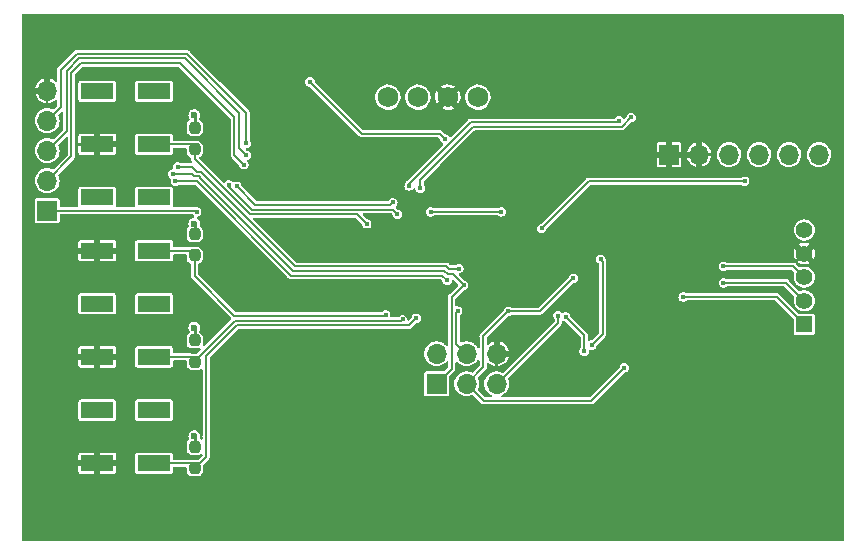
<source format=gbl>
%TF.GenerationSoftware,KiCad,Pcbnew,(6.0.0)*%
%TF.CreationDate,2022-01-24T15:51:04+11:00*%
%TF.ProjectId,Battery Monitor,42617474-6572-4792-904d-6f6e69746f72,rev?*%
%TF.SameCoordinates,Original*%
%TF.FileFunction,Copper,L2,Bot*%
%TF.FilePolarity,Positive*%
%FSLAX46Y46*%
G04 Gerber Fmt 4.6, Leading zero omitted, Abs format (unit mm)*
G04 Created by KiCad (PCBNEW (6.0.0)) date 2022-01-24 15:51:04*
%MOMM*%
%LPD*%
G01*
G04 APERTURE LIST*
G04 Aperture macros list*
%AMRoundRect*
0 Rectangle with rounded corners*
0 $1 Rounding radius*
0 $2 $3 $4 $5 $6 $7 $8 $9 X,Y pos of 4 corners*
0 Add a 4 corners polygon primitive as box body*
4,1,4,$2,$3,$4,$5,$6,$7,$8,$9,$2,$3,0*
0 Add four circle primitives for the rounded corners*
1,1,$1+$1,$2,$3*
1,1,$1+$1,$4,$5*
1,1,$1+$1,$6,$7*
1,1,$1+$1,$8,$9*
0 Add four rect primitives between the rounded corners*
20,1,$1+$1,$2,$3,$4,$5,0*
20,1,$1+$1,$4,$5,$6,$7,0*
20,1,$1+$1,$6,$7,$8,$9,0*
20,1,$1+$1,$8,$9,$2,$3,0*%
G04 Aperture macros list end*
%TA.AperFunction,ComponentPad*%
%ADD10C,1.400000*%
%TD*%
%TA.AperFunction,ComponentPad*%
%ADD11R,1.400000X1.400000*%
%TD*%
%TA.AperFunction,ComponentPad*%
%ADD12R,1.700000X1.700000*%
%TD*%
%TA.AperFunction,ComponentPad*%
%ADD13O,1.700000X1.700000*%
%TD*%
%TA.AperFunction,SMDPad,CuDef*%
%ADD14R,2.785000X1.400000*%
%TD*%
%TA.AperFunction,SMDPad,CuDef*%
%ADD15RoundRect,0.237500X-0.237500X0.250000X-0.237500X-0.250000X0.237500X-0.250000X0.237500X0.250000X0*%
%TD*%
%TA.AperFunction,ComponentPad*%
%ADD16C,1.750000*%
%TD*%
%TA.AperFunction,ViaPad*%
%ADD17C,0.400000*%
%TD*%
%TA.AperFunction,ViaPad*%
%ADD18C,0.600000*%
%TD*%
%TA.AperFunction,ViaPad*%
%ADD19C,1.200000*%
%TD*%
%TA.AperFunction,Conductor*%
%ADD20C,0.200000*%
%TD*%
%TA.AperFunction,Conductor*%
%ADD21C,0.250000*%
%TD*%
G04 APERTURE END LIST*
D10*
X196450000Y-98500000D03*
X196450000Y-100500000D03*
X196450000Y-102500000D03*
X196450000Y-104500000D03*
D11*
X196450000Y-106500000D03*
D12*
X165325000Y-111525000D03*
D13*
X165325000Y-108985000D03*
X167865000Y-111525000D03*
X167865000Y-108985000D03*
X170405000Y-111525000D03*
X170405000Y-108985000D03*
D12*
X132350000Y-96870000D03*
D13*
X132350000Y-94330000D03*
X132350000Y-91790000D03*
X132350000Y-89250000D03*
X132350000Y-86710000D03*
D12*
X185000000Y-92125000D03*
D13*
X187540000Y-92125000D03*
X190080000Y-92125000D03*
X192620000Y-92125000D03*
X195160000Y-92125000D03*
X197700000Y-92125000D03*
D14*
X141408000Y-109250000D03*
X136592000Y-109250000D03*
X141408000Y-104750000D03*
X136592000Y-104750000D03*
D15*
X144850000Y-98837500D03*
X144850000Y-100662500D03*
X144850000Y-89837500D03*
X144850000Y-91662500D03*
D16*
X168810000Y-87260000D03*
X166270000Y-87260000D03*
X163730000Y-87260000D03*
X161190000Y-87260000D03*
D14*
X141408000Y-100250000D03*
X136592000Y-100250000D03*
X141408000Y-95750000D03*
X136592000Y-95750000D03*
D15*
X144850000Y-116837500D03*
X144850000Y-118662500D03*
D14*
X141408000Y-118250000D03*
X136592000Y-118250000D03*
X141408000Y-113750000D03*
X136592000Y-113750000D03*
D15*
X144850000Y-107837500D03*
X144850000Y-109662500D03*
D14*
X141408000Y-91250000D03*
X136592000Y-91250000D03*
X141408000Y-86750000D03*
X136592000Y-86750000D03*
D17*
X186204000Y-104171000D03*
X189604000Y-102971000D03*
X189604000Y-101571000D03*
X166004000Y-90771000D03*
X154604000Y-85971000D03*
X181204000Y-110171000D03*
D18*
X170404000Y-99571000D03*
D17*
X166204000Y-102771000D03*
X143204000Y-94371000D03*
X143004000Y-93771000D03*
X167204000Y-101771000D03*
X143404000Y-93171000D03*
D18*
X139004000Y-95371000D03*
X141804000Y-101449502D03*
X143878882Y-100983029D03*
X150204000Y-100971000D03*
D17*
X145004000Y-96971000D03*
X149004000Y-92971000D03*
X149204000Y-92171000D03*
X149204000Y-91171000D03*
D18*
X149604000Y-87371000D03*
X141604000Y-88571000D03*
X144804000Y-88771000D03*
X144804000Y-97971000D03*
X144804000Y-106771000D03*
X144804000Y-115971000D03*
D17*
X167604000Y-103171000D03*
X178460489Y-108240489D03*
X179204000Y-100971000D03*
X167103500Y-105371000D03*
X177804000Y-108771000D03*
X176245508Y-105835893D03*
X175604000Y-105771000D03*
X176903500Y-102594383D03*
X171404000Y-105371000D03*
D18*
X173204000Y-101771000D03*
X173204000Y-103571000D03*
X184604000Y-109371000D03*
X180804000Y-103171000D03*
X181136516Y-101907392D03*
D17*
X191404000Y-94371000D03*
X181804000Y-88971000D03*
X180781798Y-89271500D03*
D19*
X158204000Y-112571000D03*
X158204000Y-111371000D03*
X134004000Y-112171000D03*
X134004000Y-110971000D03*
D18*
X161804000Y-100371000D03*
X161804000Y-98771000D03*
D17*
X148399950Y-94800575D03*
X161604000Y-96171000D03*
X163604000Y-105971000D03*
X162433391Y-106071500D03*
X161004000Y-105671989D03*
X159404000Y-97971000D03*
X147722359Y-94687979D03*
X162004000Y-97171000D03*
X174204000Y-98371000D03*
X163925498Y-94971000D03*
X163004000Y-94771000D03*
X164804000Y-96971000D03*
X170804000Y-96971000D03*
D18*
X164204000Y-115371000D03*
X175604000Y-111371000D03*
X160004000Y-103771000D03*
D20*
X178204000Y-94371000D02*
X174204000Y-98371000D01*
X191404000Y-94371000D02*
X178204000Y-94371000D01*
X194121000Y-104171000D02*
X186204000Y-104171000D01*
X196450000Y-106500000D02*
X194121000Y-104171000D01*
X196450000Y-104500000D02*
X194921000Y-102971000D01*
X194921000Y-102971000D02*
X189604000Y-102971000D01*
X196450000Y-102500000D02*
X195521000Y-101571000D01*
X195521000Y-101571000D02*
X189604000Y-101571000D01*
X159004000Y-90371000D02*
X154604000Y-85971000D01*
X160404000Y-90371000D02*
X159004000Y-90371000D01*
X166004000Y-90771000D02*
X165604000Y-90371000D01*
X165604000Y-90371000D02*
X160404000Y-90371000D01*
X175604000Y-106371000D02*
X175604000Y-105771000D01*
X170405000Y-111525000D02*
X170450000Y-111525000D01*
X170450000Y-111525000D02*
X175604000Y-106371000D01*
X177804000Y-107394385D02*
X176245508Y-105835893D01*
X177804000Y-108771000D02*
X177804000Y-107394385D01*
X178404000Y-112971000D02*
X181204000Y-110171000D01*
X175404000Y-112971000D02*
X178404000Y-112971000D01*
X169311000Y-112971000D02*
X175404000Y-112971000D01*
X167865000Y-111525000D02*
X169311000Y-112971000D01*
X160904989Y-105771000D02*
X161004000Y-105671989D01*
X144850000Y-102417000D02*
X148204000Y-105771000D01*
X144850000Y-100662500D02*
X144850000Y-102417000D01*
X148204000Y-105771000D02*
X160904989Y-105771000D01*
X148404000Y-106571000D02*
X163004000Y-106571000D01*
X145804000Y-109171000D02*
X148404000Y-106571000D01*
X145804000Y-117708500D02*
X145804000Y-109171000D01*
X163004000Y-106571000D02*
X163604000Y-105971000D01*
X144850000Y-118662500D02*
X145804000Y-117708500D01*
X162333402Y-106171489D02*
X162433391Y-106071500D01*
X148238517Y-106171489D02*
X162333402Y-106171489D01*
X144850000Y-109560006D02*
X148238517Y-106171489D01*
X144850000Y-109662500D02*
X144850000Y-109560006D01*
X158604000Y-97171000D02*
X159404000Y-97971000D01*
X149498980Y-97171000D02*
X158604000Y-97171000D01*
X144850000Y-92522020D02*
X149498980Y-97171000D01*
X144850000Y-91662500D02*
X144850000Y-92522020D01*
X149971353Y-96371978D02*
X148399950Y-94800575D01*
X161604000Y-96171000D02*
X161403022Y-96371978D01*
X161604489Y-96771489D02*
X149664464Y-96771489D01*
X161403022Y-96371978D02*
X149971353Y-96371978D01*
X162004000Y-97171000D02*
X161604489Y-96771489D01*
X149664464Y-96771489D02*
X147722359Y-94829385D01*
X147722359Y-94829385D02*
X147722359Y-94687979D01*
X153004000Y-102371000D02*
X165804000Y-102371000D01*
X145004000Y-94371000D02*
X153004000Y-102371000D01*
X143204000Y-94371000D02*
X145004000Y-94371000D01*
X165804000Y-102371000D02*
X166204000Y-102771000D01*
X166134968Y-101571980D02*
X166333987Y-101771000D01*
X153334966Y-101571978D02*
X166134968Y-101571980D01*
X145803022Y-94040036D02*
X153334966Y-101571978D01*
X166333987Y-101771000D02*
X167204000Y-101771000D01*
X145334969Y-93571980D02*
X145803022Y-94040036D01*
X145004979Y-93571979D02*
X145334969Y-93571980D01*
X144604000Y-93171000D02*
X145004979Y-93571979D01*
X166269492Y-102271499D02*
X166704499Y-102271499D01*
X143404000Y-93171000D02*
X144604000Y-93171000D01*
X165969484Y-101971490D02*
X166269492Y-102271499D01*
X153169483Y-101971489D02*
X165969484Y-101971490D01*
X145403511Y-94205518D02*
X153169483Y-101971489D01*
X145169484Y-93971490D02*
X145403511Y-94205518D01*
X144604000Y-93771000D02*
X144804489Y-93971489D01*
X143004000Y-93771000D02*
X144604000Y-93771000D01*
X166704499Y-102271499D02*
X167604000Y-103171000D01*
X144804489Y-93971489D02*
X145169484Y-93971490D01*
X144903000Y-96870000D02*
X145004000Y-96971000D01*
X132350000Y-96870000D02*
X144903000Y-96870000D01*
X148204000Y-88971000D02*
X148204000Y-89571000D01*
X143604000Y-84371000D02*
X148204000Y-88971000D01*
X135204000Y-84371000D02*
X143604000Y-84371000D01*
X134804000Y-84771000D02*
X135204000Y-84371000D01*
X134404000Y-85171000D02*
X134804000Y-84771000D01*
X149204000Y-88606006D02*
X149204000Y-91171000D01*
X144169484Y-83571490D02*
X149204000Y-88606006D01*
X134873523Y-83571490D02*
X144169484Y-83571490D01*
X133499511Y-84945502D02*
X134873523Y-83571490D01*
X133499511Y-88100489D02*
X133499511Y-84945502D01*
X132350000Y-89250000D02*
X133499511Y-88100489D01*
X148604000Y-91571000D02*
X149204000Y-92171000D01*
X148204000Y-89571000D02*
X148204000Y-92171000D01*
X148604000Y-88571000D02*
X148604000Y-91571000D01*
X148204000Y-92171000D02*
X149004000Y-92971000D01*
X134004000Y-85006006D02*
X135039006Y-83971000D01*
X134404000Y-90371000D02*
X134404000Y-85171000D01*
X132350000Y-91790000D02*
X134004000Y-90136000D01*
X134004000Y-90136000D02*
X134004000Y-85006006D01*
X134404000Y-92276000D02*
X134404000Y-90371000D01*
X135039006Y-83971000D02*
X144004000Y-83971000D01*
X132350000Y-94330000D02*
X134404000Y-92276000D01*
X144004000Y-83971000D02*
X148604000Y-88571000D01*
D21*
X144850000Y-88817000D02*
X144804000Y-88771000D01*
X144850000Y-89837500D02*
X144850000Y-88817000D01*
X144850000Y-98017000D02*
X144804000Y-97971000D01*
X144850000Y-98837500D02*
X144850000Y-98017000D01*
X144850000Y-106817000D02*
X144804000Y-106771000D01*
X144850000Y-107837500D02*
X144850000Y-106817000D01*
X144850000Y-116017000D02*
X144804000Y-115971000D01*
X144850000Y-116837500D02*
X144850000Y-116017000D01*
D20*
X166604000Y-104171000D02*
X167604000Y-103171000D01*
X165325000Y-111525000D02*
X166604000Y-110246000D01*
X166604000Y-110246000D02*
X166604000Y-104171000D01*
X167004000Y-105470500D02*
X167103500Y-105371000D01*
X167004000Y-108124000D02*
X167004000Y-105470500D01*
X167865000Y-108985000D02*
X167004000Y-108124000D01*
X179404000Y-107296978D02*
X178460489Y-108240489D01*
X179204000Y-100971000D02*
X179404000Y-101171000D01*
X179404000Y-101171000D02*
X179404000Y-107296978D01*
X176861758Y-102594383D02*
X176903500Y-102594383D01*
X174085141Y-105371000D02*
X176861758Y-102594383D01*
X171404000Y-105371000D02*
X174085141Y-105371000D01*
X169255489Y-110134511D02*
X169255489Y-107519511D01*
X167865000Y-111525000D02*
X169255489Y-110134511D01*
X169255489Y-107519511D02*
X171404000Y-105371000D01*
X180682298Y-89371000D02*
X180781798Y-89271500D01*
X163004000Y-94571000D02*
X168204000Y-89371000D01*
X168204000Y-89371000D02*
X180682298Y-89371000D01*
X163004000Y-94771000D02*
X163004000Y-94571000D01*
X163925498Y-94249502D02*
X163925498Y-94971000D01*
X168404000Y-89771000D02*
X163925498Y-94249502D01*
X181004000Y-89771000D02*
X168404000Y-89771000D01*
X181804000Y-88971000D02*
X181004000Y-89771000D01*
X144437500Y-91250000D02*
X144850000Y-91662500D01*
X141408000Y-91250000D02*
X144437500Y-91250000D01*
X144437500Y-100250000D02*
X144850000Y-100662500D01*
X141408000Y-100250000D02*
X144437500Y-100250000D01*
X144437500Y-109250000D02*
X144850000Y-109662500D01*
X141408000Y-109250000D02*
X144437500Y-109250000D01*
X144437500Y-118250000D02*
X144850000Y-118662500D01*
X141408000Y-118250000D02*
X144437500Y-118250000D01*
X164804000Y-96971000D02*
X170804000Y-96971000D01*
%TA.AperFunction,Conductor*%
G36*
X199759191Y-80218907D02*
G01*
X199795155Y-80268407D01*
X199800000Y-80299000D01*
X199800000Y-124701000D01*
X199781093Y-124759191D01*
X199731593Y-124795155D01*
X199701000Y-124800000D01*
X130299000Y-124800000D01*
X130240809Y-124781093D01*
X130204845Y-124731593D01*
X130200000Y-124701000D01*
X130200000Y-118964840D01*
X134999500Y-118964840D01*
X135000448Y-118974462D01*
X135009202Y-119018474D01*
X135016521Y-119036142D01*
X135049889Y-119086082D01*
X135063418Y-119099611D01*
X135113358Y-119132979D01*
X135131026Y-119140298D01*
X135175038Y-119149052D01*
X135184660Y-119150000D01*
X136476320Y-119150000D01*
X136489005Y-119145878D01*
X136492000Y-119141757D01*
X136492000Y-119134320D01*
X136692000Y-119134320D01*
X136696122Y-119147005D01*
X136700243Y-119150000D01*
X137999340Y-119150000D01*
X138008962Y-119149052D01*
X138052974Y-119140298D01*
X138070642Y-119132979D01*
X138120582Y-119099611D01*
X138134111Y-119086082D01*
X138167479Y-119036142D01*
X138174798Y-119018474D01*
X138183552Y-118974462D01*
X138184016Y-118969748D01*
X139815000Y-118969748D01*
X139826633Y-119028231D01*
X139870948Y-119094552D01*
X139937269Y-119138867D01*
X139946832Y-119140769D01*
X139946834Y-119140770D01*
X139969505Y-119145279D01*
X139995752Y-119150500D01*
X142820248Y-119150500D01*
X142846495Y-119145279D01*
X142869166Y-119140770D01*
X142869168Y-119140769D01*
X142878731Y-119138867D01*
X142945052Y-119094552D01*
X142989367Y-119028231D01*
X143001000Y-118969748D01*
X143001000Y-118649500D01*
X143019907Y-118591309D01*
X143069407Y-118555345D01*
X143100000Y-118550500D01*
X144075500Y-118550500D01*
X144133691Y-118569407D01*
X144169655Y-118618907D01*
X144174500Y-118649500D01*
X144174501Y-118964832D01*
X144177399Y-118995500D01*
X144179395Y-119001184D01*
X144179396Y-119001188D01*
X144191741Y-119036340D01*
X144221039Y-119119768D01*
X144299289Y-119225711D01*
X144405232Y-119303961D01*
X144529500Y-119347601D01*
X144535504Y-119348169D01*
X144535506Y-119348169D01*
X144557856Y-119350282D01*
X144557866Y-119350282D01*
X144560167Y-119350500D01*
X144849875Y-119350500D01*
X145139832Y-119350499D01*
X145170500Y-119347601D01*
X145176184Y-119345605D01*
X145176188Y-119345604D01*
X145287786Y-119306413D01*
X145294768Y-119303961D01*
X145400711Y-119225711D01*
X145478961Y-119119768D01*
X145522601Y-118995500D01*
X145524590Y-118974462D01*
X145525282Y-118967144D01*
X145525282Y-118967134D01*
X145525500Y-118964833D01*
X145525499Y-118452980D01*
X145544406Y-118394789D01*
X145554495Y-118382976D01*
X145978651Y-117958820D01*
X145981780Y-117956120D01*
X145986269Y-117953925D01*
X146019893Y-117917678D01*
X146022469Y-117915002D01*
X146036248Y-117901223D01*
X146038793Y-117897513D01*
X146042229Y-117893600D01*
X146056187Y-117878553D01*
X146062401Y-117871854D01*
X146065788Y-117863366D01*
X146066667Y-117861163D01*
X146076978Y-117841852D01*
X146078322Y-117839893D01*
X146078323Y-117839890D01*
X146083493Y-117832354D01*
X146089644Y-117806434D01*
X146094014Y-117792615D01*
X146103883Y-117767878D01*
X146104500Y-117761585D01*
X146104500Y-117755415D01*
X146107175Y-117732556D01*
X146107230Y-117732326D01*
X146109340Y-117723434D01*
X146105404Y-117694512D01*
X146104500Y-117681163D01*
X146104500Y-109336479D01*
X146123407Y-109278288D01*
X146133496Y-109266475D01*
X148499476Y-106900496D01*
X148553993Y-106872719D01*
X148569480Y-106871500D01*
X162950492Y-106871500D01*
X162954617Y-106871803D01*
X162959342Y-106873425D01*
X163008761Y-106871570D01*
X163012474Y-106871500D01*
X163031948Y-106871500D01*
X163036378Y-106870675D01*
X163041571Y-106870339D01*
X163057602Y-106869737D01*
X163062075Y-106869569D01*
X163071208Y-106869226D01*
X163079602Y-106865620D01*
X163079605Y-106865619D01*
X163081783Y-106864683D01*
X163102734Y-106858317D01*
X163114053Y-106856209D01*
X163136729Y-106842232D01*
X163149596Y-106835548D01*
X163167642Y-106827795D01*
X163167643Y-106827794D01*
X163174063Y-106825036D01*
X163178949Y-106821022D01*
X163183313Y-106816658D01*
X163201368Y-106802387D01*
X163209348Y-106797468D01*
X163227018Y-106774231D01*
X163235810Y-106764161D01*
X163604400Y-106395571D01*
X163658917Y-106367794D01*
X163721609Y-106357865D01*
X163721611Y-106357864D01*
X163729304Y-106356646D01*
X163736244Y-106353110D01*
X163835403Y-106302586D01*
X163835405Y-106302585D01*
X163842342Y-106299050D01*
X163932050Y-106209342D01*
X163938439Y-106196804D01*
X163986110Y-106103244D01*
X163986110Y-106103243D01*
X163989646Y-106096304D01*
X163993142Y-106074235D01*
X164008273Y-105978697D01*
X164009492Y-105971000D01*
X164005826Y-105947855D01*
X163990865Y-105853391D01*
X163990865Y-105853390D01*
X163989646Y-105845696D01*
X163967678Y-105802582D01*
X163935586Y-105739597D01*
X163935585Y-105739595D01*
X163932050Y-105732658D01*
X163842342Y-105642950D01*
X163835405Y-105639415D01*
X163835403Y-105639414D01*
X163736244Y-105588890D01*
X163736243Y-105588890D01*
X163729304Y-105585354D01*
X163721610Y-105584135D01*
X163721609Y-105584135D01*
X163611697Y-105566727D01*
X163604000Y-105565508D01*
X163596303Y-105566727D01*
X163486391Y-105584135D01*
X163486390Y-105584135D01*
X163478696Y-105585354D01*
X163471757Y-105588890D01*
X163471756Y-105588890D01*
X163372597Y-105639414D01*
X163372595Y-105639415D01*
X163365658Y-105642950D01*
X163275950Y-105732658D01*
X163272415Y-105739595D01*
X163272414Y-105739597D01*
X163240322Y-105802582D01*
X163218354Y-105845696D01*
X163217136Y-105853389D01*
X163217135Y-105853391D01*
X163207206Y-105916083D01*
X163179429Y-105970600D01*
X163006668Y-106143361D01*
X162952151Y-106171138D01*
X162891719Y-106161567D01*
X162848454Y-106118302D01*
X162838221Y-106075678D01*
X162838883Y-106071500D01*
X162822902Y-105970600D01*
X162820256Y-105953891D01*
X162820256Y-105953890D01*
X162819037Y-105946196D01*
X162780717Y-105870989D01*
X162764977Y-105840097D01*
X162764976Y-105840095D01*
X162761441Y-105833158D01*
X162671733Y-105743450D01*
X162664796Y-105739915D01*
X162664794Y-105739914D01*
X162565635Y-105689390D01*
X162565634Y-105689390D01*
X162558695Y-105685854D01*
X162551001Y-105684635D01*
X162551000Y-105684635D01*
X162441088Y-105667227D01*
X162433391Y-105666008D01*
X162425694Y-105667227D01*
X162315782Y-105684635D01*
X162315781Y-105684635D01*
X162308087Y-105685854D01*
X162301148Y-105689390D01*
X162301147Y-105689390D01*
X162201988Y-105739914D01*
X162201986Y-105739915D01*
X162195049Y-105743450D01*
X162105341Y-105833158D01*
X162105161Y-105832978D01*
X162059511Y-105866144D01*
X162028918Y-105870989D01*
X161493888Y-105870989D01*
X161435697Y-105852082D01*
X161399733Y-105802582D01*
X161396107Y-105756503D01*
X161408273Y-105679687D01*
X161408273Y-105679686D01*
X161409492Y-105671989D01*
X161404779Y-105642232D01*
X161390865Y-105554380D01*
X161390865Y-105554379D01*
X161389646Y-105546685D01*
X161386110Y-105539745D01*
X161335586Y-105440586D01*
X161335585Y-105440584D01*
X161332050Y-105433647D01*
X161242342Y-105343939D01*
X161235405Y-105340404D01*
X161235403Y-105340403D01*
X161136244Y-105289879D01*
X161136243Y-105289879D01*
X161129304Y-105286343D01*
X161121610Y-105285124D01*
X161121609Y-105285124D01*
X161011697Y-105267716D01*
X161004000Y-105266497D01*
X160996303Y-105267716D01*
X160886391Y-105285124D01*
X160886390Y-105285124D01*
X160878696Y-105286343D01*
X160871757Y-105289879D01*
X160871756Y-105289879D01*
X160772597Y-105340403D01*
X160772595Y-105340404D01*
X160765658Y-105343939D01*
X160675950Y-105433647D01*
X160675501Y-105433198D01*
X160630834Y-105465653D01*
X160600238Y-105470500D01*
X148369479Y-105470500D01*
X148311288Y-105451593D01*
X148299475Y-105441504D01*
X145179496Y-102321525D01*
X145151719Y-102267008D01*
X145150500Y-102251521D01*
X145150500Y-101424786D01*
X145169407Y-101366595D01*
X145216697Y-101331378D01*
X145287786Y-101306413D01*
X145294768Y-101303961D01*
X145400711Y-101225711D01*
X145478961Y-101119768D01*
X145522601Y-100995500D01*
X145523736Y-100983494D01*
X145525282Y-100967144D01*
X145525282Y-100967134D01*
X145525500Y-100964833D01*
X145525499Y-100360168D01*
X145522601Y-100329500D01*
X145478961Y-100205232D01*
X145400711Y-100099289D01*
X145294768Y-100021039D01*
X145170500Y-99977399D01*
X145164496Y-99976831D01*
X145164494Y-99976831D01*
X145142144Y-99974718D01*
X145142134Y-99974718D01*
X145139833Y-99974500D01*
X145080224Y-99974500D01*
X144587186Y-99974501D01*
X144561686Y-99969104D01*
X144561353Y-99970508D01*
X144535441Y-99964359D01*
X144521616Y-99959986D01*
X144503368Y-99952706D01*
X144503366Y-99952706D01*
X144496878Y-99950117D01*
X144490585Y-99949500D01*
X144484416Y-99949500D01*
X144461557Y-99946825D01*
X144461327Y-99946770D01*
X144461325Y-99946770D01*
X144452434Y-99944660D01*
X144423513Y-99948596D01*
X144410163Y-99949500D01*
X143100000Y-99949500D01*
X143041809Y-99930593D01*
X143005845Y-99881093D01*
X143001000Y-99850500D01*
X143001000Y-99530252D01*
X142991308Y-99481526D01*
X142991270Y-99481334D01*
X142991269Y-99481332D01*
X142989367Y-99471769D01*
X142945052Y-99405448D01*
X142878731Y-99361133D01*
X142869168Y-99359231D01*
X142869166Y-99359230D01*
X142843484Y-99354122D01*
X142820248Y-99349500D01*
X139995752Y-99349500D01*
X139972516Y-99354122D01*
X139946834Y-99359230D01*
X139946832Y-99359231D01*
X139937269Y-99361133D01*
X139870948Y-99405448D01*
X139826633Y-99471769D01*
X139824731Y-99481332D01*
X139824730Y-99481334D01*
X139824692Y-99481526D01*
X139815000Y-99530252D01*
X139815000Y-100969748D01*
X139826633Y-101028231D01*
X139870948Y-101094552D01*
X139937269Y-101138867D01*
X139946832Y-101140769D01*
X139946834Y-101140770D01*
X139969505Y-101145279D01*
X139995752Y-101150500D01*
X142820248Y-101150500D01*
X142846495Y-101145279D01*
X142869166Y-101140770D01*
X142869168Y-101140769D01*
X142878731Y-101138867D01*
X142945052Y-101094552D01*
X142989367Y-101028231D01*
X143001000Y-100969748D01*
X143001000Y-100649500D01*
X143019907Y-100591309D01*
X143069407Y-100555345D01*
X143100000Y-100550500D01*
X144075500Y-100550500D01*
X144133691Y-100569407D01*
X144169655Y-100618907D01*
X144174500Y-100649500D01*
X144174501Y-100964832D01*
X144177399Y-100995500D01*
X144179395Y-101001184D01*
X144179396Y-101001188D01*
X144218587Y-101112786D01*
X144221039Y-101119768D01*
X144299289Y-101225711D01*
X144405232Y-101303961D01*
X144412214Y-101306413D01*
X144483303Y-101331378D01*
X144531942Y-101368499D01*
X144549500Y-101424786D01*
X144549500Y-102363492D01*
X144549197Y-102367617D01*
X144547575Y-102372342D01*
X144547918Y-102381476D01*
X144549430Y-102421761D01*
X144549500Y-102425474D01*
X144549500Y-102444948D01*
X144550325Y-102449378D01*
X144550661Y-102454571D01*
X144551774Y-102484208D01*
X144555380Y-102492602D01*
X144555381Y-102492605D01*
X144556317Y-102494783D01*
X144562683Y-102515734D01*
X144564791Y-102527053D01*
X144569588Y-102534835D01*
X144578768Y-102549728D01*
X144585451Y-102562595D01*
X144595964Y-102587063D01*
X144599978Y-102591949D01*
X144604342Y-102596313D01*
X144618613Y-102614368D01*
X144623532Y-102622348D01*
X144646769Y-102640018D01*
X144656839Y-102648810D01*
X147926527Y-105918499D01*
X147954304Y-105973016D01*
X147944733Y-106033448D01*
X147926527Y-106058507D01*
X146512440Y-107472595D01*
X145672095Y-108312940D01*
X145617578Y-108340717D01*
X145557146Y-108331146D01*
X145513881Y-108287881D01*
X145504310Y-108227449D01*
X145508683Y-108210134D01*
X145520602Y-108176194D01*
X145520603Y-108176189D01*
X145522601Y-108170500D01*
X145524653Y-108148794D01*
X145525282Y-108142144D01*
X145525282Y-108142134D01*
X145525500Y-108139833D01*
X145525499Y-107535168D01*
X145522601Y-107504500D01*
X145520603Y-107498809D01*
X145481413Y-107387214D01*
X145478961Y-107380232D01*
X145400711Y-107274289D01*
X145320537Y-107215072D01*
X145300720Y-107200435D01*
X145300719Y-107200435D01*
X145294768Y-107196039D01*
X145279301Y-107190607D01*
X145230663Y-107153487D01*
X145213132Y-107094867D01*
X145225834Y-107055030D01*
X145223200Y-107053754D01*
X145282634Y-106931082D01*
X145285710Y-106924733D01*
X145289875Y-106899982D01*
X145308862Y-106787124D01*
X145308862Y-106787120D01*
X145309496Y-106783354D01*
X145309647Y-106771000D01*
X145289323Y-106629082D01*
X145229984Y-106498572D01*
X145136400Y-106389963D01*
X145016095Y-106311985D01*
X144878739Y-106270907D01*
X144795497Y-106270398D01*
X144742427Y-106270074D01*
X144742426Y-106270074D01*
X144735376Y-106270031D01*
X144728599Y-106271968D01*
X144728598Y-106271968D01*
X144604309Y-106307490D01*
X144604307Y-106307491D01*
X144597529Y-106309428D01*
X144476280Y-106385930D01*
X144471613Y-106391214D01*
X144471611Y-106391216D01*
X144386044Y-106488103D01*
X144386042Y-106488105D01*
X144381377Y-106493388D01*
X144320447Y-106623163D01*
X144298391Y-106764823D01*
X144299306Y-106771820D01*
X144299306Y-106771821D01*
X144307639Y-106835548D01*
X144316980Y-106906979D01*
X144319821Y-106913435D01*
X144319821Y-106913436D01*
X144327586Y-106931082D01*
X144374720Y-107038203D01*
X144387792Y-107053754D01*
X144400426Y-107068784D01*
X144423396Y-107125494D01*
X144408645Y-107184875D01*
X144383461Y-107212119D01*
X144379463Y-107215072D01*
X144299289Y-107274289D01*
X144221039Y-107380232D01*
X144177399Y-107504500D01*
X144176832Y-107510503D01*
X144176831Y-107510506D01*
X144174719Y-107532852D01*
X144174500Y-107535167D01*
X144174501Y-108139832D01*
X144177399Y-108170500D01*
X144179395Y-108176184D01*
X144179396Y-108176188D01*
X144201144Y-108238115D01*
X144221039Y-108294768D01*
X144299289Y-108400711D01*
X144405232Y-108478961D01*
X144412214Y-108481413D01*
X144424294Y-108485655D01*
X144529500Y-108522601D01*
X144535504Y-108523169D01*
X144535506Y-108523169D01*
X144557856Y-108525282D01*
X144557866Y-108525282D01*
X144560167Y-108525500D01*
X144849875Y-108525500D01*
X145139832Y-108525499D01*
X145170500Y-108522601D01*
X145176189Y-108520603D01*
X145176190Y-108520603D01*
X145210134Y-108508683D01*
X145271302Y-108507242D01*
X145321636Y-108542030D01*
X145341909Y-108599759D01*
X145324377Y-108658379D01*
X145312940Y-108672095D01*
X145039531Y-108945504D01*
X144985014Y-108973281D01*
X144969527Y-108974500D01*
X144712574Y-108974501D01*
X144587186Y-108974501D01*
X144561686Y-108969104D01*
X144561353Y-108970508D01*
X144535441Y-108964359D01*
X144521616Y-108959986D01*
X144503368Y-108952706D01*
X144503366Y-108952706D01*
X144496878Y-108950117D01*
X144490585Y-108949500D01*
X144484416Y-108949500D01*
X144461557Y-108946825D01*
X144461327Y-108946770D01*
X144461325Y-108946770D01*
X144452434Y-108944660D01*
X144423513Y-108948596D01*
X144410163Y-108949500D01*
X143100000Y-108949500D01*
X143041809Y-108930593D01*
X143005845Y-108881093D01*
X143001000Y-108850500D01*
X143001000Y-108530252D01*
X142991308Y-108481526D01*
X142991270Y-108481334D01*
X142991269Y-108481332D01*
X142989367Y-108471769D01*
X142945052Y-108405448D01*
X142878731Y-108361133D01*
X142869168Y-108359231D01*
X142869166Y-108359230D01*
X142843484Y-108354122D01*
X142820248Y-108349500D01*
X139995752Y-108349500D01*
X139972516Y-108354122D01*
X139946834Y-108359230D01*
X139946832Y-108359231D01*
X139937269Y-108361133D01*
X139870948Y-108405448D01*
X139826633Y-108471769D01*
X139824731Y-108481332D01*
X139824730Y-108481334D01*
X139824692Y-108481526D01*
X139815000Y-108530252D01*
X139815000Y-109969748D01*
X139815948Y-109974512D01*
X139823015Y-110010040D01*
X139826633Y-110028231D01*
X139870948Y-110094552D01*
X139937269Y-110138867D01*
X139946832Y-110140769D01*
X139946834Y-110140770D01*
X139969505Y-110145279D01*
X139995752Y-110150500D01*
X142820248Y-110150500D01*
X142846495Y-110145279D01*
X142869166Y-110140770D01*
X142869168Y-110140769D01*
X142878731Y-110138867D01*
X142945052Y-110094552D01*
X142989367Y-110028231D01*
X142992986Y-110010040D01*
X143000052Y-109974512D01*
X143001000Y-109969748D01*
X143001000Y-109649500D01*
X143019907Y-109591309D01*
X143069407Y-109555345D01*
X143100000Y-109550500D01*
X144075500Y-109550500D01*
X144133691Y-109569407D01*
X144169655Y-109618907D01*
X144174500Y-109649500D01*
X144174501Y-109839414D01*
X144174501Y-109964832D01*
X144177399Y-109995500D01*
X144179395Y-110001184D01*
X144179396Y-110001188D01*
X144196500Y-110049891D01*
X144221039Y-110119768D01*
X144299289Y-110225711D01*
X144405232Y-110303961D01*
X144529500Y-110347601D01*
X144535504Y-110348169D01*
X144535506Y-110348169D01*
X144557856Y-110350282D01*
X144557866Y-110350282D01*
X144560167Y-110350500D01*
X144849875Y-110350500D01*
X145139832Y-110350499D01*
X145170500Y-110347601D01*
X145176184Y-110345605D01*
X145176188Y-110345604D01*
X145287786Y-110306413D01*
X145294768Y-110303961D01*
X145345683Y-110266355D01*
X145403723Y-110246992D01*
X145462061Y-110265442D01*
X145498412Y-110314659D01*
X145503500Y-110345989D01*
X145503500Y-115934990D01*
X145492064Y-115970186D01*
X145493137Y-115971280D01*
X145503500Y-116015376D01*
X145503500Y-116154011D01*
X145484593Y-116212202D01*
X145435093Y-116248166D01*
X145373907Y-116248166D01*
X145345683Y-116233645D01*
X145324937Y-116218322D01*
X145289362Y-116168541D01*
X145286126Y-116122263D01*
X145306872Y-115998951D01*
X145318054Y-115977516D01*
X145306500Y-115949025D01*
X145290323Y-115836066D01*
X145289323Y-115829082D01*
X145229984Y-115698572D01*
X145136400Y-115589963D01*
X145016095Y-115511985D01*
X144878739Y-115470907D01*
X144795497Y-115470398D01*
X144742427Y-115470074D01*
X144742426Y-115470074D01*
X144735376Y-115470031D01*
X144728599Y-115471968D01*
X144728598Y-115471968D01*
X144604309Y-115507490D01*
X144604307Y-115507491D01*
X144597529Y-115509428D01*
X144476280Y-115585930D01*
X144471613Y-115591214D01*
X144471611Y-115591216D01*
X144386044Y-115688103D01*
X144386042Y-115688105D01*
X144381377Y-115693388D01*
X144320447Y-115823163D01*
X144298391Y-115964823D01*
X144299306Y-115971820D01*
X144299306Y-115971821D01*
X144316065Y-116099982D01*
X144316980Y-116106979D01*
X144319820Y-116113434D01*
X144319822Y-116113440D01*
X144336315Y-116150923D01*
X144342445Y-116211800D01*
X144311621Y-116264654D01*
X144305534Y-116269601D01*
X144305245Y-116269890D01*
X144299289Y-116274289D01*
X144221039Y-116380232D01*
X144177399Y-116504500D01*
X144174500Y-116535167D01*
X144174501Y-117139832D01*
X144177399Y-117170500D01*
X144221039Y-117294768D01*
X144299289Y-117400711D01*
X144405232Y-117478961D01*
X144529500Y-117522601D01*
X144535504Y-117523169D01*
X144535506Y-117523169D01*
X144557856Y-117525282D01*
X144557866Y-117525282D01*
X144560167Y-117525500D01*
X144849875Y-117525500D01*
X145139832Y-117525499D01*
X145170500Y-117522601D01*
X145176184Y-117520605D01*
X145176188Y-117520604D01*
X145287786Y-117481413D01*
X145294768Y-117478961D01*
X145345683Y-117441355D01*
X145403723Y-117421992D01*
X145462061Y-117440442D01*
X145498412Y-117489659D01*
X145503500Y-117520989D01*
X145503500Y-117543020D01*
X145484593Y-117601211D01*
X145474504Y-117613024D01*
X145142024Y-117945504D01*
X145087507Y-117973281D01*
X145072020Y-117974500D01*
X144746186Y-117974501D01*
X144587186Y-117974501D01*
X144561686Y-117969104D01*
X144561353Y-117970508D01*
X144535441Y-117964359D01*
X144521616Y-117959986D01*
X144503368Y-117952706D01*
X144503366Y-117952706D01*
X144496878Y-117950117D01*
X144490585Y-117949500D01*
X144484416Y-117949500D01*
X144461557Y-117946825D01*
X144461327Y-117946770D01*
X144461325Y-117946770D01*
X144452434Y-117944660D01*
X144423513Y-117948596D01*
X144410163Y-117949500D01*
X143100000Y-117949500D01*
X143041809Y-117930593D01*
X143005845Y-117881093D01*
X143001000Y-117850500D01*
X143001000Y-117530252D01*
X142991308Y-117481526D01*
X142991270Y-117481334D01*
X142991269Y-117481332D01*
X142989367Y-117471769D01*
X142945052Y-117405448D01*
X142878731Y-117361133D01*
X142869168Y-117359231D01*
X142869166Y-117359230D01*
X142843484Y-117354122D01*
X142820248Y-117349500D01*
X139995752Y-117349500D01*
X139972516Y-117354122D01*
X139946834Y-117359230D01*
X139946832Y-117359231D01*
X139937269Y-117361133D01*
X139870948Y-117405448D01*
X139826633Y-117471769D01*
X139824731Y-117481332D01*
X139824730Y-117481334D01*
X139824692Y-117481526D01*
X139815000Y-117530252D01*
X139815000Y-118969748D01*
X138184016Y-118969748D01*
X138184500Y-118964840D01*
X138184500Y-118365680D01*
X138180378Y-118352995D01*
X138176257Y-118350000D01*
X136707680Y-118350000D01*
X136694995Y-118354122D01*
X136692000Y-118358243D01*
X136692000Y-119134320D01*
X136492000Y-119134320D01*
X136492000Y-118365680D01*
X136487878Y-118352995D01*
X136483757Y-118350000D01*
X135015180Y-118350000D01*
X135002495Y-118354122D01*
X134999500Y-118358243D01*
X134999500Y-118964840D01*
X130200000Y-118964840D01*
X130200000Y-118134320D01*
X134999500Y-118134320D01*
X135003622Y-118147005D01*
X135007743Y-118150000D01*
X136476320Y-118150000D01*
X136489005Y-118145878D01*
X136492000Y-118141757D01*
X136492000Y-118134320D01*
X136692000Y-118134320D01*
X136696122Y-118147005D01*
X136700243Y-118150000D01*
X138168820Y-118150000D01*
X138181505Y-118145878D01*
X138184500Y-118141757D01*
X138184500Y-117535160D01*
X138183552Y-117525538D01*
X138174798Y-117481526D01*
X138167479Y-117463858D01*
X138134111Y-117413918D01*
X138120582Y-117400389D01*
X138070642Y-117367021D01*
X138052974Y-117359702D01*
X138008962Y-117350948D01*
X137999340Y-117350000D01*
X136707680Y-117350000D01*
X136694995Y-117354122D01*
X136692000Y-117358243D01*
X136692000Y-118134320D01*
X136492000Y-118134320D01*
X136492000Y-117365680D01*
X136487878Y-117352995D01*
X136483757Y-117350000D01*
X135184660Y-117350000D01*
X135175038Y-117350948D01*
X135131026Y-117359702D01*
X135113358Y-117367021D01*
X135063418Y-117400389D01*
X135049889Y-117413918D01*
X135016521Y-117463858D01*
X135009202Y-117481526D01*
X135000448Y-117525538D01*
X134999500Y-117535160D01*
X134999500Y-118134320D01*
X130200000Y-118134320D01*
X130200000Y-114469748D01*
X134999000Y-114469748D01*
X135010633Y-114528231D01*
X135054948Y-114594552D01*
X135121269Y-114638867D01*
X135130832Y-114640769D01*
X135130834Y-114640770D01*
X135153505Y-114645279D01*
X135179752Y-114650500D01*
X138004248Y-114650500D01*
X138030495Y-114645279D01*
X138053166Y-114640770D01*
X138053168Y-114640769D01*
X138062731Y-114638867D01*
X138129052Y-114594552D01*
X138173367Y-114528231D01*
X138185000Y-114469748D01*
X139815000Y-114469748D01*
X139826633Y-114528231D01*
X139870948Y-114594552D01*
X139937269Y-114638867D01*
X139946832Y-114640769D01*
X139946834Y-114640770D01*
X139969505Y-114645279D01*
X139995752Y-114650500D01*
X142820248Y-114650500D01*
X142846495Y-114645279D01*
X142869166Y-114640770D01*
X142869168Y-114640769D01*
X142878731Y-114638867D01*
X142945052Y-114594552D01*
X142989367Y-114528231D01*
X143001000Y-114469748D01*
X143001000Y-113030252D01*
X142989367Y-112971769D01*
X142945052Y-112905448D01*
X142878731Y-112861133D01*
X142869168Y-112859231D01*
X142869166Y-112859230D01*
X142846495Y-112854721D01*
X142820248Y-112849500D01*
X139995752Y-112849500D01*
X139969505Y-112854721D01*
X139946834Y-112859230D01*
X139946832Y-112859231D01*
X139937269Y-112861133D01*
X139870948Y-112905448D01*
X139826633Y-112971769D01*
X139815000Y-113030252D01*
X139815000Y-114469748D01*
X138185000Y-114469748D01*
X138185000Y-113030252D01*
X138173367Y-112971769D01*
X138129052Y-112905448D01*
X138062731Y-112861133D01*
X138053168Y-112859231D01*
X138053166Y-112859230D01*
X138030495Y-112854721D01*
X138004248Y-112849500D01*
X135179752Y-112849500D01*
X135153505Y-112854721D01*
X135130834Y-112859230D01*
X135130832Y-112859231D01*
X135121269Y-112861133D01*
X135054948Y-112905448D01*
X135010633Y-112971769D01*
X134999000Y-113030252D01*
X134999000Y-114469748D01*
X130200000Y-114469748D01*
X130200000Y-109964840D01*
X134999500Y-109964840D01*
X135000448Y-109974462D01*
X135009202Y-110018474D01*
X135016521Y-110036142D01*
X135049889Y-110086082D01*
X135063418Y-110099611D01*
X135113358Y-110132979D01*
X135131026Y-110140298D01*
X135175038Y-110149052D01*
X135184660Y-110150000D01*
X136476320Y-110150000D01*
X136489005Y-110145878D01*
X136492000Y-110141757D01*
X136492000Y-110134320D01*
X136692000Y-110134320D01*
X136696122Y-110147005D01*
X136700243Y-110150000D01*
X137999340Y-110150000D01*
X138008962Y-110149052D01*
X138052974Y-110140298D01*
X138070642Y-110132979D01*
X138120582Y-110099611D01*
X138134111Y-110086082D01*
X138167479Y-110036142D01*
X138174798Y-110018474D01*
X138183552Y-109974462D01*
X138184500Y-109964840D01*
X138184500Y-109365680D01*
X138180378Y-109352995D01*
X138176257Y-109350000D01*
X136707680Y-109350000D01*
X136694995Y-109354122D01*
X136692000Y-109358243D01*
X136692000Y-110134320D01*
X136492000Y-110134320D01*
X136492000Y-109365680D01*
X136487878Y-109352995D01*
X136483757Y-109350000D01*
X135015180Y-109350000D01*
X135002495Y-109354122D01*
X134999500Y-109358243D01*
X134999500Y-109964840D01*
X130200000Y-109964840D01*
X130200000Y-109134320D01*
X134999500Y-109134320D01*
X135003622Y-109147005D01*
X135007743Y-109150000D01*
X136476320Y-109150000D01*
X136489005Y-109145878D01*
X136492000Y-109141757D01*
X136492000Y-109134320D01*
X136692000Y-109134320D01*
X136696122Y-109147005D01*
X136700243Y-109150000D01*
X138168820Y-109150000D01*
X138181505Y-109145878D01*
X138184500Y-109141757D01*
X138184500Y-108535160D01*
X138183552Y-108525538D01*
X138174798Y-108481526D01*
X138167479Y-108463858D01*
X138134111Y-108413918D01*
X138120582Y-108400389D01*
X138070642Y-108367021D01*
X138052974Y-108359702D01*
X138008962Y-108350948D01*
X137999340Y-108350000D01*
X136707680Y-108350000D01*
X136694995Y-108354122D01*
X136692000Y-108358243D01*
X136692000Y-109134320D01*
X136492000Y-109134320D01*
X136492000Y-108365680D01*
X136487878Y-108352995D01*
X136483757Y-108350000D01*
X135184660Y-108350000D01*
X135175038Y-108350948D01*
X135131026Y-108359702D01*
X135113358Y-108367021D01*
X135063418Y-108400389D01*
X135049889Y-108413918D01*
X135016521Y-108463858D01*
X135009202Y-108481526D01*
X135000448Y-108525538D01*
X134999500Y-108535160D01*
X134999500Y-109134320D01*
X130200000Y-109134320D01*
X130200000Y-105469748D01*
X134999000Y-105469748D01*
X134999948Y-105474512D01*
X135007673Y-105513349D01*
X135010633Y-105528231D01*
X135054948Y-105594552D01*
X135121269Y-105638867D01*
X135130832Y-105640769D01*
X135130834Y-105640770D01*
X135153505Y-105645279D01*
X135179752Y-105650500D01*
X138004248Y-105650500D01*
X138030495Y-105645279D01*
X138053166Y-105640770D01*
X138053168Y-105640769D01*
X138062731Y-105638867D01*
X138129052Y-105594552D01*
X138173367Y-105528231D01*
X138176328Y-105513349D01*
X138184052Y-105474512D01*
X138185000Y-105469748D01*
X139815000Y-105469748D01*
X139815948Y-105474512D01*
X139823673Y-105513349D01*
X139826633Y-105528231D01*
X139870948Y-105594552D01*
X139937269Y-105638867D01*
X139946832Y-105640769D01*
X139946834Y-105640770D01*
X139969505Y-105645279D01*
X139995752Y-105650500D01*
X142820248Y-105650500D01*
X142846495Y-105645279D01*
X142869166Y-105640770D01*
X142869168Y-105640769D01*
X142878731Y-105638867D01*
X142945052Y-105594552D01*
X142989367Y-105528231D01*
X142992328Y-105513349D01*
X143000052Y-105474512D01*
X143001000Y-105469748D01*
X143001000Y-104030252D01*
X142995779Y-104004005D01*
X142991270Y-103981334D01*
X142991269Y-103981332D01*
X142989367Y-103971769D01*
X142945052Y-103905448D01*
X142878731Y-103861133D01*
X142869168Y-103859231D01*
X142869166Y-103859230D01*
X142846495Y-103854721D01*
X142820248Y-103849500D01*
X139995752Y-103849500D01*
X139969505Y-103854721D01*
X139946834Y-103859230D01*
X139946832Y-103859231D01*
X139937269Y-103861133D01*
X139870948Y-103905448D01*
X139826633Y-103971769D01*
X139824731Y-103981332D01*
X139824730Y-103981334D01*
X139820221Y-104004005D01*
X139815000Y-104030252D01*
X139815000Y-105469748D01*
X138185000Y-105469748D01*
X138185000Y-104030252D01*
X138179779Y-104004005D01*
X138175270Y-103981334D01*
X138175269Y-103981332D01*
X138173367Y-103971769D01*
X138129052Y-103905448D01*
X138062731Y-103861133D01*
X138053168Y-103859231D01*
X138053166Y-103859230D01*
X138030495Y-103854721D01*
X138004248Y-103849500D01*
X135179752Y-103849500D01*
X135153505Y-103854721D01*
X135130834Y-103859230D01*
X135130832Y-103859231D01*
X135121269Y-103861133D01*
X135054948Y-103905448D01*
X135010633Y-103971769D01*
X135008731Y-103981332D01*
X135008730Y-103981334D01*
X135004221Y-104004005D01*
X134999000Y-104030252D01*
X134999000Y-105469748D01*
X130200000Y-105469748D01*
X130200000Y-100964840D01*
X134999500Y-100964840D01*
X135000448Y-100974462D01*
X135009202Y-101018474D01*
X135016521Y-101036142D01*
X135049889Y-101086082D01*
X135063418Y-101099611D01*
X135113358Y-101132979D01*
X135131026Y-101140298D01*
X135175038Y-101149052D01*
X135184660Y-101150000D01*
X136476320Y-101150000D01*
X136489005Y-101145878D01*
X136492000Y-101141757D01*
X136492000Y-101134320D01*
X136692000Y-101134320D01*
X136696122Y-101147005D01*
X136700243Y-101150000D01*
X137999340Y-101150000D01*
X138008962Y-101149052D01*
X138052974Y-101140298D01*
X138070642Y-101132979D01*
X138120582Y-101099611D01*
X138134111Y-101086082D01*
X138167479Y-101036142D01*
X138174798Y-101018474D01*
X138183552Y-100974462D01*
X138184500Y-100964840D01*
X138184500Y-100365680D01*
X138180378Y-100352995D01*
X138176257Y-100350000D01*
X136707680Y-100350000D01*
X136694995Y-100354122D01*
X136692000Y-100358243D01*
X136692000Y-101134320D01*
X136492000Y-101134320D01*
X136492000Y-100365680D01*
X136487878Y-100352995D01*
X136483757Y-100350000D01*
X135015180Y-100350000D01*
X135002495Y-100354122D01*
X134999500Y-100358243D01*
X134999500Y-100964840D01*
X130200000Y-100964840D01*
X130200000Y-100134320D01*
X134999500Y-100134320D01*
X135003622Y-100147005D01*
X135007743Y-100150000D01*
X136476320Y-100150000D01*
X136489005Y-100145878D01*
X136492000Y-100141757D01*
X136492000Y-100134320D01*
X136692000Y-100134320D01*
X136696122Y-100147005D01*
X136700243Y-100150000D01*
X138168820Y-100150000D01*
X138181505Y-100145878D01*
X138184500Y-100141757D01*
X138184500Y-99535160D01*
X138183552Y-99525538D01*
X138174798Y-99481526D01*
X138167479Y-99463858D01*
X138134111Y-99413918D01*
X138120582Y-99400389D01*
X138070642Y-99367021D01*
X138052974Y-99359702D01*
X138008962Y-99350948D01*
X137999340Y-99350000D01*
X136707680Y-99350000D01*
X136694995Y-99354122D01*
X136692000Y-99358243D01*
X136692000Y-100134320D01*
X136492000Y-100134320D01*
X136492000Y-99365680D01*
X136487878Y-99352995D01*
X136483757Y-99350000D01*
X135184660Y-99350000D01*
X135175038Y-99350948D01*
X135131026Y-99359702D01*
X135113358Y-99367021D01*
X135063418Y-99400389D01*
X135049889Y-99413918D01*
X135016521Y-99463858D01*
X135009202Y-99481526D01*
X135000448Y-99525538D01*
X134999500Y-99535160D01*
X134999500Y-100134320D01*
X130200000Y-100134320D01*
X130200000Y-97739748D01*
X131299500Y-97739748D01*
X131311133Y-97798231D01*
X131355448Y-97864552D01*
X131421769Y-97908867D01*
X131431332Y-97910769D01*
X131431334Y-97910770D01*
X131454005Y-97915279D01*
X131480252Y-97920500D01*
X133219748Y-97920500D01*
X133245995Y-97915279D01*
X133268666Y-97910770D01*
X133268668Y-97910769D01*
X133278231Y-97908867D01*
X133344552Y-97864552D01*
X133388867Y-97798231D01*
X133400500Y-97739748D01*
X133400500Y-97269500D01*
X133419407Y-97211309D01*
X133468907Y-97175345D01*
X133499500Y-97170500D01*
X144598793Y-97170500D01*
X144656984Y-97189407D01*
X144674944Y-97207368D01*
X144675950Y-97209342D01*
X144765658Y-97299050D01*
X144765591Y-97299117D01*
X144799059Y-97345181D01*
X144799060Y-97406366D01*
X144763097Y-97455867D01*
X144732110Y-97470964D01*
X144604309Y-97507490D01*
X144604307Y-97507491D01*
X144597529Y-97509428D01*
X144591565Y-97513191D01*
X144494862Y-97574206D01*
X144476280Y-97585930D01*
X144471613Y-97591214D01*
X144471611Y-97591216D01*
X144386044Y-97688103D01*
X144386042Y-97688105D01*
X144381377Y-97693388D01*
X144320447Y-97823163D01*
X144319362Y-97830132D01*
X144319361Y-97830135D01*
X144314003Y-97864552D01*
X144298391Y-97964823D01*
X144299306Y-97971820D01*
X144299306Y-97971821D01*
X144300814Y-97983354D01*
X144316980Y-98106979D01*
X144319820Y-98113434D01*
X144319822Y-98113440D01*
X144336315Y-98150923D01*
X144342445Y-98211800D01*
X144311621Y-98264654D01*
X144305534Y-98269601D01*
X144305246Y-98269889D01*
X144299289Y-98274289D01*
X144221039Y-98380232D01*
X144177399Y-98504500D01*
X144176832Y-98510503D01*
X144176831Y-98510506D01*
X144174719Y-98532852D01*
X144174500Y-98535167D01*
X144174501Y-99139832D01*
X144177399Y-99170500D01*
X144179395Y-99176184D01*
X144179396Y-99176188D01*
X144218051Y-99286259D01*
X144221039Y-99294768D01*
X144299289Y-99400711D01*
X144405232Y-99478961D01*
X144529500Y-99522601D01*
X144535504Y-99523169D01*
X144535506Y-99523169D01*
X144557856Y-99525282D01*
X144557866Y-99525282D01*
X144560167Y-99525500D01*
X144849875Y-99525500D01*
X145139832Y-99525499D01*
X145170500Y-99522601D01*
X145176184Y-99520605D01*
X145176188Y-99520604D01*
X145287786Y-99481413D01*
X145294768Y-99478961D01*
X145400711Y-99400711D01*
X145478961Y-99294768D01*
X145482690Y-99284151D01*
X145520602Y-99176191D01*
X145522601Y-99170500D01*
X145523169Y-99164494D01*
X145525282Y-99142144D01*
X145525282Y-99142134D01*
X145525500Y-99139833D01*
X145525499Y-98535168D01*
X145522601Y-98504500D01*
X145520603Y-98498809D01*
X145481413Y-98387214D01*
X145478961Y-98380232D01*
X145400711Y-98274289D01*
X145324936Y-98218321D01*
X145289362Y-98168540D01*
X145286126Y-98122263D01*
X145308862Y-97987124D01*
X145308862Y-97987120D01*
X145309496Y-97983354D01*
X145309647Y-97971000D01*
X145289323Y-97829082D01*
X145250872Y-97744512D01*
X145232905Y-97704996D01*
X145232904Y-97704995D01*
X145229984Y-97698572D01*
X145169582Y-97628472D01*
X145141005Y-97595307D01*
X145141004Y-97595306D01*
X145136400Y-97589963D01*
X145062430Y-97542018D01*
X145023884Y-97494502D01*
X145020628Y-97433403D01*
X145053907Y-97382060D01*
X145100791Y-97361162D01*
X145121608Y-97357865D01*
X145121609Y-97357865D01*
X145129304Y-97356646D01*
X145136244Y-97353110D01*
X145235403Y-97302586D01*
X145235405Y-97302585D01*
X145242342Y-97299050D01*
X145332050Y-97209342D01*
X145339794Y-97194145D01*
X145386110Y-97103244D01*
X145386110Y-97103243D01*
X145389646Y-97096304D01*
X145397662Y-97045696D01*
X145408273Y-96978697D01*
X145409492Y-96971000D01*
X145389646Y-96845696D01*
X145332050Y-96732658D01*
X145242342Y-96642950D01*
X145235405Y-96639415D01*
X145235403Y-96639414D01*
X145136244Y-96588890D01*
X145136243Y-96588890D01*
X145129304Y-96585354D01*
X145121610Y-96584135D01*
X145121609Y-96584135D01*
X145011697Y-96566727D01*
X145004000Y-96565508D01*
X144996304Y-96566727D01*
X144996303Y-96566727D01*
X144982640Y-96568891D01*
X144960929Y-96569536D01*
X144960913Y-96569854D01*
X144958486Y-96569735D01*
X144956085Y-96569500D01*
X144949916Y-96569500D01*
X144927057Y-96566825D01*
X144926827Y-96566770D01*
X144926825Y-96566770D01*
X144917934Y-96564660D01*
X144889013Y-96568596D01*
X144875663Y-96569500D01*
X143099926Y-96569500D01*
X143041735Y-96550593D01*
X143005771Y-96501093D01*
X143002372Y-96469748D01*
X143001000Y-96469748D01*
X143001000Y-95030252D01*
X142995779Y-95004005D01*
X142991270Y-94981334D01*
X142991269Y-94981332D01*
X142989367Y-94971769D01*
X142945052Y-94905448D01*
X142938721Y-94901218D01*
X142914208Y-94853107D01*
X142869481Y-94859293D01*
X142820248Y-94849500D01*
X139995752Y-94849500D01*
X139976191Y-94853391D01*
X139946834Y-94859230D01*
X139946832Y-94859231D01*
X139937269Y-94861133D01*
X139870948Y-94905448D01*
X139826633Y-94971769D01*
X139824731Y-94981332D01*
X139824730Y-94981334D01*
X139820221Y-95004005D01*
X139815000Y-95030252D01*
X139815000Y-96469748D01*
X139812635Y-96469748D01*
X139801480Y-96520567D01*
X139755740Y-96561206D01*
X139716074Y-96569500D01*
X138283926Y-96569500D01*
X138225735Y-96550593D01*
X138189771Y-96501093D01*
X138186372Y-96469748D01*
X138185000Y-96469748D01*
X138185000Y-95030252D01*
X138179779Y-95004005D01*
X138175270Y-94981334D01*
X138175269Y-94981332D01*
X138173367Y-94971769D01*
X138129052Y-94905448D01*
X138062731Y-94861133D01*
X138053168Y-94859231D01*
X138053166Y-94859230D01*
X138023809Y-94853391D01*
X138004248Y-94849500D01*
X135179752Y-94849500D01*
X135160191Y-94853391D01*
X135130834Y-94859230D01*
X135130832Y-94859231D01*
X135121269Y-94861133D01*
X135054948Y-94905448D01*
X135010633Y-94971769D01*
X135008731Y-94981332D01*
X135008730Y-94981334D01*
X135004221Y-95004005D01*
X134999000Y-95030252D01*
X134999000Y-96469748D01*
X134996635Y-96469748D01*
X134985480Y-96520567D01*
X134939740Y-96561206D01*
X134900074Y-96569500D01*
X133499500Y-96569500D01*
X133441309Y-96550593D01*
X133405345Y-96501093D01*
X133400500Y-96470500D01*
X133400500Y-96000252D01*
X133388867Y-95941769D01*
X133344552Y-95875448D01*
X133278231Y-95831133D01*
X133268668Y-95829231D01*
X133268666Y-95829230D01*
X133245995Y-95824721D01*
X133219748Y-95819500D01*
X131480252Y-95819500D01*
X131454005Y-95824721D01*
X131431334Y-95829230D01*
X131431332Y-95829231D01*
X131421769Y-95831133D01*
X131355448Y-95875448D01*
X131311133Y-95941769D01*
X131299500Y-96000252D01*
X131299500Y-97739748D01*
X130200000Y-97739748D01*
X130200000Y-94315262D01*
X131294520Y-94315262D01*
X131295386Y-94325575D01*
X131311330Y-94515439D01*
X131311759Y-94520553D01*
X131313092Y-94525201D01*
X131313092Y-94525202D01*
X131363357Y-94700496D01*
X131368544Y-94718586D01*
X131462712Y-94901818D01*
X131590677Y-95063270D01*
X131594357Y-95066402D01*
X131594359Y-95066404D01*
X131632718Y-95099050D01*
X131747564Y-95196791D01*
X131751787Y-95199151D01*
X131751791Y-95199154D01*
X131791342Y-95221258D01*
X131927398Y-95297297D01*
X131931996Y-95298791D01*
X132118724Y-95359463D01*
X132118726Y-95359464D01*
X132123329Y-95360959D01*
X132327894Y-95385351D01*
X132332716Y-95384980D01*
X132332719Y-95384980D01*
X132400541Y-95379761D01*
X132533300Y-95369546D01*
X132731725Y-95314145D01*
X132736038Y-95311966D01*
X132736044Y-95311964D01*
X132911289Y-95223441D01*
X132911291Y-95223440D01*
X132915610Y-95221258D01*
X132919427Y-95218276D01*
X133074135Y-95097406D01*
X133074139Y-95097402D01*
X133077951Y-95094424D01*
X133082971Y-95088609D01*
X133142381Y-95019780D01*
X133212564Y-94938472D01*
X133231231Y-94905613D01*
X133311934Y-94763550D01*
X133311935Y-94763547D01*
X133314323Y-94759344D01*
X133316874Y-94751677D01*
X133377824Y-94568454D01*
X133377824Y-94568452D01*
X133379351Y-94563863D01*
X133380253Y-94556727D01*
X133404823Y-94362228D01*
X133405171Y-94359474D01*
X133405583Y-94330000D01*
X133403217Y-94305869D01*
X133385952Y-94129780D01*
X133385951Y-94129776D01*
X133385480Y-94124970D01*
X133378723Y-94102588D01*
X133327333Y-93932380D01*
X133325935Y-93927749D01*
X133308704Y-93895342D01*
X133298078Y-93835087D01*
X133326111Y-93778860D01*
X134578651Y-92526320D01*
X134581780Y-92523620D01*
X134586269Y-92521425D01*
X134619893Y-92485178D01*
X134622469Y-92482502D01*
X134636248Y-92468723D01*
X134638793Y-92465013D01*
X134642229Y-92461100D01*
X134656187Y-92446053D01*
X134662401Y-92439354D01*
X134665788Y-92430866D01*
X134666667Y-92428663D01*
X134676978Y-92409352D01*
X134678322Y-92407393D01*
X134678323Y-92407390D01*
X134683493Y-92399854D01*
X134689644Y-92373934D01*
X134694014Y-92360115D01*
X134703883Y-92335378D01*
X134704500Y-92329085D01*
X134704500Y-92322915D01*
X134707175Y-92300056D01*
X134707230Y-92299826D01*
X134709340Y-92290934D01*
X134705404Y-92262012D01*
X134704500Y-92248663D01*
X134704500Y-91964840D01*
X134999500Y-91964840D01*
X135000448Y-91974462D01*
X135009202Y-92018474D01*
X135016521Y-92036142D01*
X135049889Y-92086082D01*
X135063418Y-92099611D01*
X135113358Y-92132979D01*
X135131026Y-92140298D01*
X135175038Y-92149052D01*
X135184660Y-92150000D01*
X136476320Y-92150000D01*
X136489005Y-92145878D01*
X136492000Y-92141757D01*
X136492000Y-92134320D01*
X136692000Y-92134320D01*
X136696122Y-92147005D01*
X136700243Y-92150000D01*
X137999340Y-92150000D01*
X138008962Y-92149052D01*
X138052974Y-92140298D01*
X138070642Y-92132979D01*
X138120582Y-92099611D01*
X138134111Y-92086082D01*
X138167479Y-92036142D01*
X138174798Y-92018474D01*
X138183552Y-91974462D01*
X138184016Y-91969748D01*
X139815000Y-91969748D01*
X139818074Y-91985202D01*
X139824351Y-92016757D01*
X139826633Y-92028231D01*
X139870948Y-92094552D01*
X139937269Y-92138867D01*
X139946832Y-92140769D01*
X139946834Y-92140770D01*
X139969505Y-92145279D01*
X139995752Y-92150500D01*
X142820248Y-92150500D01*
X142846495Y-92145279D01*
X142869166Y-92140770D01*
X142869168Y-92140769D01*
X142878731Y-92138867D01*
X142945052Y-92094552D01*
X142989367Y-92028231D01*
X142991650Y-92016757D01*
X142997926Y-91985202D01*
X143001000Y-91969748D01*
X143001000Y-91649500D01*
X143019907Y-91591309D01*
X143069407Y-91555345D01*
X143100000Y-91550500D01*
X144075500Y-91550500D01*
X144133691Y-91569407D01*
X144169655Y-91618907D01*
X144174500Y-91649500D01*
X144174501Y-91816699D01*
X144174501Y-91964832D01*
X144177399Y-91995500D01*
X144179395Y-92001184D01*
X144179396Y-92001188D01*
X144195319Y-92046529D01*
X144221039Y-92119768D01*
X144299289Y-92225711D01*
X144405232Y-92303961D01*
X144412214Y-92306413D01*
X144483303Y-92331378D01*
X144531942Y-92368499D01*
X144549500Y-92424786D01*
X144549500Y-92468512D01*
X144549197Y-92472637D01*
X144547575Y-92477362D01*
X144549156Y-92519483D01*
X144549430Y-92526781D01*
X144549500Y-92530494D01*
X144549500Y-92549968D01*
X144550325Y-92554398D01*
X144550661Y-92559591D01*
X144551774Y-92589228D01*
X144555380Y-92597622D01*
X144555381Y-92597625D01*
X144556317Y-92599803D01*
X144562683Y-92620754D01*
X144564791Y-92632073D01*
X144569588Y-92639855D01*
X144578768Y-92654748D01*
X144585451Y-92667615D01*
X144595964Y-92692083D01*
X144599978Y-92696969D01*
X144604342Y-92701333D01*
X144618723Y-92719567D01*
X144618823Y-92719730D01*
X144633137Y-92779218D01*
X144609751Y-92835757D01*
X144557598Y-92867753D01*
X144534438Y-92870500D01*
X143710356Y-92870500D01*
X143652167Y-92851594D01*
X143647848Y-92848456D01*
X143642342Y-92842950D01*
X143529304Y-92785354D01*
X143521610Y-92784135D01*
X143521609Y-92784135D01*
X143411697Y-92766727D01*
X143404000Y-92765508D01*
X143396303Y-92766727D01*
X143286391Y-92784135D01*
X143286390Y-92784135D01*
X143278696Y-92785354D01*
X143271757Y-92788890D01*
X143271756Y-92788890D01*
X143172597Y-92839414D01*
X143172595Y-92839415D01*
X143165658Y-92842950D01*
X143075950Y-92932658D01*
X143072415Y-92939595D01*
X143072414Y-92939597D01*
X143035088Y-93012854D01*
X143018354Y-93045696D01*
X143017135Y-93053390D01*
X143017135Y-93053391D01*
X143009239Y-93103244D01*
X142998508Y-93171000D01*
X142999727Y-93178697D01*
X142999727Y-93178698D01*
X143013208Y-93263817D01*
X143003636Y-93324249D01*
X142960371Y-93367513D01*
X142930915Y-93377083D01*
X142907320Y-93380820D01*
X142886391Y-93384135D01*
X142886390Y-93384135D01*
X142878696Y-93385354D01*
X142871757Y-93388890D01*
X142871756Y-93388890D01*
X142772597Y-93439414D01*
X142772595Y-93439415D01*
X142765658Y-93442950D01*
X142675950Y-93532658D01*
X142618354Y-93645696D01*
X142598508Y-93771000D01*
X142618354Y-93896304D01*
X142621890Y-93903243D01*
X142621890Y-93903244D01*
X142629806Y-93918779D01*
X142675950Y-94009342D01*
X142765658Y-94099050D01*
X142772596Y-94102585D01*
X142772600Y-94102588D01*
X142778604Y-94105647D01*
X142821868Y-94148912D01*
X142831439Y-94209344D01*
X142824292Y-94231343D01*
X142824299Y-94231345D01*
X142821892Y-94238752D01*
X142818354Y-94245696D01*
X142817135Y-94253391D01*
X142817135Y-94253392D01*
X142800261Y-94359929D01*
X142798508Y-94371000D01*
X142799727Y-94378697D01*
X142815683Y-94479437D01*
X142818354Y-94496304D01*
X142821890Y-94503243D01*
X142821890Y-94503244D01*
X142861447Y-94580878D01*
X142875950Y-94609342D01*
X142958799Y-94692191D01*
X142983740Y-94741143D01*
X143024825Y-94734636D01*
X143054284Y-94744207D01*
X143078696Y-94756646D01*
X143086390Y-94757865D01*
X143086391Y-94757865D01*
X143196303Y-94775273D01*
X143204000Y-94776492D01*
X143211697Y-94775273D01*
X143321609Y-94757865D01*
X143321610Y-94757865D01*
X143329304Y-94756646D01*
X143362763Y-94739598D01*
X143395665Y-94722833D01*
X143442342Y-94699050D01*
X143447849Y-94693543D01*
X143452167Y-94690406D01*
X143510356Y-94671500D01*
X144838521Y-94671500D01*
X144896712Y-94690407D01*
X144908525Y-94700496D01*
X152753680Y-102545651D01*
X152756380Y-102548780D01*
X152758575Y-102553269D01*
X152765278Y-102559487D01*
X152794822Y-102586893D01*
X152797498Y-102589469D01*
X152811276Y-102603247D01*
X152814987Y-102605792D01*
X152818892Y-102609220D01*
X152840646Y-102629401D01*
X152849133Y-102632787D01*
X152851336Y-102633666D01*
X152870652Y-102643980D01*
X152872607Y-102645321D01*
X152872610Y-102645322D01*
X152880146Y-102650492D01*
X152906058Y-102656641D01*
X152919884Y-102661014D01*
X152938132Y-102668294D01*
X152938134Y-102668294D01*
X152944622Y-102670883D01*
X152950915Y-102671500D01*
X152957084Y-102671500D01*
X152979943Y-102674175D01*
X152980173Y-102674230D01*
X152980175Y-102674230D01*
X152989066Y-102676340D01*
X153017988Y-102672404D01*
X153031337Y-102671500D01*
X165638521Y-102671500D01*
X165696712Y-102690407D01*
X165708525Y-102700496D01*
X165779429Y-102771400D01*
X165807206Y-102825917D01*
X165809240Y-102838756D01*
X165818354Y-102896304D01*
X165821890Y-102903243D01*
X165821890Y-102903244D01*
X165870697Y-102999032D01*
X165875950Y-103009342D01*
X165965658Y-103099050D01*
X165972595Y-103102585D01*
X165972597Y-103102586D01*
X166071756Y-103153110D01*
X166078696Y-103156646D01*
X166086390Y-103157865D01*
X166086391Y-103157865D01*
X166196303Y-103175273D01*
X166204000Y-103176492D01*
X166211697Y-103175273D01*
X166321609Y-103157865D01*
X166321610Y-103157865D01*
X166329304Y-103156646D01*
X166336244Y-103153110D01*
X166435403Y-103102586D01*
X166435405Y-103102585D01*
X166442342Y-103099050D01*
X166532050Y-103009342D01*
X166537304Y-102999032D01*
X166586110Y-102903244D01*
X166586110Y-102903243D01*
X166589646Y-102896304D01*
X166596443Y-102853391D01*
X166602278Y-102816551D01*
X166630056Y-102762034D01*
X166684572Y-102734257D01*
X166745004Y-102743829D01*
X166770063Y-102762034D01*
X167109025Y-103100996D01*
X167136802Y-103155513D01*
X167127231Y-103215945D01*
X167109025Y-103241004D01*
X166429349Y-103920680D01*
X166426220Y-103923380D01*
X166421731Y-103925575D01*
X166415513Y-103932278D01*
X166388107Y-103961822D01*
X166385531Y-103964498D01*
X166371752Y-103978277D01*
X166369207Y-103981987D01*
X166365771Y-103985900D01*
X166357006Y-103995349D01*
X166345599Y-104007646D01*
X166342212Y-104016134D01*
X166342212Y-104016135D01*
X166341334Y-104018336D01*
X166331020Y-104037652D01*
X166329679Y-104039607D01*
X166329678Y-104039610D01*
X166324508Y-104047146D01*
X166322398Y-104056038D01*
X166318359Y-104073058D01*
X166313986Y-104086884D01*
X166306706Y-104105132D01*
X166304117Y-104111622D01*
X166303500Y-104117915D01*
X166303500Y-104124084D01*
X166300825Y-104146943D01*
X166298660Y-104156066D01*
X166301740Y-104178697D01*
X166302596Y-104184987D01*
X166303500Y-104198337D01*
X166303500Y-108244557D01*
X166284593Y-108302748D01*
X166235093Y-108338712D01*
X166173907Y-108338712D01*
X166127781Y-108307128D01*
X166077071Y-108244952D01*
X166074011Y-108241200D01*
X166036459Y-108210134D01*
X165919002Y-108112965D01*
X165919000Y-108112964D01*
X165915275Y-108109882D01*
X165803123Y-108049242D01*
X165738309Y-108014197D01*
X165738308Y-108014197D01*
X165734055Y-108011897D01*
X165670855Y-107992333D01*
X165541875Y-107952407D01*
X165541871Y-107952406D01*
X165537254Y-107950977D01*
X165532446Y-107950472D01*
X165532443Y-107950471D01*
X165337185Y-107929949D01*
X165337183Y-107929949D01*
X165332369Y-107929443D01*
X165272354Y-107934905D01*
X165132022Y-107947675D01*
X165132017Y-107947676D01*
X165127203Y-107948114D01*
X164929572Y-108006280D01*
X164925288Y-108008519D01*
X164925287Y-108008520D01*
X164909365Y-108016844D01*
X164747002Y-108101726D01*
X164743231Y-108104758D01*
X164590220Y-108227781D01*
X164590217Y-108227783D01*
X164586447Y-108230815D01*
X164583333Y-108234526D01*
X164583332Y-108234527D01*
X164472550Y-108366552D01*
X164454024Y-108388630D01*
X164451689Y-108392878D01*
X164451688Y-108392879D01*
X164444964Y-108405110D01*
X164354776Y-108569162D01*
X164353313Y-108573775D01*
X164353311Y-108573779D01*
X164328057Y-108653391D01*
X164292484Y-108765532D01*
X164291944Y-108770344D01*
X164291944Y-108770345D01*
X164270673Y-108959986D01*
X164269520Y-108970262D01*
X164269925Y-108975082D01*
X164285274Y-109157865D01*
X164286759Y-109175553D01*
X164288092Y-109180201D01*
X164288092Y-109180202D01*
X164337963Y-109354122D01*
X164343544Y-109373586D01*
X164437712Y-109556818D01*
X164565677Y-109718270D01*
X164569357Y-109721402D01*
X164569359Y-109721404D01*
X164682017Y-109817283D01*
X164722564Y-109851791D01*
X164726787Y-109854151D01*
X164726791Y-109854154D01*
X164770248Y-109878441D01*
X164902398Y-109952297D01*
X164906996Y-109953791D01*
X165093724Y-110014463D01*
X165093726Y-110014464D01*
X165098329Y-110015959D01*
X165302894Y-110040351D01*
X165307716Y-110039980D01*
X165307719Y-110039980D01*
X165375541Y-110034761D01*
X165508300Y-110024546D01*
X165706725Y-109969145D01*
X165711038Y-109966966D01*
X165711044Y-109966964D01*
X165886289Y-109878441D01*
X165886291Y-109878440D01*
X165890610Y-109876258D01*
X165894967Y-109872854D01*
X166049135Y-109752406D01*
X166049139Y-109752402D01*
X166052951Y-109749424D01*
X166129558Y-109660674D01*
X166181893Y-109628978D01*
X166242863Y-109634097D01*
X166289181Y-109674077D01*
X166303500Y-109725362D01*
X166303500Y-110080521D01*
X166284593Y-110138712D01*
X166274504Y-110150525D01*
X165979525Y-110445504D01*
X165925008Y-110473281D01*
X165909521Y-110474500D01*
X164455252Y-110474500D01*
X164429005Y-110479721D01*
X164406334Y-110484230D01*
X164406332Y-110484231D01*
X164396769Y-110486133D01*
X164330448Y-110530448D01*
X164286133Y-110596769D01*
X164274500Y-110655252D01*
X164274500Y-112394748D01*
X164286133Y-112453231D01*
X164330448Y-112519552D01*
X164396769Y-112563867D01*
X164406332Y-112565769D01*
X164406334Y-112565770D01*
X164429005Y-112570279D01*
X164455252Y-112575500D01*
X166194748Y-112575500D01*
X166220995Y-112570279D01*
X166243666Y-112565770D01*
X166243668Y-112565769D01*
X166253231Y-112563867D01*
X166319552Y-112519552D01*
X166363867Y-112453231D01*
X166375500Y-112394748D01*
X166375500Y-110940479D01*
X166394407Y-110882288D01*
X166404496Y-110870475D01*
X166778651Y-110496320D01*
X166781780Y-110493620D01*
X166786269Y-110491425D01*
X166819893Y-110455178D01*
X166822469Y-110452502D01*
X166836248Y-110438723D01*
X166838793Y-110435013D01*
X166842229Y-110431100D01*
X166856185Y-110416055D01*
X166862401Y-110409354D01*
X166866666Y-110398664D01*
X166876980Y-110379348D01*
X166878321Y-110377393D01*
X166878322Y-110377390D01*
X166883492Y-110369854D01*
X166889641Y-110343941D01*
X166894014Y-110330116D01*
X166901294Y-110311868D01*
X166901294Y-110311866D01*
X166903883Y-110305378D01*
X166904500Y-110299085D01*
X166904500Y-110292916D01*
X166907175Y-110270057D01*
X166907230Y-110269827D01*
X166907230Y-110269825D01*
X166909340Y-110260934D01*
X166905404Y-110232012D01*
X166904500Y-110218663D01*
X166904500Y-109748738D01*
X166923407Y-109690547D01*
X166972907Y-109654583D01*
X167034093Y-109654583D01*
X167081086Y-109687244D01*
X167105677Y-109718270D01*
X167109357Y-109721402D01*
X167109359Y-109721404D01*
X167222017Y-109817283D01*
X167262564Y-109851791D01*
X167266787Y-109854151D01*
X167266791Y-109854154D01*
X167310248Y-109878441D01*
X167442398Y-109952297D01*
X167446996Y-109953791D01*
X167633724Y-110014463D01*
X167633726Y-110014464D01*
X167638329Y-110015959D01*
X167842894Y-110040351D01*
X167847716Y-110039980D01*
X167847719Y-110039980D01*
X167915541Y-110034761D01*
X168048300Y-110024546D01*
X168246725Y-109969145D01*
X168251038Y-109966966D01*
X168251044Y-109966964D01*
X168426289Y-109878441D01*
X168426291Y-109878440D01*
X168430610Y-109876258D01*
X168434967Y-109872854D01*
X168589135Y-109752406D01*
X168589139Y-109752402D01*
X168592951Y-109749424D01*
X168596433Y-109745391D01*
X168679202Y-109649500D01*
X168727564Y-109593472D01*
X168769909Y-109518931D01*
X168815091Y-109477673D01*
X168875896Y-109470853D01*
X168929096Y-109501075D01*
X168954372Y-109556795D01*
X168954989Y-109567831D01*
X168954989Y-109969032D01*
X168936082Y-110027223D01*
X168925993Y-110039036D01*
X168416503Y-110548526D01*
X168361986Y-110576303D01*
X168299413Y-110565608D01*
X168297027Y-110564318D01*
X168274055Y-110551897D01*
X168204764Y-110530448D01*
X168081875Y-110492407D01*
X168081871Y-110492406D01*
X168077254Y-110490977D01*
X168072446Y-110490472D01*
X168072443Y-110490471D01*
X167877185Y-110469949D01*
X167877183Y-110469949D01*
X167872369Y-110469443D01*
X167816800Y-110474500D01*
X167672022Y-110487675D01*
X167672017Y-110487676D01*
X167667203Y-110488114D01*
X167469572Y-110546280D01*
X167465288Y-110548519D01*
X167465287Y-110548520D01*
X167412144Y-110576303D01*
X167287002Y-110641726D01*
X167283231Y-110644758D01*
X167130220Y-110767781D01*
X167130217Y-110767783D01*
X167126447Y-110770815D01*
X167123333Y-110774526D01*
X167123332Y-110774527D01*
X167032910Y-110882288D01*
X166994024Y-110928630D01*
X166894776Y-111109162D01*
X166893313Y-111113775D01*
X166893311Y-111113779D01*
X166890466Y-111122749D01*
X166832484Y-111305532D01*
X166831944Y-111310344D01*
X166831944Y-111310345D01*
X166830865Y-111319970D01*
X166809520Y-111510262D01*
X166826759Y-111715553D01*
X166883544Y-111913586D01*
X166977712Y-112096818D01*
X167105677Y-112258270D01*
X167109357Y-112261402D01*
X167109359Y-112261404D01*
X167222017Y-112357283D01*
X167262564Y-112391791D01*
X167266787Y-112394151D01*
X167266791Y-112394154D01*
X167372498Y-112453231D01*
X167442398Y-112492297D01*
X167446996Y-112493791D01*
X167633724Y-112554463D01*
X167633726Y-112554464D01*
X167638329Y-112555959D01*
X167842894Y-112580351D01*
X167847716Y-112579980D01*
X167847719Y-112579980D01*
X167918259Y-112574552D01*
X168048300Y-112564546D01*
X168246725Y-112509145D01*
X168251042Y-112506964D01*
X168251048Y-112506962D01*
X168300655Y-112481904D01*
X168361120Y-112472544D01*
X168415295Y-112500266D01*
X169060680Y-113145651D01*
X169063380Y-113148780D01*
X169065575Y-113153269D01*
X169072278Y-113159487D01*
X169101822Y-113186893D01*
X169104498Y-113189469D01*
X169118277Y-113203248D01*
X169121987Y-113205793D01*
X169125900Y-113209229D01*
X169138605Y-113221014D01*
X169147646Y-113229401D01*
X169156132Y-113232787D01*
X169156134Y-113232788D01*
X169158337Y-113233667D01*
X169177648Y-113243978D01*
X169179607Y-113245322D01*
X169179610Y-113245323D01*
X169187146Y-113250493D01*
X169196038Y-113252603D01*
X169196040Y-113252604D01*
X169213066Y-113256644D01*
X169226885Y-113261014D01*
X169251622Y-113270883D01*
X169257915Y-113271500D01*
X169264085Y-113271500D01*
X169286941Y-113274175D01*
X169296066Y-113276340D01*
X169324988Y-113272404D01*
X169338337Y-113271500D01*
X178350492Y-113271500D01*
X178354617Y-113271803D01*
X178359342Y-113273425D01*
X178408761Y-113271570D01*
X178412474Y-113271500D01*
X178431948Y-113271500D01*
X178436378Y-113270675D01*
X178441571Y-113270339D01*
X178457602Y-113269737D01*
X178462075Y-113269569D01*
X178471208Y-113269226D01*
X178479602Y-113265620D01*
X178479605Y-113265619D01*
X178481783Y-113264683D01*
X178502734Y-113258317D01*
X178514053Y-113256209D01*
X178536729Y-113242232D01*
X178549596Y-113235548D01*
X178567642Y-113227795D01*
X178567643Y-113227794D01*
X178574063Y-113225036D01*
X178578949Y-113221022D01*
X178583313Y-113216658D01*
X178601368Y-113202387D01*
X178609348Y-113197468D01*
X178627018Y-113174231D01*
X178635810Y-113164161D01*
X181204400Y-110595571D01*
X181258917Y-110567794D01*
X181321609Y-110557865D01*
X181321611Y-110557864D01*
X181329304Y-110556646D01*
X181336244Y-110553110D01*
X181435403Y-110502586D01*
X181435405Y-110502585D01*
X181442342Y-110499050D01*
X181532050Y-110409342D01*
X181536370Y-110400865D01*
X181586110Y-110303244D01*
X181586110Y-110303243D01*
X181589646Y-110296304D01*
X181594390Y-110266355D01*
X181608273Y-110178697D01*
X181609492Y-110171000D01*
X181605513Y-110145878D01*
X181590865Y-110053391D01*
X181590865Y-110053390D01*
X181589646Y-110045696D01*
X181580354Y-110027460D01*
X181535586Y-109939597D01*
X181535585Y-109939595D01*
X181532050Y-109932658D01*
X181442342Y-109842950D01*
X181435405Y-109839415D01*
X181435403Y-109839414D01*
X181336244Y-109788890D01*
X181336243Y-109788890D01*
X181329304Y-109785354D01*
X181321610Y-109784135D01*
X181321609Y-109784135D01*
X181211697Y-109766727D01*
X181204000Y-109765508D01*
X181196303Y-109766727D01*
X181086391Y-109784135D01*
X181086390Y-109784135D01*
X181078696Y-109785354D01*
X181071757Y-109788890D01*
X181071756Y-109788890D01*
X180972597Y-109839414D01*
X180972595Y-109839415D01*
X180965658Y-109842950D01*
X180875950Y-109932658D01*
X180872415Y-109939595D01*
X180872414Y-109939597D01*
X180827646Y-110027460D01*
X180818354Y-110045696D01*
X180817136Y-110053389D01*
X180817135Y-110053391D01*
X180807206Y-110116083D01*
X180779429Y-110170600D01*
X178308525Y-112641504D01*
X178254008Y-112669281D01*
X178238521Y-112670500D01*
X170882855Y-112670500D01*
X170824664Y-112651593D01*
X170788700Y-112602093D01*
X170788700Y-112540907D01*
X170824664Y-112491407D01*
X170838218Y-112483134D01*
X170966289Y-112418441D01*
X170966291Y-112418440D01*
X170970610Y-112416258D01*
X171005943Y-112388653D01*
X171129135Y-112292406D01*
X171129139Y-112292402D01*
X171132951Y-112289424D01*
X171267564Y-112133472D01*
X171286231Y-112100613D01*
X171366934Y-111958550D01*
X171366935Y-111958547D01*
X171369323Y-111954344D01*
X171382882Y-111913586D01*
X171432824Y-111763454D01*
X171432824Y-111763452D01*
X171434351Y-111758863D01*
X171460171Y-111554474D01*
X171460583Y-111525000D01*
X171440480Y-111319970D01*
X171380935Y-111122749D01*
X171378661Y-111118472D01*
X171376818Y-111114000D01*
X171378217Y-111113423D01*
X171368698Y-111059476D01*
X171396732Y-111003239D01*
X175778651Y-106621320D01*
X175781780Y-106618620D01*
X175786269Y-106616425D01*
X175819893Y-106580178D01*
X175822469Y-106577502D01*
X175836248Y-106563723D01*
X175838793Y-106560013D01*
X175842229Y-106556100D01*
X175856187Y-106541053D01*
X175862401Y-106534354D01*
X175865788Y-106525866D01*
X175866667Y-106523663D01*
X175876978Y-106504352D01*
X175878322Y-106502393D01*
X175878323Y-106502390D01*
X175883493Y-106494854D01*
X175889644Y-106468934D01*
X175894014Y-106455115D01*
X175903883Y-106430378D01*
X175904500Y-106424085D01*
X175904500Y-106417915D01*
X175907175Y-106395056D01*
X175907230Y-106394826D01*
X175909340Y-106385934D01*
X175905404Y-106357012D01*
X175904500Y-106343663D01*
X175904500Y-106273186D01*
X175923407Y-106214995D01*
X175972907Y-106179031D01*
X176034093Y-106179031D01*
X176048445Y-106184976D01*
X176113264Y-106218003D01*
X176120204Y-106221539D01*
X176127897Y-106222757D01*
X176127899Y-106222758D01*
X176190591Y-106232687D01*
X176245108Y-106260464D01*
X177474504Y-107489860D01*
X177502281Y-107544377D01*
X177503500Y-107559864D01*
X177503500Y-108464644D01*
X177484594Y-108522833D01*
X177481457Y-108527151D01*
X177475950Y-108532658D01*
X177472414Y-108539598D01*
X177430123Y-108622599D01*
X177418354Y-108645696D01*
X177398508Y-108771000D01*
X177399727Y-108778697D01*
X177416564Y-108885000D01*
X177418354Y-108896304D01*
X177421890Y-108903243D01*
X177421890Y-108903244D01*
X177458494Y-108975082D01*
X177475950Y-109009342D01*
X177565658Y-109099050D01*
X177572595Y-109102585D01*
X177572597Y-109102586D01*
X177671756Y-109153110D01*
X177678696Y-109156646D01*
X177686390Y-109157865D01*
X177686391Y-109157865D01*
X177796303Y-109175273D01*
X177804000Y-109176492D01*
X177811697Y-109175273D01*
X177921609Y-109157865D01*
X177921610Y-109157865D01*
X177929304Y-109156646D01*
X177936244Y-109153110D01*
X178035403Y-109102586D01*
X178035405Y-109102585D01*
X178042342Y-109099050D01*
X178132050Y-109009342D01*
X178149507Y-108975082D01*
X178186110Y-108903244D01*
X178186110Y-108903243D01*
X178189646Y-108896304D01*
X178191437Y-108885000D01*
X178208273Y-108778697D01*
X178209492Y-108771000D01*
X178203542Y-108733433D01*
X178213113Y-108673001D01*
X178256378Y-108629736D01*
X178316810Y-108620165D01*
X178329400Y-108623188D01*
X178335185Y-108626135D01*
X178342879Y-108627354D01*
X178342880Y-108627354D01*
X178452792Y-108644762D01*
X178460489Y-108645981D01*
X178468186Y-108644762D01*
X178578098Y-108627354D01*
X178578099Y-108627354D01*
X178585793Y-108626135D01*
X178637559Y-108599759D01*
X178691892Y-108572075D01*
X178691894Y-108572074D01*
X178698831Y-108568539D01*
X178788539Y-108478831D01*
X178792138Y-108471769D01*
X178842599Y-108372733D01*
X178842599Y-108372732D01*
X178846135Y-108365793D01*
X178847984Y-108354122D01*
X178857283Y-108295406D01*
X178885060Y-108240889D01*
X179578651Y-107547298D01*
X179581780Y-107544598D01*
X179586269Y-107542403D01*
X179592981Y-107535168D01*
X179619893Y-107506156D01*
X179622469Y-107503480D01*
X179636248Y-107489701D01*
X179638793Y-107485991D01*
X179642229Y-107482078D01*
X179656185Y-107467033D01*
X179662401Y-107460332D01*
X179666666Y-107449642D01*
X179676980Y-107430326D01*
X179678321Y-107428371D01*
X179678322Y-107428368D01*
X179683492Y-107420832D01*
X179689641Y-107394919D01*
X179694014Y-107381094D01*
X179701294Y-107362846D01*
X179701294Y-107362844D01*
X179703883Y-107356356D01*
X179704500Y-107350063D01*
X179704500Y-107343894D01*
X179707175Y-107321035D01*
X179707230Y-107320805D01*
X179707230Y-107320803D01*
X179709340Y-107311912D01*
X179705404Y-107282990D01*
X179704500Y-107269641D01*
X179704500Y-104171000D01*
X185798508Y-104171000D01*
X185799727Y-104178697D01*
X185815501Y-104278288D01*
X185818354Y-104296304D01*
X185875950Y-104409342D01*
X185965658Y-104499050D01*
X185972595Y-104502585D01*
X185972597Y-104502586D01*
X186071756Y-104553110D01*
X186078696Y-104556646D01*
X186086390Y-104557865D01*
X186086391Y-104557865D01*
X186196303Y-104575273D01*
X186204000Y-104576492D01*
X186211697Y-104575273D01*
X186321609Y-104557865D01*
X186321610Y-104557865D01*
X186329304Y-104556646D01*
X186442342Y-104499050D01*
X186447849Y-104493543D01*
X186452167Y-104490406D01*
X186510356Y-104471500D01*
X193955521Y-104471500D01*
X194013712Y-104490407D01*
X194025525Y-104500496D01*
X195520504Y-105995476D01*
X195548281Y-106049993D01*
X195549500Y-106065480D01*
X195549500Y-107219748D01*
X195561133Y-107278231D01*
X195605448Y-107344552D01*
X195671769Y-107388867D01*
X195681332Y-107390769D01*
X195681334Y-107390770D01*
X195702199Y-107394920D01*
X195730252Y-107400500D01*
X197169748Y-107400500D01*
X197197801Y-107394920D01*
X197218666Y-107390770D01*
X197218668Y-107390769D01*
X197228231Y-107388867D01*
X197294552Y-107344552D01*
X197338867Y-107278231D01*
X197350500Y-107219748D01*
X197350500Y-105780252D01*
X197343180Y-105743450D01*
X197340770Y-105731334D01*
X197340769Y-105731332D01*
X197338867Y-105721769D01*
X197294552Y-105655448D01*
X197228231Y-105611133D01*
X197218668Y-105609231D01*
X197218666Y-105609230D01*
X197194834Y-105604490D01*
X197169748Y-105599500D01*
X196015479Y-105599500D01*
X195957288Y-105580593D01*
X195945475Y-105570504D01*
X194371320Y-103996349D01*
X194368620Y-103993220D01*
X194366425Y-103988731D01*
X194355156Y-103978277D01*
X194330178Y-103955107D01*
X194327502Y-103952531D01*
X194313723Y-103938752D01*
X194310013Y-103936207D01*
X194306100Y-103932771D01*
X194291055Y-103918815D01*
X194284354Y-103912599D01*
X194273664Y-103908334D01*
X194254348Y-103898020D01*
X194252393Y-103896679D01*
X194252390Y-103896678D01*
X194244854Y-103891508D01*
X194218941Y-103885359D01*
X194205116Y-103880986D01*
X194186868Y-103873706D01*
X194186866Y-103873706D01*
X194180378Y-103871117D01*
X194174085Y-103870500D01*
X194167916Y-103870500D01*
X194145057Y-103867825D01*
X194144827Y-103867770D01*
X194144825Y-103867770D01*
X194135934Y-103865660D01*
X194107013Y-103869596D01*
X194093663Y-103870500D01*
X186510356Y-103870500D01*
X186452167Y-103851594D01*
X186447848Y-103848456D01*
X186442342Y-103842950D01*
X186329304Y-103785354D01*
X186321610Y-103784135D01*
X186321609Y-103784135D01*
X186211697Y-103766727D01*
X186204000Y-103765508D01*
X186196303Y-103766727D01*
X186086391Y-103784135D01*
X186086390Y-103784135D01*
X186078696Y-103785354D01*
X186071757Y-103788890D01*
X186071756Y-103788890D01*
X185972597Y-103839414D01*
X185972595Y-103839415D01*
X185965658Y-103842950D01*
X185875950Y-103932658D01*
X185872415Y-103939595D01*
X185872414Y-103939597D01*
X185827080Y-104028570D01*
X185818354Y-104045696D01*
X185817135Y-104053390D01*
X185817135Y-104053391D01*
X185803949Y-104136646D01*
X185798508Y-104171000D01*
X179704500Y-104171000D01*
X179704500Y-102971000D01*
X189198508Y-102971000D01*
X189199727Y-102978697D01*
X189210339Y-103045696D01*
X189218354Y-103096304D01*
X189221890Y-103103243D01*
X189221890Y-103103244D01*
X189260336Y-103178697D01*
X189275950Y-103209342D01*
X189365658Y-103299050D01*
X189372595Y-103302585D01*
X189372597Y-103302586D01*
X189471756Y-103353110D01*
X189478696Y-103356646D01*
X189486390Y-103357865D01*
X189486391Y-103357865D01*
X189596303Y-103375273D01*
X189604000Y-103376492D01*
X189611697Y-103375273D01*
X189721609Y-103357865D01*
X189721610Y-103357865D01*
X189729304Y-103356646D01*
X189842342Y-103299050D01*
X189847849Y-103293543D01*
X189852167Y-103290406D01*
X189910356Y-103271500D01*
X194755521Y-103271500D01*
X194813712Y-103290407D01*
X194825525Y-103300496D01*
X195588242Y-104063213D01*
X195616019Y-104117730D01*
X195612393Y-104163810D01*
X195565928Y-104306812D01*
X195565927Y-104306817D01*
X195564326Y-104311744D01*
X195544540Y-104500000D01*
X195564326Y-104688256D01*
X195565927Y-104693183D01*
X195565928Y-104693188D01*
X195621219Y-104863354D01*
X195622821Y-104868284D01*
X195625412Y-104872772D01*
X195625413Y-104872774D01*
X195686681Y-104978893D01*
X195717467Y-105032216D01*
X195720939Y-105036072D01*
X195840659Y-105169035D01*
X195840663Y-105169038D01*
X195844129Y-105172888D01*
X195997270Y-105284151D01*
X196002002Y-105286258D01*
X196002004Y-105286259D01*
X196131554Y-105343939D01*
X196170197Y-105361144D01*
X196175267Y-105362222D01*
X196175268Y-105362222D01*
X196180354Y-105363303D01*
X196355354Y-105400500D01*
X196544646Y-105400500D01*
X196719646Y-105363303D01*
X196724732Y-105362222D01*
X196724733Y-105362222D01*
X196729803Y-105361144D01*
X196768446Y-105343939D01*
X196897996Y-105286259D01*
X196897998Y-105286258D01*
X196902730Y-105284151D01*
X197055871Y-105172888D01*
X197059337Y-105169038D01*
X197059341Y-105169035D01*
X197179061Y-105036072D01*
X197182533Y-105032216D01*
X197213319Y-104978893D01*
X197274587Y-104872774D01*
X197274588Y-104872772D01*
X197277179Y-104868284D01*
X197278781Y-104863354D01*
X197334072Y-104693188D01*
X197334073Y-104693183D01*
X197335674Y-104688256D01*
X197355460Y-104500000D01*
X197335674Y-104311744D01*
X197334073Y-104306817D01*
X197334072Y-104306812D01*
X197278781Y-104136646D01*
X197278780Y-104136645D01*
X197277179Y-104131716D01*
X197270607Y-104120332D01*
X197185126Y-103972275D01*
X197185125Y-103972274D01*
X197182533Y-103967784D01*
X197157153Y-103939597D01*
X197059341Y-103830965D01*
X197059337Y-103830962D01*
X197055871Y-103827112D01*
X196902730Y-103715849D01*
X196897998Y-103713742D01*
X196897996Y-103713741D01*
X196734540Y-103640965D01*
X196734539Y-103640965D01*
X196729803Y-103638856D01*
X196724733Y-103637778D01*
X196724732Y-103637778D01*
X196687390Y-103629841D01*
X196544646Y-103599500D01*
X196355354Y-103599500D01*
X196212610Y-103629841D01*
X196175268Y-103637778D01*
X196175267Y-103637778D01*
X196170197Y-103638856D01*
X196124158Y-103659354D01*
X196063310Y-103665750D01*
X196013888Y-103638917D01*
X195171320Y-102796349D01*
X195168620Y-102793220D01*
X195166425Y-102788731D01*
X195130178Y-102755107D01*
X195127502Y-102752531D01*
X195113723Y-102738752D01*
X195110013Y-102736207D01*
X195106100Y-102732771D01*
X195091055Y-102718815D01*
X195084354Y-102712599D01*
X195073664Y-102708334D01*
X195054348Y-102698020D01*
X195052393Y-102696679D01*
X195052390Y-102696678D01*
X195044854Y-102691508D01*
X195018941Y-102685359D01*
X195005116Y-102680986D01*
X194986868Y-102673706D01*
X194986866Y-102673706D01*
X194980378Y-102671117D01*
X194974085Y-102670500D01*
X194967916Y-102670500D01*
X194945057Y-102667825D01*
X194944827Y-102667770D01*
X194944825Y-102667770D01*
X194935934Y-102665660D01*
X194907013Y-102669596D01*
X194893663Y-102670500D01*
X189910356Y-102670500D01*
X189852167Y-102651594D01*
X189847848Y-102648456D01*
X189842342Y-102642950D01*
X189764421Y-102603247D01*
X189736244Y-102588890D01*
X189736243Y-102588890D01*
X189729304Y-102585354D01*
X189721610Y-102584135D01*
X189721609Y-102584135D01*
X189611697Y-102566727D01*
X189604000Y-102565508D01*
X189596303Y-102566727D01*
X189486391Y-102584135D01*
X189486390Y-102584135D01*
X189478696Y-102585354D01*
X189471757Y-102588890D01*
X189471756Y-102588890D01*
X189372597Y-102639414D01*
X189372595Y-102639415D01*
X189365658Y-102642950D01*
X189275950Y-102732658D01*
X189272415Y-102739595D01*
X189272414Y-102739597D01*
X189233204Y-102816551D01*
X189218354Y-102845696D01*
X189217135Y-102853390D01*
X189217135Y-102853391D01*
X189209239Y-102903244D01*
X189198508Y-102971000D01*
X179704500Y-102971000D01*
X179704500Y-101571000D01*
X189198508Y-101571000D01*
X189199727Y-101578697D01*
X189210339Y-101645696D01*
X189218354Y-101696304D01*
X189221890Y-101703243D01*
X189221890Y-101703244D01*
X189260336Y-101778697D01*
X189275950Y-101809342D01*
X189365658Y-101899050D01*
X189372595Y-101902585D01*
X189372597Y-101902586D01*
X189471756Y-101953110D01*
X189478696Y-101956646D01*
X189486390Y-101957865D01*
X189486391Y-101957865D01*
X189596303Y-101975273D01*
X189604000Y-101976492D01*
X189611697Y-101975273D01*
X189721609Y-101957865D01*
X189721610Y-101957865D01*
X189729304Y-101956646D01*
X189842342Y-101899050D01*
X189847849Y-101893543D01*
X189852167Y-101890406D01*
X189910356Y-101871500D01*
X195355521Y-101871500D01*
X195413712Y-101890407D01*
X195425525Y-101900496D01*
X195588242Y-102063213D01*
X195616019Y-102117730D01*
X195612393Y-102163810D01*
X195565928Y-102306812D01*
X195565927Y-102306817D01*
X195564326Y-102311744D01*
X195544540Y-102500000D01*
X195564326Y-102688256D01*
X195565927Y-102693183D01*
X195565928Y-102693188D01*
X195616378Y-102848456D01*
X195622821Y-102868284D01*
X195625412Y-102872772D01*
X195625413Y-102872774D01*
X195714345Y-103026809D01*
X195717467Y-103032216D01*
X195720939Y-103036072D01*
X195840659Y-103169035D01*
X195840663Y-103169038D01*
X195844129Y-103172888D01*
X195997270Y-103284151D01*
X196002002Y-103286258D01*
X196002004Y-103286259D01*
X196160094Y-103356646D01*
X196170197Y-103361144D01*
X196175267Y-103362222D01*
X196175268Y-103362222D01*
X196212610Y-103370159D01*
X196355354Y-103400500D01*
X196544646Y-103400500D01*
X196687390Y-103370159D01*
X196724732Y-103362222D01*
X196724733Y-103362222D01*
X196729803Y-103361144D01*
X196739906Y-103356646D01*
X196897996Y-103286259D01*
X196897998Y-103286258D01*
X196902730Y-103284151D01*
X197055871Y-103172888D01*
X197059337Y-103169038D01*
X197059341Y-103169035D01*
X197179061Y-103036072D01*
X197182533Y-103032216D01*
X197185655Y-103026809D01*
X197274587Y-102872774D01*
X197274588Y-102872772D01*
X197277179Y-102868284D01*
X197283622Y-102848456D01*
X197334072Y-102693188D01*
X197334073Y-102693183D01*
X197335674Y-102688256D01*
X197355460Y-102500000D01*
X197335674Y-102311744D01*
X197334073Y-102306817D01*
X197334072Y-102306812D01*
X197278781Y-102136646D01*
X197278780Y-102136645D01*
X197277179Y-102131716D01*
X197258320Y-102099050D01*
X197185126Y-101972275D01*
X197185125Y-101972274D01*
X197182533Y-101967784D01*
X197124421Y-101903244D01*
X197059341Y-101830965D01*
X197059337Y-101830962D01*
X197055871Y-101827112D01*
X196902730Y-101715849D01*
X196897998Y-101713742D01*
X196897996Y-101713741D01*
X196734540Y-101640965D01*
X196734539Y-101640965D01*
X196729803Y-101638856D01*
X196724733Y-101637778D01*
X196724732Y-101637778D01*
X196687390Y-101629841D01*
X196544646Y-101599500D01*
X196355354Y-101599500D01*
X196212610Y-101629841D01*
X196175268Y-101637778D01*
X196175267Y-101637778D01*
X196170197Y-101638856D01*
X196124158Y-101659354D01*
X196063310Y-101665750D01*
X196013888Y-101638917D01*
X195771320Y-101396349D01*
X195768620Y-101393220D01*
X195766425Y-101388731D01*
X195742705Y-101366727D01*
X195730178Y-101355107D01*
X195727502Y-101352531D01*
X195713723Y-101338752D01*
X195710013Y-101336207D01*
X195706100Y-101332771D01*
X195691055Y-101318815D01*
X195684354Y-101312599D01*
X195673664Y-101308334D01*
X195654348Y-101298020D01*
X195652393Y-101296679D01*
X195652390Y-101296678D01*
X195644854Y-101291508D01*
X195618941Y-101285359D01*
X195605116Y-101280986D01*
X195586868Y-101273706D01*
X195586866Y-101273706D01*
X195580378Y-101271117D01*
X195574085Y-101270500D01*
X195567916Y-101270500D01*
X195545057Y-101267825D01*
X195544827Y-101267770D01*
X195544825Y-101267770D01*
X195535934Y-101265660D01*
X195507013Y-101269596D01*
X195493663Y-101270500D01*
X189910356Y-101270500D01*
X189852167Y-101251594D01*
X189847848Y-101248456D01*
X189842342Y-101242950D01*
X189767149Y-101204637D01*
X195892613Y-101204637D01*
X195892784Y-101205722D01*
X195897058Y-101210725D01*
X195993330Y-101280671D01*
X196002254Y-101285823D01*
X196165613Y-101358555D01*
X196175425Y-101361743D01*
X196350334Y-101398922D01*
X196360594Y-101400000D01*
X196539406Y-101400000D01*
X196549666Y-101398922D01*
X196724575Y-101361743D01*
X196734387Y-101358555D01*
X196897746Y-101285823D01*
X196906670Y-101280671D01*
X196999734Y-101213056D01*
X197007574Y-101202265D01*
X197007574Y-101201167D01*
X197004137Y-101195558D01*
X196461086Y-100652507D01*
X196449203Y-100646453D01*
X196444172Y-100647249D01*
X195898667Y-101192754D01*
X195892613Y-101204637D01*
X189767149Y-101204637D01*
X189736244Y-101188890D01*
X189736243Y-101188890D01*
X189729304Y-101185354D01*
X189721610Y-101184135D01*
X189721609Y-101184135D01*
X189611697Y-101166727D01*
X189604000Y-101165508D01*
X189596303Y-101166727D01*
X189486391Y-101184135D01*
X189486390Y-101184135D01*
X189478696Y-101185354D01*
X189471757Y-101188890D01*
X189471756Y-101188890D01*
X189372597Y-101239414D01*
X189372595Y-101239415D01*
X189365658Y-101242950D01*
X189275950Y-101332658D01*
X189272415Y-101339595D01*
X189272414Y-101339597D01*
X189241637Y-101400000D01*
X189218354Y-101445696D01*
X189198508Y-101571000D01*
X179704500Y-101571000D01*
X179704500Y-101224513D01*
X179704803Y-101220384D01*
X179706426Y-101215658D01*
X179704570Y-101166223D01*
X179704500Y-101162509D01*
X179704500Y-101143052D01*
X179703675Y-101138622D01*
X179703339Y-101133436D01*
X179702569Y-101112925D01*
X179702569Y-101112924D01*
X179702226Y-101103792D01*
X179698620Y-101095398D01*
X179698619Y-101095395D01*
X179697683Y-101093217D01*
X179691317Y-101072266D01*
X179689209Y-101060947D01*
X179675232Y-101038271D01*
X179668548Y-101025404D01*
X179660793Y-101007353D01*
X179660792Y-101007351D01*
X179658036Y-101000937D01*
X179654023Y-100996051D01*
X179649657Y-100991685D01*
X179635385Y-100973629D01*
X179635263Y-100973431D01*
X179630468Y-100965652D01*
X179624036Y-100960761D01*
X179599888Y-100910360D01*
X179590865Y-100853390D01*
X179590864Y-100853388D01*
X179589646Y-100845696D01*
X179532050Y-100732658D01*
X179442342Y-100642950D01*
X179435405Y-100639415D01*
X179435403Y-100639414D01*
X179336244Y-100588890D01*
X179336243Y-100588890D01*
X179329304Y-100585354D01*
X179321610Y-100584135D01*
X179321609Y-100584135D01*
X179211697Y-100566727D01*
X179204000Y-100565508D01*
X179196303Y-100566727D01*
X179086391Y-100584135D01*
X179086390Y-100584135D01*
X179078696Y-100585354D01*
X179071757Y-100588890D01*
X179071756Y-100588890D01*
X178972597Y-100639414D01*
X178972595Y-100639415D01*
X178965658Y-100642950D01*
X178875950Y-100732658D01*
X178818354Y-100845696D01*
X178798508Y-100971000D01*
X178799727Y-100978697D01*
X178814546Y-101072259D01*
X178818354Y-101096304D01*
X178821890Y-101103243D01*
X178821890Y-101103244D01*
X178871785Y-101201167D01*
X178875950Y-101209342D01*
X178965658Y-101299050D01*
X178972598Y-101302586D01*
X178972602Y-101302589D01*
X179049445Y-101341743D01*
X179092710Y-101385007D01*
X179103500Y-101429952D01*
X179103500Y-107131499D01*
X179084593Y-107189690D01*
X179074504Y-107201503D01*
X178460089Y-107815918D01*
X178405572Y-107843695D01*
X178342880Y-107853624D01*
X178342878Y-107853625D01*
X178335185Y-107854843D01*
X178328246Y-107858379D01*
X178328245Y-107858379D01*
X178248445Y-107899039D01*
X178188013Y-107908610D01*
X178133496Y-107880832D01*
X178105719Y-107826316D01*
X178104500Y-107810829D01*
X178104500Y-107447899D01*
X178104803Y-107443770D01*
X178106426Y-107439043D01*
X178104570Y-107389608D01*
X178104500Y-107385894D01*
X178104500Y-107366437D01*
X178103675Y-107362007D01*
X178103339Y-107356821D01*
X178102569Y-107336310D01*
X178102569Y-107336309D01*
X178102226Y-107327177D01*
X178098620Y-107318783D01*
X178098619Y-107318780D01*
X178097683Y-107316602D01*
X178091317Y-107295651D01*
X178089209Y-107284332D01*
X178075230Y-107261654D01*
X178068550Y-107248794D01*
X178060792Y-107230738D01*
X178058036Y-107224323D01*
X178054023Y-107219437D01*
X178049658Y-107215072D01*
X178035387Y-107197017D01*
X178035264Y-107196818D01*
X178030468Y-107189037D01*
X178007231Y-107171367D01*
X177997161Y-107162575D01*
X176670079Y-105835493D01*
X176642302Y-105780976D01*
X176632373Y-105718284D01*
X176632372Y-105718282D01*
X176631154Y-105710589D01*
X176610253Y-105669569D01*
X176577094Y-105604490D01*
X176577093Y-105604488D01*
X176573558Y-105597551D01*
X176483850Y-105507843D01*
X176476913Y-105504308D01*
X176476911Y-105504307D01*
X176377752Y-105453783D01*
X176377751Y-105453783D01*
X176370812Y-105450247D01*
X176363118Y-105449028D01*
X176363117Y-105449028D01*
X176253205Y-105431620D01*
X176245508Y-105430401D01*
X176237811Y-105431620D01*
X176127899Y-105449028D01*
X176127898Y-105449028D01*
X176120204Y-105450247D01*
X176113265Y-105453783D01*
X176113264Y-105453783D01*
X176089968Y-105465653D01*
X176007166Y-105507843D01*
X176005821Y-105505204D01*
X175960403Y-105519975D01*
X175902207Y-105501084D01*
X175890371Y-105490979D01*
X175842342Y-105442950D01*
X175835405Y-105439415D01*
X175835403Y-105439414D01*
X175736244Y-105388890D01*
X175736243Y-105388890D01*
X175729304Y-105385354D01*
X175721610Y-105384135D01*
X175721609Y-105384135D01*
X175611697Y-105366727D01*
X175604000Y-105365508D01*
X175596303Y-105366727D01*
X175486391Y-105384135D01*
X175486390Y-105384135D01*
X175478696Y-105385354D01*
X175471757Y-105388890D01*
X175471756Y-105388890D01*
X175372597Y-105439414D01*
X175372595Y-105439415D01*
X175365658Y-105442950D01*
X175275950Y-105532658D01*
X175272415Y-105539595D01*
X175272414Y-105539597D01*
X175231794Y-105619318D01*
X175218354Y-105645696D01*
X175217135Y-105653390D01*
X175217135Y-105653391D01*
X175209175Y-105703649D01*
X175198508Y-105771000D01*
X175199727Y-105778697D01*
X175214345Y-105870989D01*
X175218354Y-105896304D01*
X175275950Y-106009342D01*
X175281457Y-106014849D01*
X175284594Y-106019167D01*
X175303500Y-106077356D01*
X175303500Y-106205520D01*
X175284593Y-106263711D01*
X175274504Y-106275524D01*
X170985710Y-110564318D01*
X170931193Y-110592095D01*
X170868620Y-110581400D01*
X170859193Y-110576303D01*
X170814055Y-110551897D01*
X170744764Y-110530448D01*
X170621875Y-110492407D01*
X170621871Y-110492406D01*
X170617254Y-110490977D01*
X170612446Y-110490472D01*
X170612443Y-110490471D01*
X170417185Y-110469949D01*
X170417183Y-110469949D01*
X170412369Y-110469443D01*
X170356800Y-110474500D01*
X170212022Y-110487675D01*
X170212017Y-110487676D01*
X170207203Y-110488114D01*
X170009572Y-110546280D01*
X170005288Y-110548519D01*
X170005287Y-110548520D01*
X169952144Y-110576303D01*
X169827002Y-110641726D01*
X169823231Y-110644758D01*
X169670220Y-110767781D01*
X169670217Y-110767783D01*
X169666447Y-110770815D01*
X169663333Y-110774526D01*
X169663332Y-110774527D01*
X169572910Y-110882288D01*
X169534024Y-110928630D01*
X169434776Y-111109162D01*
X169433313Y-111113775D01*
X169433311Y-111113779D01*
X169430466Y-111122749D01*
X169372484Y-111305532D01*
X169371944Y-111310344D01*
X169371944Y-111310345D01*
X169370865Y-111319970D01*
X169349520Y-111510262D01*
X169366759Y-111715553D01*
X169423544Y-111913586D01*
X169517712Y-112096818D01*
X169645677Y-112258270D01*
X169649357Y-112261402D01*
X169649359Y-112261404D01*
X169762017Y-112357283D01*
X169802564Y-112391791D01*
X169806787Y-112394151D01*
X169806791Y-112394154D01*
X169912498Y-112453231D01*
X169947055Y-112472544D01*
X169969487Y-112485081D01*
X170011059Y-112529974D01*
X170018304Y-112590729D01*
X169988454Y-112644139D01*
X169932911Y-112669804D01*
X169921189Y-112670500D01*
X169476479Y-112670500D01*
X169418288Y-112651593D01*
X169406475Y-112641504D01*
X168842798Y-112077827D01*
X168815021Y-112023310D01*
X168825908Y-111963397D01*
X168824963Y-111962976D01*
X168826688Y-111959101D01*
X168826720Y-111958926D01*
X168829323Y-111954344D01*
X168842882Y-111913586D01*
X168892824Y-111763454D01*
X168892824Y-111763452D01*
X168894351Y-111758863D01*
X168920171Y-111554474D01*
X168920583Y-111525000D01*
X168900480Y-111319970D01*
X168840935Y-111122749D01*
X168823704Y-111090342D01*
X168813078Y-111030087D01*
X168841111Y-110973860D01*
X169430145Y-110384827D01*
X169433270Y-110382130D01*
X169437758Y-110379936D01*
X169471369Y-110343703D01*
X169473945Y-110341027D01*
X169487737Y-110327235D01*
X169490282Y-110323524D01*
X169493723Y-110319605D01*
X169507674Y-110304566D01*
X169507674Y-110304565D01*
X169513890Y-110297865D01*
X169517276Y-110289377D01*
X169517278Y-110289374D01*
X169518156Y-110287173D01*
X169528470Y-110267857D01*
X169529811Y-110265902D01*
X169529812Y-110265900D01*
X169534981Y-110258365D01*
X169541130Y-110232452D01*
X169545503Y-110218627D01*
X169552783Y-110200379D01*
X169552783Y-110200377D01*
X169555372Y-110193889D01*
X169555989Y-110187596D01*
X169555989Y-110181427D01*
X169558664Y-110158568D01*
X169558719Y-110158338D01*
X169558719Y-110158336D01*
X169560829Y-110149445D01*
X169556893Y-110120523D01*
X169555989Y-110107174D01*
X169555989Y-109855539D01*
X169574896Y-109797348D01*
X169624396Y-109761384D01*
X169685582Y-109761384D01*
X169719153Y-109780146D01*
X169799170Y-109848245D01*
X169807078Y-109853742D01*
X169978373Y-109949475D01*
X169987201Y-109953332D01*
X170173838Y-110013974D01*
X170183238Y-110016041D01*
X170289432Y-110028704D01*
X170302514Y-110026113D01*
X170303955Y-110024557D01*
X170305000Y-110019803D01*
X170305000Y-110014775D01*
X170505000Y-110014775D01*
X170509122Y-110027460D01*
X170511735Y-110029359D01*
X170514679Y-110029710D01*
X170583385Y-110024424D01*
X170592876Y-110022750D01*
X170781882Y-109969978D01*
X170790862Y-109966496D01*
X170966020Y-109878017D01*
X170974155Y-109872854D01*
X171128787Y-109752042D01*
X171135771Y-109745391D01*
X171263990Y-109596848D01*
X171269546Y-109588973D01*
X171366471Y-109418353D01*
X171370392Y-109409546D01*
X171432334Y-109223346D01*
X171434469Y-109213944D01*
X171448794Y-109100556D01*
X171446294Y-109087455D01*
X171444884Y-109086130D01*
X171439829Y-109085000D01*
X170520680Y-109085000D01*
X170507995Y-109089122D01*
X170505000Y-109093243D01*
X170505000Y-110014775D01*
X170305000Y-110014775D01*
X170305000Y-108869320D01*
X170505000Y-108869320D01*
X170509122Y-108882005D01*
X170513243Y-108885000D01*
X171434596Y-108885000D01*
X171447281Y-108880878D01*
X171448854Y-108878713D01*
X171449278Y-108874818D01*
X171440459Y-108784885D01*
X171438589Y-108775437D01*
X171381869Y-108587572D01*
X171378199Y-108578668D01*
X171286072Y-108405401D01*
X171280740Y-108397376D01*
X171156716Y-108245307D01*
X171149922Y-108238466D01*
X170998721Y-108113381D01*
X170990738Y-108107997D01*
X170818114Y-108014660D01*
X170809243Y-108010931D01*
X170621775Y-107952900D01*
X170612341Y-107950963D01*
X170520594Y-107941320D01*
X170507548Y-107944093D01*
X170505881Y-107945945D01*
X170505000Y-107950088D01*
X170505000Y-108869320D01*
X170305000Y-108869320D01*
X170305000Y-107955396D01*
X170300878Y-107942711D01*
X170298563Y-107941028D01*
X170294987Y-107940627D01*
X170212117Y-107948168D01*
X170202654Y-107949974D01*
X170014407Y-108005378D01*
X170005466Y-108008991D01*
X169831573Y-108099899D01*
X169823497Y-108105184D01*
X169717023Y-108190792D01*
X169659825Y-108212520D01*
X169600780Y-108196478D01*
X169562441Y-108148794D01*
X169555989Y-108113638D01*
X169555989Y-107684990D01*
X169574896Y-107626799D01*
X169584985Y-107614986D01*
X171404401Y-105795571D01*
X171458918Y-105767794D01*
X171521609Y-105757865D01*
X171521610Y-105757865D01*
X171529304Y-105756646D01*
X171544397Y-105748956D01*
X171604593Y-105718284D01*
X171642342Y-105699050D01*
X171647850Y-105693542D01*
X171652167Y-105690406D01*
X171710356Y-105671500D01*
X174031633Y-105671500D01*
X174035758Y-105671803D01*
X174040483Y-105673425D01*
X174089902Y-105671570D01*
X174093615Y-105671500D01*
X174113089Y-105671500D01*
X174117519Y-105670675D01*
X174122712Y-105670339D01*
X174138743Y-105669737D01*
X174143216Y-105669569D01*
X174152349Y-105669226D01*
X174160743Y-105665620D01*
X174160746Y-105665619D01*
X174162924Y-105664683D01*
X174183875Y-105658317D01*
X174195194Y-105656209D01*
X174217870Y-105642232D01*
X174230737Y-105635548D01*
X174248783Y-105627795D01*
X174248784Y-105627794D01*
X174255204Y-105625036D01*
X174260090Y-105621022D01*
X174264454Y-105616658D01*
X174282509Y-105602387D01*
X174290489Y-105597468D01*
X174308159Y-105574231D01*
X174316951Y-105564161D01*
X176854304Y-103026809D01*
X176908820Y-102999032D01*
X176965057Y-102990125D01*
X177021109Y-102981248D01*
X177021110Y-102981248D01*
X177028804Y-102980029D01*
X177035744Y-102976493D01*
X177134903Y-102925969D01*
X177134905Y-102925968D01*
X177141842Y-102922433D01*
X177231550Y-102832725D01*
X177257135Y-102782513D01*
X177285610Y-102726627D01*
X177285610Y-102726626D01*
X177289146Y-102719687D01*
X177293784Y-102690407D01*
X177307773Y-102602080D01*
X177308992Y-102594383D01*
X177304419Y-102565508D01*
X177290365Y-102476774D01*
X177290365Y-102476773D01*
X177289146Y-102469079D01*
X177266928Y-102425474D01*
X177235086Y-102362980D01*
X177235085Y-102362978D01*
X177231550Y-102356041D01*
X177141842Y-102266333D01*
X177134905Y-102262798D01*
X177134903Y-102262797D01*
X177035744Y-102212273D01*
X177035743Y-102212273D01*
X177028804Y-102208737D01*
X177021110Y-102207518D01*
X177021109Y-102207518D01*
X176911197Y-102190110D01*
X176903500Y-102188891D01*
X176895803Y-102190110D01*
X176785891Y-102207518D01*
X176785890Y-102207518D01*
X176778196Y-102208737D01*
X176771257Y-102212273D01*
X176771256Y-102212273D01*
X176672097Y-102262797D01*
X176672095Y-102262798D01*
X176665158Y-102266333D01*
X176575450Y-102356041D01*
X176571915Y-102362978D01*
X176571914Y-102362980D01*
X176540072Y-102425474D01*
X176517854Y-102469079D01*
X176516636Y-102476771D01*
X176516635Y-102476773D01*
X176514561Y-102489870D01*
X176486784Y-102544386D01*
X173989666Y-105041504D01*
X173935149Y-105069281D01*
X173919662Y-105070500D01*
X171710356Y-105070500D01*
X171652167Y-105051594D01*
X171647848Y-105048456D01*
X171642342Y-105042950D01*
X171529304Y-104985354D01*
X171521610Y-104984135D01*
X171521609Y-104984135D01*
X171411697Y-104966727D01*
X171404000Y-104965508D01*
X171396303Y-104966727D01*
X171286391Y-104984135D01*
X171286390Y-104984135D01*
X171278696Y-104985354D01*
X171271757Y-104988890D01*
X171271756Y-104988890D01*
X171172597Y-105039414D01*
X171172595Y-105039415D01*
X171165658Y-105042950D01*
X171075950Y-105132658D01*
X171072415Y-105139595D01*
X171072414Y-105139597D01*
X171021890Y-105238756D01*
X171018354Y-105245696D01*
X171017136Y-105253389D01*
X171017135Y-105253391D01*
X171007206Y-105316083D01*
X170979429Y-105370600D01*
X169080838Y-107269191D01*
X169077709Y-107271891D01*
X169073220Y-107274086D01*
X169067002Y-107280789D01*
X169039596Y-107310333D01*
X169037020Y-107313009D01*
X169023241Y-107326788D01*
X169020696Y-107330498D01*
X169017260Y-107334411D01*
X168997088Y-107356157D01*
X168993701Y-107364645D01*
X168993701Y-107364646D01*
X168992823Y-107366847D01*
X168982509Y-107386163D01*
X168981168Y-107388118D01*
X168981167Y-107388121D01*
X168975997Y-107395657D01*
X168973887Y-107404549D01*
X168969848Y-107421569D01*
X168965475Y-107435395D01*
X168958913Y-107451843D01*
X168955606Y-107460133D01*
X168954989Y-107466426D01*
X168954989Y-107472595D01*
X168952314Y-107495454D01*
X168950149Y-107504577D01*
X168953997Y-107532852D01*
X168954085Y-107533498D01*
X168954989Y-107546848D01*
X168954989Y-108400185D01*
X168936082Y-108458376D01*
X168886582Y-108494340D01*
X168825396Y-108494340D01*
X168775896Y-108458376D01*
X168768577Y-108446662D01*
X168746492Y-108405126D01*
X168744218Y-108400849D01*
X168614011Y-108241200D01*
X168576459Y-108210134D01*
X168459002Y-108112965D01*
X168459000Y-108112964D01*
X168455275Y-108109882D01*
X168343123Y-108049242D01*
X168278309Y-108014197D01*
X168278308Y-108014197D01*
X168274055Y-108011897D01*
X168210855Y-107992333D01*
X168081875Y-107952407D01*
X168081871Y-107952406D01*
X168077254Y-107950977D01*
X168072446Y-107950472D01*
X168072443Y-107950471D01*
X167877185Y-107929949D01*
X167877183Y-107929949D01*
X167872369Y-107929443D01*
X167812354Y-107934905D01*
X167672022Y-107947675D01*
X167672017Y-107947676D01*
X167667203Y-107948114D01*
X167652617Y-107952407D01*
X167474219Y-108004912D01*
X167474216Y-108004913D01*
X167469572Y-108006280D01*
X167449365Y-108016844D01*
X167389036Y-108027047D01*
X167334232Y-107999841D01*
X167305886Y-107945617D01*
X167304500Y-107929109D01*
X167304500Y-105775117D01*
X167323407Y-105716926D01*
X167340705Y-105699629D01*
X167341842Y-105699050D01*
X167431550Y-105609342D01*
X167435157Y-105602264D01*
X167485610Y-105503244D01*
X167485610Y-105503243D01*
X167489146Y-105496304D01*
X167492598Y-105474512D01*
X167507773Y-105378697D01*
X167508992Y-105371000D01*
X167495584Y-105286343D01*
X167490365Y-105253391D01*
X167490365Y-105253390D01*
X167489146Y-105245696D01*
X167485610Y-105238756D01*
X167435086Y-105139597D01*
X167435085Y-105139595D01*
X167431550Y-105132658D01*
X167341842Y-105042950D01*
X167334905Y-105039415D01*
X167334903Y-105039414D01*
X167235744Y-104988890D01*
X167235743Y-104988890D01*
X167228804Y-104985354D01*
X167221110Y-104984135D01*
X167221109Y-104984135D01*
X167111197Y-104966727D01*
X167103500Y-104965508D01*
X167095803Y-104966727D01*
X167095802Y-104966727D01*
X167018986Y-104978893D01*
X166958554Y-104969321D01*
X166915290Y-104926057D01*
X166904500Y-104881112D01*
X166904500Y-104336479D01*
X166923407Y-104278288D01*
X166933496Y-104266475D01*
X167604400Y-103595571D01*
X167658917Y-103567794D01*
X167721609Y-103557865D01*
X167721611Y-103557864D01*
X167729304Y-103556646D01*
X167736244Y-103553110D01*
X167835403Y-103502586D01*
X167835405Y-103502585D01*
X167842342Y-103499050D01*
X167932050Y-103409342D01*
X167936556Y-103400500D01*
X167986110Y-103303244D01*
X167986110Y-103303243D01*
X167989646Y-103296304D01*
X168002374Y-103215945D01*
X168008273Y-103178697D01*
X168009492Y-103171000D01*
X167998761Y-103103244D01*
X167990865Y-103053391D01*
X167990865Y-103053390D01*
X167989646Y-103045696D01*
X167966299Y-102999875D01*
X167935586Y-102939597D01*
X167935585Y-102939595D01*
X167932050Y-102932658D01*
X167842342Y-102842950D01*
X167835405Y-102839415D01*
X167835403Y-102839414D01*
X167736244Y-102788890D01*
X167736243Y-102788890D01*
X167729304Y-102785354D01*
X167721611Y-102784136D01*
X167721609Y-102784135D01*
X167658917Y-102774206D01*
X167604400Y-102746429D01*
X167195034Y-102337063D01*
X167167257Y-102282546D01*
X167176828Y-102222114D01*
X167220093Y-102178849D01*
X167249551Y-102169278D01*
X167321609Y-102157865D01*
X167321610Y-102157865D01*
X167329304Y-102156646D01*
X167405681Y-102117730D01*
X167435403Y-102102586D01*
X167435405Y-102102585D01*
X167442342Y-102099050D01*
X167532050Y-102009342D01*
X167589646Y-101896304D01*
X167609492Y-101771000D01*
X167598761Y-101703244D01*
X167590865Y-101653391D01*
X167590865Y-101653390D01*
X167589646Y-101645696D01*
X167555508Y-101578697D01*
X167535586Y-101539597D01*
X167535585Y-101539595D01*
X167532050Y-101532658D01*
X167442342Y-101442950D01*
X167435405Y-101439415D01*
X167435403Y-101439414D01*
X167336244Y-101388890D01*
X167336243Y-101388890D01*
X167329304Y-101385354D01*
X167321610Y-101384135D01*
X167321609Y-101384135D01*
X167211697Y-101366727D01*
X167204000Y-101365508D01*
X167196303Y-101366727D01*
X167086391Y-101384135D01*
X167086390Y-101384135D01*
X167078696Y-101385354D01*
X167071757Y-101388890D01*
X167071756Y-101388890D01*
X167059690Y-101395038D01*
X166965658Y-101442950D01*
X166960152Y-101448456D01*
X166955833Y-101451594D01*
X166897644Y-101470500D01*
X166499465Y-101470500D01*
X166441274Y-101451593D01*
X166429461Y-101441503D01*
X166417911Y-101429952D01*
X166385291Y-101397332D01*
X166382587Y-101394200D01*
X166380393Y-101389711D01*
X166344145Y-101356086D01*
X166341469Y-101353510D01*
X166327692Y-101339733D01*
X166323982Y-101337188D01*
X166320069Y-101333752D01*
X166305024Y-101319796D01*
X166298322Y-101313579D01*
X166287632Y-101309314D01*
X166268318Y-101299001D01*
X166266363Y-101297660D01*
X166266361Y-101297659D01*
X166258823Y-101292488D01*
X166249929Y-101290377D01*
X166249926Y-101290376D01*
X166232905Y-101286336D01*
X166219083Y-101281965D01*
X166200838Y-101274686D01*
X166200832Y-101274685D01*
X166194346Y-101272097D01*
X166188053Y-101271480D01*
X166181885Y-101271480D01*
X166159026Y-101268805D01*
X166158796Y-101268750D01*
X166158794Y-101268750D01*
X166149903Y-101266640D01*
X166122659Y-101270348D01*
X166120982Y-101270576D01*
X166107632Y-101271480D01*
X164335291Y-101271480D01*
X153500445Y-101271478D01*
X153442254Y-101252571D01*
X153430441Y-101242482D01*
X152693116Y-100505157D01*
X195545585Y-100505157D01*
X195564276Y-100682990D01*
X195566423Y-100693090D01*
X195621676Y-100863140D01*
X195625875Y-100872572D01*
X195715283Y-101027432D01*
X195721341Y-101035771D01*
X195735236Y-101051203D01*
X195746783Y-101057870D01*
X195750641Y-101057464D01*
X195752156Y-101056423D01*
X196297493Y-100511086D01*
X196302735Y-100500797D01*
X196596453Y-100500797D01*
X196597249Y-100505828D01*
X197143188Y-101051767D01*
X197155071Y-101057821D01*
X197158899Y-101057215D01*
X197160359Y-101056095D01*
X197178659Y-101035771D01*
X197184717Y-101027432D01*
X197274125Y-100872572D01*
X197278324Y-100863140D01*
X197333577Y-100693090D01*
X197335724Y-100682990D01*
X197354415Y-100505157D01*
X197354415Y-100494843D01*
X197335724Y-100317010D01*
X197333577Y-100306910D01*
X197278324Y-100136860D01*
X197274125Y-100127428D01*
X197184717Y-99972568D01*
X197178659Y-99964229D01*
X197164764Y-99948797D01*
X197153217Y-99942130D01*
X197149359Y-99942536D01*
X197147844Y-99943577D01*
X196602507Y-100488914D01*
X196596453Y-100500797D01*
X196302735Y-100500797D01*
X196303547Y-100499203D01*
X196302751Y-100494172D01*
X195756812Y-99948233D01*
X195744929Y-99942179D01*
X195741101Y-99942785D01*
X195739641Y-99943905D01*
X195721341Y-99964229D01*
X195715283Y-99972568D01*
X195625875Y-100127428D01*
X195621676Y-100136860D01*
X195566423Y-100306910D01*
X195564276Y-100317010D01*
X195545585Y-100494843D01*
X195545585Y-100505157D01*
X152693116Y-100505157D01*
X151986793Y-99798834D01*
X195892428Y-99798834D01*
X195895866Y-99804445D01*
X196438914Y-100347493D01*
X196450797Y-100353547D01*
X196455828Y-100352751D01*
X197001333Y-99807246D01*
X197007387Y-99795363D01*
X197007216Y-99794278D01*
X197002942Y-99789275D01*
X196906670Y-99719329D01*
X196897746Y-99714177D01*
X196734387Y-99641445D01*
X196724575Y-99638257D01*
X196549666Y-99601078D01*
X196539406Y-99600000D01*
X196360594Y-99600000D01*
X196350334Y-99601078D01*
X196175425Y-99638257D01*
X196165613Y-99641445D01*
X196002260Y-99714175D01*
X195993325Y-99719334D01*
X195900269Y-99786943D01*
X195892428Y-99797736D01*
X195892428Y-99798834D01*
X151986793Y-99798834D01*
X151651619Y-99463660D01*
X149828462Y-97640504D01*
X149800685Y-97585987D01*
X149810256Y-97525555D01*
X149853521Y-97482290D01*
X149898466Y-97471500D01*
X158438521Y-97471500D01*
X158496712Y-97490407D01*
X158508525Y-97500496D01*
X158979429Y-97971400D01*
X159007206Y-98025917D01*
X159018354Y-98096304D01*
X159021890Y-98103243D01*
X159021890Y-98103244D01*
X159069172Y-98196039D01*
X159075950Y-98209342D01*
X159165658Y-98299050D01*
X159172595Y-98302585D01*
X159172597Y-98302586D01*
X159190571Y-98311744D01*
X159278696Y-98356646D01*
X159286390Y-98357865D01*
X159286391Y-98357865D01*
X159396303Y-98375273D01*
X159404000Y-98376492D01*
X159411697Y-98375273D01*
X159438676Y-98371000D01*
X173798508Y-98371000D01*
X173818354Y-98496304D01*
X173875950Y-98609342D01*
X173965658Y-98699050D01*
X173972595Y-98702585D01*
X173972597Y-98702586D01*
X174071756Y-98753110D01*
X174078696Y-98756646D01*
X174086390Y-98757865D01*
X174086391Y-98757865D01*
X174196303Y-98775273D01*
X174204000Y-98776492D01*
X174211697Y-98775273D01*
X174321609Y-98757865D01*
X174321610Y-98757865D01*
X174329304Y-98756646D01*
X174336244Y-98753110D01*
X174435403Y-98702586D01*
X174435405Y-98702585D01*
X174442342Y-98699050D01*
X174532050Y-98609342D01*
X174587763Y-98500000D01*
X195544540Y-98500000D01*
X195564326Y-98688256D01*
X195565927Y-98693183D01*
X195565928Y-98693188D01*
X195621219Y-98863354D01*
X195622821Y-98868284D01*
X195717467Y-99032216D01*
X195720939Y-99036072D01*
X195840659Y-99169035D01*
X195840663Y-99169038D01*
X195844129Y-99172888D01*
X195997270Y-99284151D01*
X196002002Y-99286258D01*
X196002004Y-99286259D01*
X196163681Y-99358243D01*
X196170197Y-99361144D01*
X196175267Y-99362222D01*
X196175268Y-99362222D01*
X196191537Y-99365680D01*
X196355354Y-99400500D01*
X196544646Y-99400500D01*
X196708463Y-99365680D01*
X196724732Y-99362222D01*
X196724733Y-99362222D01*
X196729803Y-99361144D01*
X196736319Y-99358243D01*
X196897996Y-99286259D01*
X196897998Y-99286258D01*
X196902730Y-99284151D01*
X197055871Y-99172888D01*
X197059337Y-99169038D01*
X197059341Y-99169035D01*
X197179061Y-99036072D01*
X197182533Y-99032216D01*
X197277179Y-98868284D01*
X197278781Y-98863354D01*
X197334072Y-98693188D01*
X197334073Y-98693183D01*
X197335674Y-98688256D01*
X197355460Y-98500000D01*
X197335674Y-98311744D01*
X197334073Y-98306817D01*
X197334072Y-98306812D01*
X197278781Y-98136646D01*
X197278780Y-98136645D01*
X197277179Y-98131716D01*
X197273148Y-98124733D01*
X197185126Y-97972275D01*
X197185125Y-97972274D01*
X197182533Y-97967784D01*
X197129484Y-97908867D01*
X197059341Y-97830965D01*
X197059337Y-97830962D01*
X197055871Y-97827112D01*
X196902730Y-97715849D01*
X196897998Y-97713742D01*
X196897996Y-97713741D01*
X196734540Y-97640965D01*
X196734539Y-97640965D01*
X196729803Y-97638856D01*
X196724733Y-97637778D01*
X196724732Y-97637778D01*
X196687390Y-97629841D01*
X196544646Y-97599500D01*
X196355354Y-97599500D01*
X196212610Y-97629841D01*
X196175268Y-97637778D01*
X196175267Y-97637778D01*
X196170197Y-97638856D01*
X196165461Y-97640965D01*
X196165460Y-97640965D01*
X196002004Y-97713741D01*
X196002002Y-97713742D01*
X195997270Y-97715849D01*
X195844129Y-97827112D01*
X195840663Y-97830962D01*
X195840659Y-97830965D01*
X195770516Y-97908867D01*
X195717467Y-97967784D01*
X195714875Y-97972274D01*
X195714874Y-97972275D01*
X195626853Y-98124733D01*
X195622821Y-98131716D01*
X195621220Y-98136645D01*
X195621219Y-98136646D01*
X195565928Y-98306812D01*
X195565927Y-98306817D01*
X195564326Y-98311744D01*
X195544540Y-98500000D01*
X174587763Y-98500000D01*
X174589646Y-98496304D01*
X174600794Y-98425917D01*
X174628571Y-98371400D01*
X178299476Y-94700496D01*
X178353993Y-94672719D01*
X178369480Y-94671500D01*
X191097644Y-94671500D01*
X191155833Y-94690406D01*
X191160151Y-94693543D01*
X191165658Y-94699050D01*
X191212335Y-94722833D01*
X191245238Y-94739598D01*
X191278696Y-94756646D01*
X191286390Y-94757865D01*
X191286391Y-94757865D01*
X191396303Y-94775273D01*
X191404000Y-94776492D01*
X191411697Y-94775273D01*
X191521609Y-94757865D01*
X191521610Y-94757865D01*
X191529304Y-94756646D01*
X191553717Y-94744207D01*
X191635403Y-94702586D01*
X191635405Y-94702585D01*
X191642342Y-94699050D01*
X191732050Y-94609342D01*
X191746554Y-94580878D01*
X191786110Y-94503244D01*
X191786110Y-94503243D01*
X191789646Y-94496304D01*
X191792318Y-94479437D01*
X191808273Y-94378697D01*
X191809492Y-94371000D01*
X191807739Y-94359929D01*
X191790865Y-94253391D01*
X191790865Y-94253390D01*
X191789646Y-94245696D01*
X191755071Y-94177839D01*
X191735586Y-94139597D01*
X191735585Y-94139595D01*
X191732050Y-94132658D01*
X191642342Y-94042950D01*
X191635405Y-94039415D01*
X191635403Y-94039414D01*
X191536244Y-93988890D01*
X191536243Y-93988890D01*
X191529304Y-93985354D01*
X191521610Y-93984135D01*
X191521609Y-93984135D01*
X191411697Y-93966727D01*
X191404000Y-93965508D01*
X191396303Y-93966727D01*
X191286391Y-93984135D01*
X191286390Y-93984135D01*
X191278696Y-93985354D01*
X191271757Y-93988890D01*
X191271756Y-93988890D01*
X191231617Y-94009342D01*
X191165658Y-94042950D01*
X191160152Y-94048456D01*
X191155833Y-94051594D01*
X191097644Y-94070500D01*
X178257508Y-94070500D01*
X178253383Y-94070197D01*
X178248658Y-94068575D01*
X178199238Y-94070430D01*
X178195525Y-94070500D01*
X178176052Y-94070500D01*
X178171622Y-94071325D01*
X178166429Y-94071661D01*
X178147298Y-94072379D01*
X178145926Y-94072431D01*
X178136791Y-94072774D01*
X178128394Y-94076382D01*
X178128393Y-94076382D01*
X178126212Y-94077319D01*
X178105263Y-94083683D01*
X178102936Y-94084116D01*
X178102931Y-94084118D01*
X178093947Y-94085791D01*
X178072437Y-94099050D01*
X178071272Y-94099768D01*
X178058404Y-94106452D01*
X178040358Y-94114205D01*
X178040357Y-94114206D01*
X178033937Y-94116964D01*
X178029051Y-94120978D01*
X178024687Y-94125342D01*
X178006632Y-94139613D01*
X177998652Y-94144532D01*
X177980982Y-94167769D01*
X177972190Y-94177839D01*
X174203600Y-97946429D01*
X174149083Y-97974206D01*
X174086391Y-97984135D01*
X174086389Y-97984136D01*
X174078696Y-97985354D01*
X174071757Y-97988890D01*
X174071756Y-97988890D01*
X173972597Y-98039414D01*
X173972595Y-98039415D01*
X173965658Y-98042950D01*
X173875950Y-98132658D01*
X173872415Y-98139595D01*
X173872414Y-98139597D01*
X173821890Y-98238756D01*
X173818354Y-98245696D01*
X173817135Y-98253390D01*
X173817135Y-98253391D01*
X173808674Y-98306812D01*
X173798508Y-98371000D01*
X159438676Y-98371000D01*
X159521609Y-98357865D01*
X159521610Y-98357865D01*
X159529304Y-98356646D01*
X159617429Y-98311744D01*
X159635403Y-98302586D01*
X159635405Y-98302585D01*
X159642342Y-98299050D01*
X159732050Y-98209342D01*
X159738829Y-98196039D01*
X159786110Y-98103244D01*
X159786110Y-98103243D01*
X159789646Y-98096304D01*
X159798097Y-98042950D01*
X159808273Y-97978697D01*
X159809492Y-97971000D01*
X159793491Y-97869971D01*
X159790865Y-97853391D01*
X159790865Y-97853390D01*
X159789646Y-97845696D01*
X159777909Y-97822660D01*
X159735586Y-97739597D01*
X159735585Y-97739595D01*
X159732050Y-97732658D01*
X159642342Y-97642950D01*
X159635405Y-97639415D01*
X159635403Y-97639414D01*
X159536244Y-97588890D01*
X159536243Y-97588890D01*
X159529304Y-97585354D01*
X159521611Y-97584136D01*
X159521609Y-97584135D01*
X159458917Y-97574206D01*
X159404400Y-97546429D01*
X159098964Y-97240993D01*
X159071187Y-97186476D01*
X159080758Y-97126044D01*
X159124023Y-97082779D01*
X159168968Y-97071989D01*
X161439010Y-97071989D01*
X161497201Y-97090896D01*
X161509014Y-97100985D01*
X161579429Y-97171400D01*
X161607206Y-97225917D01*
X161614426Y-97271500D01*
X161618354Y-97296304D01*
X161675950Y-97409342D01*
X161765658Y-97499050D01*
X161772595Y-97502585D01*
X161772597Y-97502586D01*
X161849987Y-97542018D01*
X161878696Y-97556646D01*
X161886390Y-97557865D01*
X161886391Y-97557865D01*
X161996303Y-97575273D01*
X162004000Y-97576492D01*
X162011697Y-97575273D01*
X162121609Y-97557865D01*
X162121610Y-97557865D01*
X162129304Y-97556646D01*
X162158013Y-97542018D01*
X162235403Y-97502586D01*
X162235405Y-97502585D01*
X162242342Y-97499050D01*
X162332050Y-97409342D01*
X162389646Y-97296304D01*
X162393892Y-97269500D01*
X162408273Y-97178697D01*
X162409492Y-97171000D01*
X162398403Y-97100985D01*
X162390865Y-97053391D01*
X162390865Y-97053390D01*
X162389646Y-97045696D01*
X162355508Y-96978697D01*
X162351586Y-96971000D01*
X164398508Y-96971000D01*
X164399727Y-96978697D01*
X164410339Y-97045696D01*
X164418354Y-97096304D01*
X164421890Y-97103243D01*
X164421890Y-97103244D01*
X164468207Y-97194145D01*
X164475950Y-97209342D01*
X164565658Y-97299050D01*
X164572595Y-97302585D01*
X164572597Y-97302586D01*
X164671756Y-97353110D01*
X164678696Y-97356646D01*
X164686390Y-97357865D01*
X164686391Y-97357865D01*
X164796303Y-97375273D01*
X164804000Y-97376492D01*
X164811697Y-97375273D01*
X164921609Y-97357865D01*
X164921610Y-97357865D01*
X164929304Y-97356646D01*
X165042342Y-97299050D01*
X165047849Y-97293543D01*
X165052167Y-97290406D01*
X165110356Y-97271500D01*
X170497644Y-97271500D01*
X170555833Y-97290406D01*
X170560151Y-97293543D01*
X170565658Y-97299050D01*
X170678696Y-97356646D01*
X170686390Y-97357865D01*
X170686391Y-97357865D01*
X170796303Y-97375273D01*
X170804000Y-97376492D01*
X170811697Y-97375273D01*
X170921609Y-97357865D01*
X170921610Y-97357865D01*
X170929304Y-97356646D01*
X170936244Y-97353110D01*
X171035403Y-97302586D01*
X171035405Y-97302585D01*
X171042342Y-97299050D01*
X171132050Y-97209342D01*
X171139794Y-97194145D01*
X171186110Y-97103244D01*
X171186110Y-97103243D01*
X171189646Y-97096304D01*
X171197662Y-97045696D01*
X171208273Y-96978697D01*
X171209492Y-96971000D01*
X171189646Y-96845696D01*
X171132050Y-96732658D01*
X171042342Y-96642950D01*
X171035405Y-96639415D01*
X171035403Y-96639414D01*
X170936244Y-96588890D01*
X170936243Y-96588890D01*
X170929304Y-96585354D01*
X170921610Y-96584135D01*
X170921609Y-96584135D01*
X170811697Y-96566727D01*
X170804000Y-96565508D01*
X170796303Y-96566727D01*
X170686391Y-96584135D01*
X170686390Y-96584135D01*
X170678696Y-96585354D01*
X170671757Y-96588890D01*
X170671756Y-96588890D01*
X170660654Y-96594547D01*
X170565658Y-96642950D01*
X170560152Y-96648456D01*
X170555833Y-96651594D01*
X170497644Y-96670500D01*
X165110356Y-96670500D01*
X165052167Y-96651594D01*
X165047848Y-96648456D01*
X165042342Y-96642950D01*
X164947346Y-96594547D01*
X164936244Y-96588890D01*
X164936243Y-96588890D01*
X164929304Y-96585354D01*
X164921610Y-96584135D01*
X164921609Y-96584135D01*
X164811697Y-96566727D01*
X164804000Y-96565508D01*
X164796303Y-96566727D01*
X164686391Y-96584135D01*
X164686390Y-96584135D01*
X164678696Y-96585354D01*
X164671757Y-96588890D01*
X164671756Y-96588890D01*
X164572597Y-96639414D01*
X164572595Y-96639415D01*
X164565658Y-96642950D01*
X164475950Y-96732658D01*
X164418354Y-96845696D01*
X164398508Y-96971000D01*
X162351586Y-96971000D01*
X162335586Y-96939597D01*
X162335585Y-96939595D01*
X162332050Y-96932658D01*
X162242342Y-96842950D01*
X162235405Y-96839415D01*
X162235403Y-96839414D01*
X162136244Y-96788890D01*
X162136243Y-96788890D01*
X162129304Y-96785354D01*
X162121611Y-96784136D01*
X162121609Y-96784135D01*
X162058917Y-96774206D01*
X162004400Y-96746429D01*
X161869686Y-96611715D01*
X161841909Y-96557198D01*
X161851480Y-96496766D01*
X161869686Y-96471708D01*
X161926541Y-96414852D01*
X161926544Y-96414848D01*
X161932050Y-96409342D01*
X161989646Y-96296304D01*
X162009492Y-96171000D01*
X162008273Y-96163303D01*
X161990865Y-96053391D01*
X161990865Y-96053390D01*
X161989646Y-96045696D01*
X161975240Y-96017423D01*
X161935586Y-95939597D01*
X161935585Y-95939595D01*
X161932050Y-95932658D01*
X161842342Y-95842950D01*
X161835405Y-95839415D01*
X161835403Y-95839414D01*
X161736244Y-95788890D01*
X161736243Y-95788890D01*
X161729304Y-95785354D01*
X161721610Y-95784135D01*
X161721609Y-95784135D01*
X161611697Y-95766727D01*
X161604000Y-95765508D01*
X161596303Y-95766727D01*
X161486391Y-95784135D01*
X161486390Y-95784135D01*
X161478696Y-95785354D01*
X161471757Y-95788890D01*
X161471756Y-95788890D01*
X161372597Y-95839414D01*
X161372595Y-95839415D01*
X161365658Y-95842950D01*
X161275950Y-95932658D01*
X161272415Y-95939595D01*
X161272414Y-95939597D01*
X161232760Y-96017423D01*
X161189495Y-96060688D01*
X161144550Y-96071478D01*
X150136832Y-96071478D01*
X150078641Y-96052571D01*
X150066828Y-96042482D01*
X148824521Y-94800175D01*
X148796744Y-94745658D01*
X148786815Y-94682966D01*
X148786814Y-94682964D01*
X148785596Y-94675271D01*
X148782060Y-94668331D01*
X148731536Y-94569172D01*
X148731535Y-94569170D01*
X148728000Y-94562233D01*
X148638292Y-94472525D01*
X148631355Y-94468990D01*
X148631353Y-94468989D01*
X148532194Y-94418465D01*
X148532193Y-94418465D01*
X148525254Y-94414929D01*
X148517560Y-94413710D01*
X148517559Y-94413710D01*
X148407647Y-94396302D01*
X148399950Y-94395083D01*
X148392253Y-94396302D01*
X148282341Y-94413710D01*
X148282340Y-94413710D01*
X148274646Y-94414929D01*
X148267706Y-94418465D01*
X148267700Y-94418467D01*
X148166827Y-94469865D01*
X148106395Y-94479437D01*
X148051879Y-94451660D01*
X148050790Y-94450385D01*
X148050409Y-94449637D01*
X147960701Y-94359929D01*
X147953764Y-94356394D01*
X147953762Y-94356393D01*
X147854603Y-94305869D01*
X147854602Y-94305869D01*
X147847663Y-94302333D01*
X147839969Y-94301114D01*
X147839968Y-94301114D01*
X147730056Y-94283706D01*
X147722359Y-94282487D01*
X147714662Y-94283706D01*
X147604750Y-94301114D01*
X147604749Y-94301114D01*
X147597055Y-94302333D01*
X147590116Y-94305869D01*
X147590115Y-94305869D01*
X147490956Y-94356393D01*
X147490954Y-94356394D01*
X147484017Y-94359929D01*
X147394309Y-94449637D01*
X147390773Y-94456576D01*
X147386192Y-94462882D01*
X147384811Y-94461879D01*
X147348197Y-94498496D01*
X147287765Y-94508070D01*
X147233244Y-94480292D01*
X145230004Y-92477053D01*
X145202227Y-92422536D01*
X145211798Y-92362104D01*
X145255063Y-92318839D01*
X145267204Y-92313642D01*
X145287782Y-92306415D01*
X145287786Y-92306413D01*
X145294768Y-92303961D01*
X145400711Y-92225711D01*
X145478961Y-92119768D01*
X145522601Y-91995500D01*
X145523169Y-91989494D01*
X145525282Y-91967144D01*
X145525282Y-91967134D01*
X145525500Y-91964833D01*
X145525499Y-91360168D01*
X145522601Y-91329500D01*
X145510944Y-91296304D01*
X145481413Y-91212214D01*
X145478961Y-91205232D01*
X145400711Y-91099289D01*
X145294768Y-91021039D01*
X145170500Y-90977399D01*
X145164496Y-90976831D01*
X145164494Y-90976831D01*
X145142144Y-90974718D01*
X145142134Y-90974718D01*
X145139833Y-90974500D01*
X145080224Y-90974500D01*
X144587186Y-90974501D01*
X144561686Y-90969104D01*
X144561353Y-90970508D01*
X144535441Y-90964359D01*
X144521616Y-90959986D01*
X144503368Y-90952706D01*
X144503366Y-90952706D01*
X144496878Y-90950117D01*
X144490585Y-90949500D01*
X144484416Y-90949500D01*
X144461557Y-90946825D01*
X144461327Y-90946770D01*
X144461325Y-90946770D01*
X144452434Y-90944660D01*
X144423513Y-90948596D01*
X144410163Y-90949500D01*
X143100000Y-90949500D01*
X143041809Y-90930593D01*
X143005845Y-90881093D01*
X143001000Y-90850500D01*
X143001000Y-90530252D01*
X142991308Y-90481526D01*
X142991270Y-90481334D01*
X142991269Y-90481332D01*
X142989367Y-90471769D01*
X142945052Y-90405448D01*
X142878731Y-90361133D01*
X142869168Y-90359231D01*
X142869166Y-90359230D01*
X142843484Y-90354122D01*
X142820248Y-90349500D01*
X139995752Y-90349500D01*
X139972516Y-90354122D01*
X139946834Y-90359230D01*
X139946832Y-90359231D01*
X139937269Y-90361133D01*
X139870948Y-90405448D01*
X139826633Y-90471769D01*
X139824731Y-90481332D01*
X139824730Y-90481334D01*
X139824692Y-90481526D01*
X139815000Y-90530252D01*
X139815000Y-91969748D01*
X138184016Y-91969748D01*
X138184500Y-91964840D01*
X138184500Y-91365680D01*
X138180378Y-91352995D01*
X138176257Y-91350000D01*
X136707680Y-91350000D01*
X136694995Y-91354122D01*
X136692000Y-91358243D01*
X136692000Y-92134320D01*
X136492000Y-92134320D01*
X136492000Y-91365680D01*
X136487878Y-91352995D01*
X136483757Y-91350000D01*
X135015180Y-91350000D01*
X135002495Y-91354122D01*
X134999500Y-91358243D01*
X134999500Y-91964840D01*
X134704500Y-91964840D01*
X134704500Y-91134320D01*
X134999500Y-91134320D01*
X135003622Y-91147005D01*
X135007743Y-91150000D01*
X136476320Y-91150000D01*
X136489005Y-91145878D01*
X136492000Y-91141757D01*
X136492000Y-91134320D01*
X136692000Y-91134320D01*
X136696122Y-91147005D01*
X136700243Y-91150000D01*
X138168820Y-91150000D01*
X138181505Y-91145878D01*
X138184500Y-91141757D01*
X138184500Y-90535160D01*
X138183552Y-90525538D01*
X138174798Y-90481526D01*
X138167479Y-90463858D01*
X138134111Y-90413918D01*
X138120582Y-90400389D01*
X138070642Y-90367021D01*
X138052974Y-90359702D01*
X138008962Y-90350948D01*
X137999340Y-90350000D01*
X136707680Y-90350000D01*
X136694995Y-90354122D01*
X136692000Y-90358243D01*
X136692000Y-91134320D01*
X136492000Y-91134320D01*
X136492000Y-90365680D01*
X136487878Y-90352995D01*
X136483757Y-90350000D01*
X135184660Y-90350000D01*
X135175038Y-90350948D01*
X135131026Y-90359702D01*
X135113358Y-90367021D01*
X135063418Y-90400389D01*
X135049889Y-90413918D01*
X135016521Y-90463858D01*
X135009202Y-90481526D01*
X135000448Y-90525538D01*
X134999500Y-90535160D01*
X134999500Y-91134320D01*
X134704500Y-91134320D01*
X134704500Y-89535167D01*
X144174500Y-89535167D01*
X144174501Y-90139832D01*
X144177399Y-90170500D01*
X144179395Y-90176184D01*
X144179396Y-90176188D01*
X144216391Y-90281532D01*
X144221039Y-90294768D01*
X144299289Y-90400711D01*
X144405232Y-90478961D01*
X144529500Y-90522601D01*
X144535504Y-90523169D01*
X144535506Y-90523169D01*
X144557856Y-90525282D01*
X144557866Y-90525282D01*
X144560167Y-90525500D01*
X144849875Y-90525500D01*
X145139832Y-90525499D01*
X145170500Y-90522601D01*
X145176184Y-90520605D01*
X145176188Y-90520604D01*
X145287786Y-90481413D01*
X145294768Y-90478961D01*
X145400711Y-90400711D01*
X145478961Y-90294768D01*
X145522601Y-90170500D01*
X145524056Y-90155107D01*
X145525282Y-90142144D01*
X145525282Y-90142134D01*
X145525500Y-90139833D01*
X145525499Y-89535168D01*
X145522601Y-89504500D01*
X145520603Y-89498809D01*
X145481413Y-89387214D01*
X145478961Y-89380232D01*
X145400711Y-89274289D01*
X145294768Y-89196039D01*
X145279301Y-89190607D01*
X145230663Y-89153487D01*
X145213132Y-89094867D01*
X145225834Y-89055030D01*
X145223200Y-89053754D01*
X145282634Y-88931082D01*
X145285710Y-88924733D01*
X145287166Y-88916083D01*
X145308862Y-88787124D01*
X145308862Y-88787120D01*
X145309496Y-88783354D01*
X145309647Y-88771000D01*
X145289323Y-88629082D01*
X145244456Y-88530401D01*
X145232905Y-88504996D01*
X145232904Y-88504995D01*
X145229984Y-88498572D01*
X145160992Y-88418503D01*
X145141005Y-88395307D01*
X145141004Y-88395306D01*
X145136400Y-88389963D01*
X145016095Y-88311985D01*
X144878739Y-88270907D01*
X144795497Y-88270398D01*
X144742427Y-88270074D01*
X144742426Y-88270074D01*
X144735376Y-88270031D01*
X144728599Y-88271968D01*
X144728598Y-88271968D01*
X144604309Y-88307490D01*
X144604307Y-88307491D01*
X144597529Y-88309428D01*
X144476280Y-88385930D01*
X144471613Y-88391214D01*
X144471611Y-88391216D01*
X144386044Y-88488103D01*
X144386042Y-88488105D01*
X144381377Y-88493388D01*
X144320447Y-88623163D01*
X144319362Y-88630132D01*
X144319361Y-88630135D01*
X144314787Y-88659514D01*
X144298391Y-88764823D01*
X144299306Y-88771820D01*
X144299306Y-88771821D01*
X144308966Y-88845696D01*
X144316980Y-88906979D01*
X144319821Y-88913435D01*
X144319821Y-88913436D01*
X144371345Y-89030532D01*
X144374720Y-89038203D01*
X144387792Y-89053754D01*
X144400426Y-89068784D01*
X144423396Y-89125494D01*
X144408645Y-89184875D01*
X144383461Y-89212119D01*
X144305246Y-89269889D01*
X144299289Y-89274289D01*
X144221039Y-89380232D01*
X144177399Y-89504500D01*
X144176832Y-89510503D01*
X144176831Y-89510506D01*
X144174719Y-89532852D01*
X144174500Y-89535167D01*
X134704500Y-89535167D01*
X134704500Y-87469748D01*
X134999000Y-87469748D01*
X135010633Y-87528231D01*
X135054948Y-87594552D01*
X135121269Y-87638867D01*
X135130832Y-87640769D01*
X135130834Y-87640770D01*
X135153505Y-87645279D01*
X135179752Y-87650500D01*
X138004248Y-87650500D01*
X138030495Y-87645279D01*
X138053166Y-87640770D01*
X138053168Y-87640769D01*
X138062731Y-87638867D01*
X138129052Y-87594552D01*
X138173367Y-87528231D01*
X138185000Y-87469748D01*
X139815000Y-87469748D01*
X139826633Y-87528231D01*
X139870948Y-87594552D01*
X139937269Y-87638867D01*
X139946832Y-87640769D01*
X139946834Y-87640770D01*
X139969505Y-87645279D01*
X139995752Y-87650500D01*
X142820248Y-87650500D01*
X142846495Y-87645279D01*
X142869166Y-87640770D01*
X142869168Y-87640769D01*
X142878731Y-87638867D01*
X142945052Y-87594552D01*
X142989367Y-87528231D01*
X143001000Y-87469748D01*
X143001000Y-86030252D01*
X142989367Y-85971769D01*
X142945052Y-85905448D01*
X142878731Y-85861133D01*
X142869168Y-85859231D01*
X142869166Y-85859230D01*
X142839809Y-85853391D01*
X142820248Y-85849500D01*
X139995752Y-85849500D01*
X139976191Y-85853391D01*
X139946834Y-85859230D01*
X139946832Y-85859231D01*
X139937269Y-85861133D01*
X139870948Y-85905448D01*
X139826633Y-85971769D01*
X139815000Y-86030252D01*
X139815000Y-87469748D01*
X138185000Y-87469748D01*
X138185000Y-86030252D01*
X138173367Y-85971769D01*
X138129052Y-85905448D01*
X138062731Y-85861133D01*
X138053168Y-85859231D01*
X138053166Y-85859230D01*
X138023809Y-85853391D01*
X138004248Y-85849500D01*
X135179752Y-85849500D01*
X135160191Y-85853391D01*
X135130834Y-85859230D01*
X135130832Y-85859231D01*
X135121269Y-85861133D01*
X135054948Y-85905448D01*
X135010633Y-85971769D01*
X134999000Y-86030252D01*
X134999000Y-87469748D01*
X134704500Y-87469748D01*
X134704500Y-85336478D01*
X134723407Y-85278287D01*
X134733497Y-85266474D01*
X135036248Y-84963724D01*
X135036250Y-84963721D01*
X135299476Y-84700496D01*
X135353992Y-84672719D01*
X135369479Y-84671500D01*
X143438521Y-84671500D01*
X143496712Y-84690407D01*
X143508525Y-84700496D01*
X147874504Y-89066476D01*
X147902281Y-89120993D01*
X147903500Y-89136480D01*
X147903500Y-92117492D01*
X147903197Y-92121617D01*
X147901575Y-92126342D01*
X147902446Y-92149552D01*
X147903430Y-92175761D01*
X147903500Y-92179474D01*
X147903500Y-92198948D01*
X147904325Y-92203378D01*
X147904661Y-92208571D01*
X147905066Y-92219344D01*
X147905391Y-92227995D01*
X147905774Y-92238208D01*
X147909380Y-92246602D01*
X147909381Y-92246605D01*
X147910317Y-92248783D01*
X147916683Y-92269734D01*
X147918791Y-92281053D01*
X147923588Y-92288835D01*
X147932768Y-92303728D01*
X147939451Y-92316595D01*
X147949964Y-92341063D01*
X147953978Y-92345949D01*
X147958342Y-92350313D01*
X147972613Y-92368368D01*
X147977532Y-92376348D01*
X148000769Y-92394018D01*
X148010839Y-92402810D01*
X148579429Y-92971400D01*
X148607206Y-93025917D01*
X148609240Y-93038756D01*
X148618354Y-93096304D01*
X148621890Y-93103243D01*
X148621890Y-93103244D01*
X148658452Y-93175000D01*
X148675950Y-93209342D01*
X148765658Y-93299050D01*
X148772595Y-93302585D01*
X148772597Y-93302586D01*
X148871756Y-93353110D01*
X148878696Y-93356646D01*
X148886390Y-93357865D01*
X148886391Y-93357865D01*
X148996303Y-93375273D01*
X149004000Y-93376492D01*
X149011697Y-93375273D01*
X149121609Y-93357865D01*
X149121610Y-93357865D01*
X149129304Y-93356646D01*
X149136244Y-93353110D01*
X149235403Y-93302586D01*
X149235405Y-93302585D01*
X149242342Y-93299050D01*
X149332050Y-93209342D01*
X149349549Y-93175000D01*
X149386110Y-93103244D01*
X149386110Y-93103243D01*
X149389646Y-93096304D01*
X149397662Y-93045696D01*
X149408273Y-92978697D01*
X149409492Y-92971000D01*
X149404518Y-92939597D01*
X149390865Y-92853391D01*
X149390865Y-92853390D01*
X149389646Y-92845696D01*
X149353189Y-92774145D01*
X149335586Y-92739597D01*
X149335585Y-92739595D01*
X149332050Y-92732658D01*
X149310874Y-92711482D01*
X149283097Y-92656965D01*
X149292668Y-92596533D01*
X149335932Y-92553269D01*
X149407416Y-92516846D01*
X149435403Y-92502586D01*
X149435405Y-92502585D01*
X149442342Y-92499050D01*
X149532050Y-92409342D01*
X149536885Y-92399854D01*
X149586110Y-92303244D01*
X149586110Y-92303243D01*
X149589646Y-92296304D01*
X149592062Y-92281053D01*
X149608273Y-92178697D01*
X149609492Y-92171000D01*
X149605513Y-92145878D01*
X149590865Y-92053391D01*
X149590865Y-92053390D01*
X149589646Y-92045696D01*
X149578611Y-92024039D01*
X149535586Y-91939597D01*
X149535585Y-91939595D01*
X149532050Y-91932658D01*
X149442342Y-91842950D01*
X149435405Y-91839415D01*
X149435403Y-91839414D01*
X149336244Y-91788890D01*
X149336243Y-91788890D01*
X149329304Y-91785354D01*
X149321611Y-91784136D01*
X149321609Y-91784135D01*
X149258917Y-91774206D01*
X149204400Y-91746429D01*
X149195034Y-91737063D01*
X149167257Y-91682546D01*
X149176828Y-91622114D01*
X149220093Y-91578849D01*
X149249551Y-91569278D01*
X149321609Y-91557865D01*
X149321610Y-91557865D01*
X149329304Y-91556646D01*
X149341366Y-91550500D01*
X149435403Y-91502586D01*
X149435405Y-91502585D01*
X149442342Y-91499050D01*
X149532050Y-91409342D01*
X149543053Y-91387749D01*
X149586110Y-91303244D01*
X149586110Y-91303243D01*
X149589646Y-91296304D01*
X149596999Y-91249882D01*
X149608273Y-91178697D01*
X149609492Y-91171000D01*
X149606831Y-91154197D01*
X149590865Y-91053391D01*
X149590865Y-91053390D01*
X149589646Y-91045696D01*
X149583066Y-91032781D01*
X149550620Y-90969104D01*
X149532050Y-90932658D01*
X149526543Y-90927151D01*
X149523406Y-90922833D01*
X149504500Y-90864644D01*
X149504500Y-88659514D01*
X149504803Y-88655389D01*
X149506425Y-88650664D01*
X149504570Y-88601245D01*
X149504500Y-88597532D01*
X149504500Y-88578058D01*
X149503675Y-88573628D01*
X149503338Y-88568423D01*
X149503275Y-88566727D01*
X149502226Y-88538798D01*
X149498620Y-88530404D01*
X149498619Y-88530401D01*
X149497683Y-88528223D01*
X149491317Y-88507272D01*
X149489209Y-88495953D01*
X149475232Y-88473277D01*
X149468548Y-88460410D01*
X149460795Y-88442364D01*
X149460794Y-88442363D01*
X149458036Y-88435943D01*
X149454022Y-88431057D01*
X149449658Y-88426693D01*
X149435387Y-88408638D01*
X149435264Y-88408439D01*
X149430468Y-88400658D01*
X149407231Y-88382988D01*
X149397161Y-88374196D01*
X146993965Y-85971000D01*
X154198508Y-85971000D01*
X154218354Y-86096304D01*
X154221890Y-86103243D01*
X154221890Y-86103244D01*
X154264411Y-86186695D01*
X154275950Y-86209342D01*
X154365658Y-86299050D01*
X154372595Y-86302585D01*
X154372597Y-86302586D01*
X154471756Y-86353110D01*
X154478696Y-86356646D01*
X154486389Y-86357864D01*
X154486391Y-86357865D01*
X154549083Y-86367794D01*
X154603600Y-86395571D01*
X158753680Y-90545651D01*
X158756380Y-90548780D01*
X158758575Y-90553269D01*
X158765278Y-90559487D01*
X158794822Y-90586893D01*
X158797498Y-90589469D01*
X158811277Y-90603248D01*
X158814987Y-90605793D01*
X158818900Y-90609229D01*
X158840646Y-90629401D01*
X158849132Y-90632787D01*
X158849134Y-90632788D01*
X158851337Y-90633667D01*
X158870648Y-90643978D01*
X158872607Y-90645322D01*
X158872610Y-90645323D01*
X158880146Y-90650493D01*
X158889038Y-90652603D01*
X158889040Y-90652604D01*
X158906066Y-90656644D01*
X158919885Y-90661014D01*
X158944622Y-90670883D01*
X158950915Y-90671500D01*
X158957085Y-90671500D01*
X158979941Y-90674175D01*
X158989066Y-90676340D01*
X159017988Y-90672404D01*
X159031337Y-90671500D01*
X165438521Y-90671500D01*
X165496712Y-90690407D01*
X165508525Y-90700496D01*
X165579429Y-90771400D01*
X165607206Y-90825917D01*
X165613340Y-90864644D01*
X165618354Y-90896304D01*
X165621890Y-90903243D01*
X165621890Y-90903244D01*
X165660693Y-90979398D01*
X165675950Y-91009342D01*
X165765658Y-91099050D01*
X165772595Y-91102585D01*
X165772597Y-91102586D01*
X165777816Y-91105245D01*
X165833262Y-91133496D01*
X165876525Y-91176759D01*
X165886097Y-91237191D01*
X165858320Y-91291709D01*
X162829349Y-94320680D01*
X162826220Y-94323380D01*
X162821731Y-94325575D01*
X162815513Y-94332278D01*
X162788107Y-94361822D01*
X162785531Y-94364498D01*
X162771752Y-94378277D01*
X162769207Y-94381987D01*
X162765771Y-94385900D01*
X162745599Y-94407646D01*
X162742212Y-94416134D01*
X162742212Y-94416135D01*
X162741334Y-94418336D01*
X162731020Y-94437652D01*
X162729679Y-94439607D01*
X162729678Y-94439610D01*
X162724508Y-94447146D01*
X162722398Y-94456038D01*
X162722397Y-94456040D01*
X162719490Y-94468292D01*
X162693169Y-94515439D01*
X162675950Y-94532658D01*
X162672415Y-94539595D01*
X162672414Y-94539597D01*
X162634072Y-94614848D01*
X162618354Y-94645696D01*
X162617135Y-94653390D01*
X162617135Y-94653391D01*
X162602522Y-94745658D01*
X162598508Y-94771000D01*
X162599727Y-94778697D01*
X162612784Y-94861133D01*
X162618354Y-94896304D01*
X162621890Y-94903243D01*
X162621890Y-94903244D01*
X162660336Y-94978697D01*
X162675950Y-95009342D01*
X162765658Y-95099050D01*
X162772595Y-95102585D01*
X162772597Y-95102586D01*
X162871756Y-95153110D01*
X162878696Y-95156646D01*
X162886390Y-95157865D01*
X162886391Y-95157865D01*
X162996303Y-95175273D01*
X163004000Y-95176492D01*
X163011697Y-95175273D01*
X163121609Y-95157865D01*
X163121610Y-95157865D01*
X163129304Y-95156646D01*
X163136244Y-95153110D01*
X163235403Y-95102586D01*
X163235405Y-95102585D01*
X163242342Y-95099050D01*
X163332050Y-95009342D01*
X163341741Y-94990323D01*
X163385005Y-94947058D01*
X163445437Y-94937486D01*
X163499954Y-94965263D01*
X163527732Y-95019780D01*
X163539852Y-95096304D01*
X163597448Y-95209342D01*
X163687156Y-95299050D01*
X163694093Y-95302585D01*
X163694095Y-95302586D01*
X163793254Y-95353110D01*
X163800194Y-95356646D01*
X163807888Y-95357865D01*
X163807889Y-95357865D01*
X163917801Y-95375273D01*
X163925498Y-95376492D01*
X163933195Y-95375273D01*
X164043107Y-95357865D01*
X164043108Y-95357865D01*
X164050802Y-95356646D01*
X164057742Y-95353110D01*
X164156901Y-95302586D01*
X164156903Y-95302585D01*
X164163840Y-95299050D01*
X164253548Y-95209342D01*
X164311144Y-95096304D01*
X164330990Y-94971000D01*
X164320033Y-94901818D01*
X164312363Y-94853391D01*
X164312363Y-94853390D01*
X164311144Y-94845696D01*
X164253548Y-94732658D01*
X164248041Y-94727151D01*
X164244904Y-94722833D01*
X164225998Y-94664644D01*
X164225998Y-94414981D01*
X164244905Y-94356790D01*
X164254994Y-94344977D01*
X165610132Y-92989840D01*
X183950000Y-92989840D01*
X183950948Y-92999462D01*
X183959702Y-93043474D01*
X183967021Y-93061142D01*
X184000389Y-93111082D01*
X184013918Y-93124611D01*
X184063858Y-93157979D01*
X184081526Y-93165298D01*
X184125538Y-93174052D01*
X184135160Y-93175000D01*
X184884320Y-93175000D01*
X184897005Y-93170878D01*
X184900000Y-93166757D01*
X184900000Y-93159320D01*
X185100000Y-93159320D01*
X185104122Y-93172005D01*
X185108243Y-93175000D01*
X185864840Y-93175000D01*
X185874462Y-93174052D01*
X185918474Y-93165298D01*
X185936142Y-93157979D01*
X185986082Y-93124611D01*
X185999611Y-93111082D01*
X186032979Y-93061142D01*
X186040298Y-93043474D01*
X186049052Y-92999462D01*
X186050000Y-92989840D01*
X186050000Y-92240680D01*
X186048104Y-92234846D01*
X186495483Y-92234846D01*
X186501847Y-92310644D01*
X186503585Y-92320111D01*
X186557674Y-92508743D01*
X186561225Y-92517711D01*
X186650919Y-92692236D01*
X186656142Y-92700341D01*
X186778037Y-92854134D01*
X186784720Y-92861055D01*
X186934164Y-92988241D01*
X186942078Y-92993742D01*
X187113373Y-93089475D01*
X187122201Y-93093332D01*
X187308838Y-93153974D01*
X187318238Y-93156041D01*
X187424432Y-93168704D01*
X187437514Y-93166113D01*
X187438955Y-93164557D01*
X187440000Y-93159803D01*
X187440000Y-93154775D01*
X187640000Y-93154775D01*
X187644122Y-93167460D01*
X187646735Y-93169359D01*
X187649679Y-93169710D01*
X187718385Y-93164424D01*
X187727876Y-93162750D01*
X187916882Y-93109978D01*
X187925862Y-93106496D01*
X188101020Y-93018017D01*
X188109155Y-93012854D01*
X188263787Y-92892042D01*
X188270771Y-92885391D01*
X188398990Y-92736848D01*
X188404546Y-92728973D01*
X188501471Y-92558353D01*
X188505392Y-92549546D01*
X188567334Y-92363346D01*
X188569469Y-92353944D01*
X188583794Y-92240556D01*
X188581294Y-92227455D01*
X188579884Y-92226130D01*
X188574829Y-92225000D01*
X187655680Y-92225000D01*
X187642995Y-92229122D01*
X187640000Y-92233243D01*
X187640000Y-93154775D01*
X187440000Y-93154775D01*
X187440000Y-92240680D01*
X187435878Y-92227995D01*
X187431757Y-92225000D01*
X186510336Y-92225000D01*
X186497651Y-92229122D01*
X186495860Y-92231586D01*
X186495483Y-92234846D01*
X186048104Y-92234846D01*
X186045878Y-92227995D01*
X186041757Y-92225000D01*
X185115680Y-92225000D01*
X185102995Y-92229122D01*
X185100000Y-92233243D01*
X185100000Y-93159320D01*
X184900000Y-93159320D01*
X184900000Y-92240680D01*
X184895878Y-92227995D01*
X184891757Y-92225000D01*
X183965680Y-92225000D01*
X183952995Y-92229122D01*
X183950000Y-92233243D01*
X183950000Y-92989840D01*
X165610132Y-92989840D01*
X166489710Y-92110262D01*
X189024520Y-92110262D01*
X189027777Y-92149052D01*
X189041347Y-92310644D01*
X189041759Y-92315553D01*
X189043092Y-92320201D01*
X189043092Y-92320202D01*
X189095390Y-92502586D01*
X189098544Y-92513586D01*
X189100759Y-92517896D01*
X189105325Y-92526781D01*
X189192712Y-92696818D01*
X189320677Y-92858270D01*
X189324357Y-92861402D01*
X189324359Y-92861404D01*
X189401613Y-92927152D01*
X189477564Y-92991791D01*
X189481787Y-92994151D01*
X189481791Y-92994154D01*
X189574015Y-93045696D01*
X189657398Y-93092297D01*
X189661996Y-93093791D01*
X189848724Y-93154463D01*
X189848726Y-93154464D01*
X189853329Y-93155959D01*
X190057894Y-93180351D01*
X190062716Y-93179980D01*
X190062719Y-93179980D01*
X190139757Y-93174052D01*
X190263300Y-93164546D01*
X190461725Y-93109145D01*
X190466038Y-93106966D01*
X190466044Y-93106964D01*
X190641289Y-93018441D01*
X190641291Y-93018440D01*
X190645610Y-93016258D01*
X190674025Y-92994058D01*
X190804135Y-92892406D01*
X190804139Y-92892402D01*
X190807951Y-92889424D01*
X190811433Y-92885391D01*
X190913859Y-92766727D01*
X190942564Y-92733472D01*
X190946032Y-92727368D01*
X191041934Y-92558550D01*
X191041935Y-92558547D01*
X191044323Y-92554344D01*
X191045920Y-92549546D01*
X191107824Y-92363454D01*
X191107824Y-92363452D01*
X191109351Y-92358863D01*
X191109973Y-92353944D01*
X191130159Y-92194145D01*
X191135171Y-92154474D01*
X191135276Y-92147005D01*
X191135389Y-92138867D01*
X191135583Y-92125000D01*
X191134611Y-92115082D01*
X191134138Y-92110262D01*
X191564520Y-92110262D01*
X191567777Y-92149052D01*
X191581347Y-92310644D01*
X191581759Y-92315553D01*
X191583092Y-92320201D01*
X191583092Y-92320202D01*
X191635390Y-92502586D01*
X191638544Y-92513586D01*
X191640759Y-92517896D01*
X191645325Y-92526781D01*
X191732712Y-92696818D01*
X191860677Y-92858270D01*
X191864357Y-92861402D01*
X191864359Y-92861404D01*
X191941613Y-92927152D01*
X192017564Y-92991791D01*
X192021787Y-92994151D01*
X192021791Y-92994154D01*
X192114015Y-93045696D01*
X192197398Y-93092297D01*
X192201996Y-93093791D01*
X192388724Y-93154463D01*
X192388726Y-93154464D01*
X192393329Y-93155959D01*
X192597894Y-93180351D01*
X192602716Y-93179980D01*
X192602719Y-93179980D01*
X192679757Y-93174052D01*
X192803300Y-93164546D01*
X193001725Y-93109145D01*
X193006038Y-93106966D01*
X193006044Y-93106964D01*
X193181289Y-93018441D01*
X193181291Y-93018440D01*
X193185610Y-93016258D01*
X193214025Y-92994058D01*
X193344135Y-92892406D01*
X193344139Y-92892402D01*
X193347951Y-92889424D01*
X193351433Y-92885391D01*
X193453859Y-92766727D01*
X193482564Y-92733472D01*
X193486032Y-92727368D01*
X193581934Y-92558550D01*
X193581935Y-92558547D01*
X193584323Y-92554344D01*
X193585920Y-92549546D01*
X193647824Y-92363454D01*
X193647824Y-92363452D01*
X193649351Y-92358863D01*
X193649973Y-92353944D01*
X193670159Y-92194145D01*
X193675171Y-92154474D01*
X193675276Y-92147005D01*
X193675389Y-92138867D01*
X193675583Y-92125000D01*
X193674611Y-92115082D01*
X193674138Y-92110262D01*
X194104520Y-92110262D01*
X194107777Y-92149052D01*
X194121347Y-92310644D01*
X194121759Y-92315553D01*
X194123092Y-92320201D01*
X194123092Y-92320202D01*
X194175390Y-92502586D01*
X194178544Y-92513586D01*
X194180759Y-92517896D01*
X194185325Y-92526781D01*
X194272712Y-92696818D01*
X194400677Y-92858270D01*
X194404357Y-92861402D01*
X194404359Y-92861404D01*
X194481613Y-92927152D01*
X194557564Y-92991791D01*
X194561787Y-92994151D01*
X194561791Y-92994154D01*
X194654015Y-93045696D01*
X194737398Y-93092297D01*
X194741996Y-93093791D01*
X194928724Y-93154463D01*
X194928726Y-93154464D01*
X194933329Y-93155959D01*
X195137894Y-93180351D01*
X195142716Y-93179980D01*
X195142719Y-93179980D01*
X195219757Y-93174052D01*
X195343300Y-93164546D01*
X195541725Y-93109145D01*
X195546038Y-93106966D01*
X195546044Y-93106964D01*
X195721289Y-93018441D01*
X195721291Y-93018440D01*
X195725610Y-93016258D01*
X195754025Y-92994058D01*
X195884135Y-92892406D01*
X195884139Y-92892402D01*
X195887951Y-92889424D01*
X195891433Y-92885391D01*
X195993859Y-92766727D01*
X196022564Y-92733472D01*
X196026032Y-92727368D01*
X196121934Y-92558550D01*
X196121935Y-92558547D01*
X196124323Y-92554344D01*
X196125920Y-92549546D01*
X196187824Y-92363454D01*
X196187824Y-92363452D01*
X196189351Y-92358863D01*
X196189973Y-92353944D01*
X196210159Y-92194145D01*
X196215171Y-92154474D01*
X196215276Y-92147005D01*
X196215389Y-92138867D01*
X196215583Y-92125000D01*
X196214611Y-92115082D01*
X196214138Y-92110262D01*
X196644520Y-92110262D01*
X196647777Y-92149052D01*
X196661347Y-92310644D01*
X196661759Y-92315553D01*
X196663092Y-92320201D01*
X196663092Y-92320202D01*
X196715390Y-92502586D01*
X196718544Y-92513586D01*
X196720759Y-92517896D01*
X196725325Y-92526781D01*
X196812712Y-92696818D01*
X196940677Y-92858270D01*
X196944357Y-92861402D01*
X196944359Y-92861404D01*
X197021613Y-92927152D01*
X197097564Y-92991791D01*
X197101787Y-92994151D01*
X197101791Y-92994154D01*
X197194015Y-93045696D01*
X197277398Y-93092297D01*
X197281996Y-93093791D01*
X197468724Y-93154463D01*
X197468726Y-93154464D01*
X197473329Y-93155959D01*
X197677894Y-93180351D01*
X197682716Y-93179980D01*
X197682719Y-93179980D01*
X197759757Y-93174052D01*
X197883300Y-93164546D01*
X198081725Y-93109145D01*
X198086038Y-93106966D01*
X198086044Y-93106964D01*
X198261289Y-93018441D01*
X198261291Y-93018440D01*
X198265610Y-93016258D01*
X198294025Y-92994058D01*
X198424135Y-92892406D01*
X198424139Y-92892402D01*
X198427951Y-92889424D01*
X198431433Y-92885391D01*
X198533859Y-92766727D01*
X198562564Y-92733472D01*
X198566032Y-92727368D01*
X198661934Y-92558550D01*
X198661935Y-92558547D01*
X198664323Y-92554344D01*
X198665920Y-92549546D01*
X198727824Y-92363454D01*
X198727824Y-92363452D01*
X198729351Y-92358863D01*
X198729973Y-92353944D01*
X198750159Y-92194145D01*
X198755171Y-92154474D01*
X198755276Y-92147005D01*
X198755389Y-92138867D01*
X198755583Y-92125000D01*
X198754611Y-92115082D01*
X198735952Y-91924780D01*
X198735951Y-91924776D01*
X198735480Y-91919970D01*
X198729759Y-91901019D01*
X198677333Y-91727380D01*
X198675935Y-91722749D01*
X198579218Y-91540849D01*
X198449011Y-91381200D01*
X198417754Y-91355342D01*
X198294002Y-91252965D01*
X198294000Y-91252964D01*
X198290275Y-91249882D01*
X198158621Y-91178697D01*
X198113309Y-91154197D01*
X198113308Y-91154197D01*
X198109055Y-91151897D01*
X198045855Y-91132333D01*
X197916875Y-91092407D01*
X197916871Y-91092406D01*
X197912254Y-91090977D01*
X197907446Y-91090472D01*
X197907443Y-91090471D01*
X197712185Y-91069949D01*
X197712183Y-91069949D01*
X197707369Y-91069443D01*
X197647354Y-91074905D01*
X197507022Y-91087675D01*
X197507017Y-91087676D01*
X197502203Y-91088114D01*
X197304572Y-91146280D01*
X197300288Y-91148519D01*
X197300287Y-91148520D01*
X197284744Y-91156646D01*
X197122002Y-91241726D01*
X197118231Y-91244758D01*
X196965220Y-91367781D01*
X196965217Y-91367783D01*
X196961447Y-91370815D01*
X196958333Y-91374526D01*
X196958332Y-91374527D01*
X196850878Y-91502586D01*
X196829024Y-91528630D01*
X196826689Y-91532878D01*
X196826688Y-91532879D01*
X196819955Y-91545126D01*
X196729776Y-91709162D01*
X196728313Y-91713775D01*
X196728311Y-91713779D01*
X196674413Y-91883689D01*
X196667484Y-91905532D01*
X196666944Y-91910344D01*
X196666944Y-91910345D01*
X196645715Y-92099611D01*
X196644520Y-92110262D01*
X196214138Y-92110262D01*
X196195952Y-91924780D01*
X196195951Y-91924776D01*
X196195480Y-91919970D01*
X196189759Y-91901019D01*
X196137333Y-91727380D01*
X196135935Y-91722749D01*
X196039218Y-91540849D01*
X195909011Y-91381200D01*
X195877754Y-91355342D01*
X195754002Y-91252965D01*
X195754000Y-91252964D01*
X195750275Y-91249882D01*
X195618621Y-91178697D01*
X195573309Y-91154197D01*
X195573308Y-91154197D01*
X195569055Y-91151897D01*
X195505855Y-91132333D01*
X195376875Y-91092407D01*
X195376871Y-91092406D01*
X195372254Y-91090977D01*
X195367446Y-91090472D01*
X195367443Y-91090471D01*
X195172185Y-91069949D01*
X195172183Y-91069949D01*
X195167369Y-91069443D01*
X195107354Y-91074905D01*
X194967022Y-91087675D01*
X194967017Y-91087676D01*
X194962203Y-91088114D01*
X194764572Y-91146280D01*
X194760288Y-91148519D01*
X194760287Y-91148520D01*
X194744744Y-91156646D01*
X194582002Y-91241726D01*
X194578231Y-91244758D01*
X194425220Y-91367781D01*
X194425217Y-91367783D01*
X194421447Y-91370815D01*
X194418333Y-91374526D01*
X194418332Y-91374527D01*
X194310878Y-91502586D01*
X194289024Y-91528630D01*
X194286689Y-91532878D01*
X194286688Y-91532879D01*
X194279955Y-91545126D01*
X194189776Y-91709162D01*
X194188313Y-91713775D01*
X194188311Y-91713779D01*
X194134413Y-91883689D01*
X194127484Y-91905532D01*
X194126944Y-91910344D01*
X194126944Y-91910345D01*
X194105715Y-92099611D01*
X194104520Y-92110262D01*
X193674138Y-92110262D01*
X193655952Y-91924780D01*
X193655951Y-91924776D01*
X193655480Y-91919970D01*
X193649759Y-91901019D01*
X193597333Y-91727380D01*
X193595935Y-91722749D01*
X193499218Y-91540849D01*
X193369011Y-91381200D01*
X193337754Y-91355342D01*
X193214002Y-91252965D01*
X193214000Y-91252964D01*
X193210275Y-91249882D01*
X193078621Y-91178697D01*
X193033309Y-91154197D01*
X193033308Y-91154197D01*
X193029055Y-91151897D01*
X192965855Y-91132333D01*
X192836875Y-91092407D01*
X192836871Y-91092406D01*
X192832254Y-91090977D01*
X192827446Y-91090472D01*
X192827443Y-91090471D01*
X192632185Y-91069949D01*
X192632183Y-91069949D01*
X192627369Y-91069443D01*
X192567354Y-91074905D01*
X192427022Y-91087675D01*
X192427017Y-91087676D01*
X192422203Y-91088114D01*
X192224572Y-91146280D01*
X192220288Y-91148519D01*
X192220287Y-91148520D01*
X192204744Y-91156646D01*
X192042002Y-91241726D01*
X192038231Y-91244758D01*
X191885220Y-91367781D01*
X191885217Y-91367783D01*
X191881447Y-91370815D01*
X191878333Y-91374526D01*
X191878332Y-91374527D01*
X191770878Y-91502586D01*
X191749024Y-91528630D01*
X191746689Y-91532878D01*
X191746688Y-91532879D01*
X191739955Y-91545126D01*
X191649776Y-91709162D01*
X191648313Y-91713775D01*
X191648311Y-91713779D01*
X191594413Y-91883689D01*
X191587484Y-91905532D01*
X191586944Y-91910344D01*
X191586944Y-91910345D01*
X191565715Y-92099611D01*
X191564520Y-92110262D01*
X191134138Y-92110262D01*
X191115952Y-91924780D01*
X191115951Y-91924776D01*
X191115480Y-91919970D01*
X191109759Y-91901019D01*
X191057333Y-91727380D01*
X191055935Y-91722749D01*
X190959218Y-91540849D01*
X190829011Y-91381200D01*
X190797754Y-91355342D01*
X190674002Y-91252965D01*
X190674000Y-91252964D01*
X190670275Y-91249882D01*
X190538621Y-91178697D01*
X190493309Y-91154197D01*
X190493308Y-91154197D01*
X190489055Y-91151897D01*
X190425855Y-91132333D01*
X190296875Y-91092407D01*
X190296871Y-91092406D01*
X190292254Y-91090977D01*
X190287446Y-91090472D01*
X190287443Y-91090471D01*
X190092185Y-91069949D01*
X190092183Y-91069949D01*
X190087369Y-91069443D01*
X190027354Y-91074905D01*
X189887022Y-91087675D01*
X189887017Y-91087676D01*
X189882203Y-91088114D01*
X189684572Y-91146280D01*
X189680288Y-91148519D01*
X189680287Y-91148520D01*
X189664744Y-91156646D01*
X189502002Y-91241726D01*
X189498231Y-91244758D01*
X189345220Y-91367781D01*
X189345217Y-91367783D01*
X189341447Y-91370815D01*
X189338333Y-91374526D01*
X189338332Y-91374527D01*
X189230878Y-91502586D01*
X189209024Y-91528630D01*
X189206689Y-91532878D01*
X189206688Y-91532879D01*
X189199955Y-91545126D01*
X189109776Y-91709162D01*
X189108313Y-91713775D01*
X189108311Y-91713779D01*
X189054413Y-91883689D01*
X189047484Y-91905532D01*
X189046944Y-91910344D01*
X189046944Y-91910345D01*
X189025715Y-92099611D01*
X189024520Y-92110262D01*
X166489710Y-92110262D01*
X166590652Y-92009320D01*
X183950000Y-92009320D01*
X183954122Y-92022005D01*
X183958243Y-92025000D01*
X184884320Y-92025000D01*
X184897005Y-92020878D01*
X184900000Y-92016757D01*
X184900000Y-92009320D01*
X185100000Y-92009320D01*
X185104122Y-92022005D01*
X185108243Y-92025000D01*
X186034320Y-92025000D01*
X186047005Y-92020878D01*
X186050000Y-92016757D01*
X186050000Y-92009417D01*
X186496334Y-92009417D01*
X186499016Y-92022484D01*
X186500719Y-92024039D01*
X186505165Y-92025000D01*
X187424320Y-92025000D01*
X187437005Y-92020878D01*
X187440000Y-92016757D01*
X187440000Y-92009320D01*
X187640000Y-92009320D01*
X187644122Y-92022005D01*
X187648243Y-92025000D01*
X188569596Y-92025000D01*
X188582281Y-92020878D01*
X188583854Y-92018713D01*
X188584278Y-92014818D01*
X188575459Y-91924885D01*
X188573589Y-91915437D01*
X188516869Y-91727572D01*
X188513199Y-91718668D01*
X188421072Y-91545401D01*
X188415740Y-91537376D01*
X188291716Y-91385307D01*
X188284922Y-91378466D01*
X188133721Y-91253381D01*
X188125738Y-91247997D01*
X187953114Y-91154660D01*
X187944243Y-91150931D01*
X187756775Y-91092900D01*
X187747341Y-91090963D01*
X187655594Y-91081320D01*
X187642548Y-91084093D01*
X187640881Y-91085945D01*
X187640000Y-91090088D01*
X187640000Y-92009320D01*
X187440000Y-92009320D01*
X187440000Y-91095396D01*
X187435878Y-91082711D01*
X187433563Y-91081028D01*
X187429987Y-91080627D01*
X187347117Y-91088168D01*
X187337654Y-91089974D01*
X187149407Y-91145378D01*
X187140466Y-91148991D01*
X186966573Y-91239899D01*
X186958497Y-91245184D01*
X186805571Y-91368140D01*
X186798687Y-91374881D01*
X186672551Y-91525205D01*
X186667104Y-91533159D01*
X186572573Y-91705111D01*
X186568773Y-91713976D01*
X186509440Y-91901019D01*
X186507435Y-91910450D01*
X186496334Y-92009417D01*
X186050000Y-92009417D01*
X186050000Y-91260160D01*
X186049052Y-91250538D01*
X186040298Y-91206526D01*
X186032979Y-91188858D01*
X185999611Y-91138918D01*
X185986082Y-91125389D01*
X185936142Y-91092021D01*
X185918474Y-91084702D01*
X185874462Y-91075948D01*
X185864840Y-91075000D01*
X185115680Y-91075000D01*
X185102995Y-91079122D01*
X185100000Y-91083243D01*
X185100000Y-92009320D01*
X184900000Y-92009320D01*
X184900000Y-91090680D01*
X184895878Y-91077995D01*
X184891757Y-91075000D01*
X184135160Y-91075000D01*
X184125538Y-91075948D01*
X184081526Y-91084702D01*
X184063858Y-91092021D01*
X184013918Y-91125389D01*
X184000389Y-91138918D01*
X183967021Y-91188858D01*
X183959702Y-91206526D01*
X183950948Y-91250538D01*
X183950000Y-91260160D01*
X183950000Y-92009320D01*
X166590652Y-92009320D01*
X168499476Y-90100496D01*
X168553993Y-90072719D01*
X168569480Y-90071500D01*
X180950492Y-90071500D01*
X180954617Y-90071803D01*
X180959342Y-90073425D01*
X181008761Y-90071570D01*
X181012474Y-90071500D01*
X181031948Y-90071500D01*
X181036378Y-90070675D01*
X181041571Y-90070339D01*
X181057602Y-90069737D01*
X181062075Y-90069569D01*
X181071208Y-90069226D01*
X181079602Y-90065620D01*
X181079605Y-90065619D01*
X181081783Y-90064683D01*
X181102734Y-90058317D01*
X181114053Y-90056209D01*
X181136729Y-90042232D01*
X181149596Y-90035548D01*
X181167642Y-90027795D01*
X181167643Y-90027794D01*
X181174063Y-90025036D01*
X181178949Y-90021022D01*
X181183313Y-90016658D01*
X181201368Y-90002387D01*
X181209348Y-89997468D01*
X181227018Y-89974231D01*
X181235810Y-89964161D01*
X181804400Y-89395571D01*
X181858917Y-89367794D01*
X181921609Y-89357865D01*
X181921611Y-89357864D01*
X181929304Y-89356646D01*
X181936244Y-89353110D01*
X182035403Y-89302586D01*
X182035405Y-89302585D01*
X182042342Y-89299050D01*
X182132050Y-89209342D01*
X182136589Y-89200435D01*
X182186110Y-89103244D01*
X182186110Y-89103243D01*
X182189646Y-89096304D01*
X182191965Y-89081666D01*
X182208273Y-88978697D01*
X182209492Y-88971000D01*
X182198244Y-88899982D01*
X182190865Y-88853391D01*
X182190865Y-88853390D01*
X182189646Y-88845696D01*
X182152005Y-88771821D01*
X182135586Y-88739597D01*
X182135585Y-88739595D01*
X182132050Y-88732658D01*
X182042342Y-88642950D01*
X182035405Y-88639415D01*
X182035403Y-88639414D01*
X181936244Y-88588890D01*
X181936243Y-88588890D01*
X181929304Y-88585354D01*
X181921610Y-88584135D01*
X181921609Y-88584135D01*
X181811697Y-88566727D01*
X181804000Y-88565508D01*
X181796303Y-88566727D01*
X181686391Y-88584135D01*
X181686390Y-88584135D01*
X181678696Y-88585354D01*
X181671757Y-88588890D01*
X181671756Y-88588890D01*
X181572597Y-88639414D01*
X181572595Y-88639415D01*
X181565658Y-88642950D01*
X181475950Y-88732658D01*
X181472415Y-88739595D01*
X181472414Y-88739597D01*
X181455995Y-88771821D01*
X181418354Y-88845696D01*
X181417136Y-88853389D01*
X181417135Y-88853391D01*
X181407206Y-88916083D01*
X181379429Y-88970600D01*
X181276079Y-89073950D01*
X181221562Y-89101727D01*
X181161130Y-89092156D01*
X181117867Y-89048894D01*
X181113386Y-89040101D01*
X181113385Y-89040099D01*
X181109848Y-89033158D01*
X181020140Y-88943450D01*
X181013203Y-88939915D01*
X181013201Y-88939914D01*
X180914042Y-88889390D01*
X180914041Y-88889390D01*
X180907102Y-88885854D01*
X180899408Y-88884635D01*
X180899407Y-88884635D01*
X180789495Y-88867227D01*
X180781798Y-88866008D01*
X180774101Y-88867227D01*
X180664189Y-88884635D01*
X180664188Y-88884635D01*
X180656494Y-88885854D01*
X180649555Y-88889390D01*
X180649554Y-88889390D01*
X180550395Y-88939914D01*
X180550393Y-88939915D01*
X180543456Y-88943450D01*
X180453748Y-89033158D01*
X180453433Y-89032843D01*
X180408279Y-89065653D01*
X180377681Y-89070500D01*
X168257514Y-89070500D01*
X168253385Y-89070197D01*
X168248658Y-89068574D01*
X168207266Y-89070128D01*
X168199223Y-89070430D01*
X168195509Y-89070500D01*
X168176052Y-89070500D01*
X168171622Y-89071325D01*
X168166436Y-89071661D01*
X168145925Y-89072431D01*
X168145924Y-89072431D01*
X168136792Y-89072774D01*
X168128398Y-89076380D01*
X168128395Y-89076381D01*
X168126217Y-89077317D01*
X168105266Y-89083683D01*
X168093947Y-89085791D01*
X168071269Y-89099770D01*
X168058410Y-89106450D01*
X168033938Y-89116964D01*
X168029052Y-89120977D01*
X168024687Y-89125342D01*
X168006632Y-89139613D01*
X167998652Y-89144532D01*
X167980982Y-89167769D01*
X167972190Y-89177839D01*
X166524709Y-90625320D01*
X166470192Y-90653097D01*
X166409760Y-90643526D01*
X166366496Y-90600262D01*
X166339838Y-90547942D01*
X166335586Y-90539597D01*
X166335585Y-90539595D01*
X166332050Y-90532658D01*
X166242342Y-90442950D01*
X166235405Y-90439415D01*
X166235403Y-90439414D01*
X166136244Y-90388890D01*
X166136243Y-90388890D01*
X166129304Y-90385354D01*
X166121611Y-90384136D01*
X166121609Y-90384135D01*
X166058917Y-90374206D01*
X166004400Y-90346429D01*
X165854320Y-90196349D01*
X165851620Y-90193220D01*
X165849425Y-90188731D01*
X165813178Y-90155107D01*
X165810502Y-90152531D01*
X165796723Y-90138752D01*
X165793013Y-90136207D01*
X165789100Y-90132771D01*
X165774055Y-90118815D01*
X165767354Y-90112599D01*
X165756664Y-90108334D01*
X165737348Y-90098020D01*
X165735393Y-90096679D01*
X165735390Y-90096678D01*
X165727854Y-90091508D01*
X165701941Y-90085359D01*
X165688116Y-90080986D01*
X165669868Y-90073706D01*
X165669866Y-90073706D01*
X165663378Y-90071117D01*
X165657085Y-90070500D01*
X165650916Y-90070500D01*
X165628057Y-90067825D01*
X165627827Y-90067770D01*
X165627825Y-90067770D01*
X165618934Y-90065660D01*
X165590211Y-90069569D01*
X165590013Y-90069596D01*
X165576663Y-90070500D01*
X159169480Y-90070500D01*
X159111289Y-90051593D01*
X159099476Y-90041504D01*
X156289697Y-87231726D01*
X160110262Y-87231726D01*
X160112306Y-87262913D01*
X160121767Y-87407249D01*
X160123190Y-87428966D01*
X160124306Y-87433359D01*
X160124306Y-87433361D01*
X160165243Y-87594552D01*
X160171845Y-87620547D01*
X160173747Y-87624672D01*
X160173747Y-87624673D01*
X160196706Y-87674475D01*
X160254599Y-87800054D01*
X160368679Y-87961474D01*
X160510266Y-88099402D01*
X160514041Y-88101924D01*
X160514043Y-88101926D01*
X160581864Y-88147242D01*
X160674617Y-88209217D01*
X160678784Y-88211007D01*
X160678789Y-88211010D01*
X160756765Y-88244511D01*
X160856228Y-88287244D01*
X160918360Y-88301303D01*
X161044592Y-88329867D01*
X161044597Y-88329868D01*
X161049018Y-88330868D01*
X161246528Y-88338628D01*
X161298821Y-88331046D01*
X161437658Y-88310916D01*
X161437661Y-88310915D01*
X161442146Y-88310265D01*
X161550393Y-88273520D01*
X161625023Y-88248187D01*
X161625026Y-88248185D01*
X161629320Y-88246728D01*
X161634106Y-88244048D01*
X161696300Y-88209217D01*
X161801780Y-88150145D01*
X161953752Y-88023752D01*
X162080145Y-87871780D01*
X162176728Y-87699320D01*
X162183853Y-87678332D01*
X162234805Y-87528231D01*
X162240265Y-87512146D01*
X162246413Y-87469748D01*
X162268211Y-87319403D01*
X162268211Y-87319402D01*
X162268628Y-87316528D01*
X162269818Y-87271086D01*
X162270032Y-87262914D01*
X162270032Y-87262909D01*
X162270108Y-87260000D01*
X162269573Y-87254172D01*
X162267510Y-87231726D01*
X162650262Y-87231726D01*
X162652306Y-87262913D01*
X162661767Y-87407249D01*
X162663190Y-87428966D01*
X162664306Y-87433359D01*
X162664306Y-87433361D01*
X162705243Y-87594552D01*
X162711845Y-87620547D01*
X162713747Y-87624672D01*
X162713747Y-87624673D01*
X162736706Y-87674475D01*
X162794599Y-87800054D01*
X162908679Y-87961474D01*
X163050266Y-88099402D01*
X163054041Y-88101924D01*
X163054043Y-88101926D01*
X163121864Y-88147242D01*
X163214617Y-88209217D01*
X163218784Y-88211007D01*
X163218789Y-88211010D01*
X163296765Y-88244511D01*
X163396228Y-88287244D01*
X163458360Y-88301303D01*
X163584592Y-88329867D01*
X163584597Y-88329868D01*
X163589018Y-88330868D01*
X163786528Y-88338628D01*
X163838821Y-88331046D01*
X163977658Y-88310916D01*
X163977661Y-88310915D01*
X163982146Y-88310265D01*
X164090393Y-88273520D01*
X164165023Y-88248187D01*
X164165026Y-88248185D01*
X164169320Y-88246728D01*
X164174106Y-88244048D01*
X164236300Y-88209217D01*
X164341780Y-88150145D01*
X164413086Y-88090841D01*
X165586410Y-88090841D01*
X165587177Y-88095688D01*
X165587192Y-88095708D01*
X165587328Y-88095840D01*
X165594360Y-88101535D01*
X165751083Y-88206253D01*
X165759029Y-88210567D01*
X165932214Y-88284973D01*
X165940809Y-88287766D01*
X166124657Y-88329367D01*
X166133617Y-88330547D01*
X166321969Y-88337947D01*
X166330996Y-88337473D01*
X166517532Y-88310427D01*
X166526331Y-88308315D01*
X166704814Y-88247728D01*
X166713078Y-88244048D01*
X166877531Y-88151951D01*
X166884986Y-88146828D01*
X166944131Y-88097637D01*
X166951250Y-88086355D01*
X166951064Y-88083524D01*
X166949062Y-88080484D01*
X166281086Y-87412507D01*
X166269203Y-87406453D01*
X166264172Y-87407249D01*
X165592464Y-88078958D01*
X165586410Y-88090841D01*
X164413086Y-88090841D01*
X164493752Y-88023752D01*
X164620145Y-87871780D01*
X164716728Y-87699320D01*
X164723853Y-87678332D01*
X164774805Y-87528231D01*
X164780265Y-87512146D01*
X164786413Y-87469748D01*
X164808211Y-87319403D01*
X164808211Y-87319402D01*
X164808628Y-87316528D01*
X164809818Y-87271086D01*
X164810032Y-87262914D01*
X164810032Y-87262909D01*
X164810108Y-87260000D01*
X164809573Y-87254172D01*
X164807928Y-87236267D01*
X165191062Y-87236267D01*
X165203390Y-87424361D01*
X165204803Y-87433282D01*
X165251202Y-87615978D01*
X165254222Y-87624506D01*
X165333135Y-87795680D01*
X165337653Y-87803506D01*
X165431056Y-87935669D01*
X165441741Y-87943648D01*
X165442492Y-87943658D01*
X165448621Y-87939957D01*
X166117493Y-87271086D01*
X166122735Y-87260797D01*
X166416453Y-87260797D01*
X166417249Y-87265828D01*
X167086524Y-87935102D01*
X167098407Y-87941156D01*
X167101211Y-87940712D01*
X167104053Y-87938442D01*
X167156828Y-87874986D01*
X167161951Y-87867531D01*
X167254048Y-87703078D01*
X167257728Y-87694814D01*
X167318315Y-87516331D01*
X167320427Y-87507532D01*
X167347705Y-87319402D01*
X167348202Y-87313576D01*
X167349529Y-87262913D01*
X167349339Y-87257101D01*
X167347007Y-87231726D01*
X167730262Y-87231726D01*
X167732306Y-87262913D01*
X167741767Y-87407249D01*
X167743190Y-87428966D01*
X167744306Y-87433359D01*
X167744306Y-87433361D01*
X167785243Y-87594552D01*
X167791845Y-87620547D01*
X167793747Y-87624672D01*
X167793747Y-87624673D01*
X167816706Y-87674475D01*
X167874599Y-87800054D01*
X167988679Y-87961474D01*
X168130266Y-88099402D01*
X168134041Y-88101924D01*
X168134043Y-88101926D01*
X168201864Y-88147242D01*
X168294617Y-88209217D01*
X168298784Y-88211007D01*
X168298789Y-88211010D01*
X168376765Y-88244511D01*
X168476228Y-88287244D01*
X168538360Y-88301303D01*
X168664592Y-88329867D01*
X168664597Y-88329868D01*
X168669018Y-88330868D01*
X168866528Y-88338628D01*
X168918821Y-88331046D01*
X169057658Y-88310916D01*
X169057661Y-88310915D01*
X169062146Y-88310265D01*
X169170393Y-88273520D01*
X169245023Y-88248187D01*
X169245026Y-88248185D01*
X169249320Y-88246728D01*
X169254106Y-88244048D01*
X169316300Y-88209217D01*
X169421780Y-88150145D01*
X169573752Y-88023752D01*
X169700145Y-87871780D01*
X169796728Y-87699320D01*
X169803853Y-87678332D01*
X169854805Y-87528231D01*
X169860265Y-87512146D01*
X169866413Y-87469748D01*
X169888211Y-87319403D01*
X169888211Y-87319402D01*
X169888628Y-87316528D01*
X169889818Y-87271086D01*
X169890032Y-87262914D01*
X169890032Y-87262909D01*
X169890108Y-87260000D01*
X169889573Y-87254172D01*
X169875655Y-87102711D01*
X169872021Y-87063166D01*
X169818368Y-86872924D01*
X169730943Y-86695645D01*
X169612677Y-86537267D01*
X169467528Y-86403093D01*
X169455607Y-86395571D01*
X169304196Y-86300038D01*
X169300359Y-86297617D01*
X169116767Y-86224371D01*
X168922902Y-86185809D01*
X168825556Y-86184535D01*
X168729796Y-86183281D01*
X168729791Y-86183281D01*
X168725256Y-86183222D01*
X168720783Y-86183991D01*
X168720778Y-86183991D01*
X168534925Y-86215926D01*
X168534919Y-86215928D01*
X168530447Y-86216696D01*
X168503780Y-86226534D01*
X168349265Y-86283537D01*
X168349262Y-86283538D01*
X168345002Y-86285110D01*
X168341099Y-86287432D01*
X168341097Y-86287433D01*
X168224760Y-86356646D01*
X168175128Y-86386174D01*
X168171713Y-86389168D01*
X168171710Y-86389171D01*
X168061277Y-86486019D01*
X168026517Y-86516503D01*
X167904145Y-86671731D01*
X167902032Y-86675746D01*
X167902032Y-86675747D01*
X167891563Y-86695645D01*
X167812110Y-86846661D01*
X167810765Y-86850992D01*
X167810764Y-86850995D01*
X167802597Y-86877299D01*
X167753495Y-87035433D01*
X167730262Y-87231726D01*
X167347007Y-87231726D01*
X167331942Y-87067776D01*
X167330295Y-87058890D01*
X167279130Y-86877472D01*
X167275889Y-86869030D01*
X167192526Y-86699985D01*
X167187796Y-86692267D01*
X167107984Y-86585386D01*
X167097090Y-86577687D01*
X167095641Y-86577706D01*
X167090550Y-86580872D01*
X166422507Y-87248914D01*
X166416453Y-87260797D01*
X166122735Y-87260797D01*
X166123547Y-87259203D01*
X166122751Y-87254172D01*
X165453245Y-86584667D01*
X165441362Y-86578613D01*
X165439245Y-86578948D01*
X165435515Y-86582009D01*
X165367377Y-86668441D01*
X165362454Y-86676020D01*
X165274685Y-86842842D01*
X165271231Y-86851182D01*
X165215334Y-87031198D01*
X165213453Y-87040048D01*
X165191298Y-87227235D01*
X165191062Y-87236267D01*
X164807928Y-87236267D01*
X164795655Y-87102711D01*
X164792021Y-87063166D01*
X164738368Y-86872924D01*
X164650943Y-86695645D01*
X164532677Y-86537267D01*
X164420123Y-86433223D01*
X165588491Y-86433223D01*
X165588814Y-86436740D01*
X165590185Y-86438763D01*
X166258914Y-87107493D01*
X166270797Y-87113547D01*
X166275828Y-87112751D01*
X166946205Y-86442373D01*
X166952259Y-86430490D01*
X166951599Y-86426322D01*
X166950852Y-86425335D01*
X166930552Y-86406570D01*
X166923384Y-86401070D01*
X166763967Y-86300486D01*
X166755914Y-86296383D01*
X166580836Y-86226534D01*
X166572178Y-86223969D01*
X166387303Y-86187195D01*
X166378310Y-86186250D01*
X166189834Y-86183782D01*
X166180819Y-86184492D01*
X165995047Y-86216414D01*
X165986323Y-86218752D01*
X165809481Y-86283991D01*
X165801313Y-86287887D01*
X165639331Y-86384257D01*
X165632006Y-86389578D01*
X165595310Y-86421760D01*
X165588491Y-86433223D01*
X164420123Y-86433223D01*
X164387528Y-86403093D01*
X164375607Y-86395571D01*
X164224196Y-86300038D01*
X164220359Y-86297617D01*
X164036767Y-86224371D01*
X163842902Y-86185809D01*
X163745556Y-86184535D01*
X163649796Y-86183281D01*
X163649791Y-86183281D01*
X163645256Y-86183222D01*
X163640783Y-86183991D01*
X163640778Y-86183991D01*
X163454925Y-86215926D01*
X163454919Y-86215928D01*
X163450447Y-86216696D01*
X163423780Y-86226534D01*
X163269265Y-86283537D01*
X163269262Y-86283538D01*
X163265002Y-86285110D01*
X163261099Y-86287432D01*
X163261097Y-86287433D01*
X163144760Y-86356646D01*
X163095128Y-86386174D01*
X163091713Y-86389168D01*
X163091710Y-86389171D01*
X162981277Y-86486019D01*
X162946517Y-86516503D01*
X162824145Y-86671731D01*
X162822032Y-86675746D01*
X162822032Y-86675747D01*
X162811563Y-86695645D01*
X162732110Y-86846661D01*
X162730765Y-86850992D01*
X162730764Y-86850995D01*
X162722597Y-86877299D01*
X162673495Y-87035433D01*
X162650262Y-87231726D01*
X162267510Y-87231726D01*
X162255655Y-87102711D01*
X162252021Y-87063166D01*
X162198368Y-86872924D01*
X162110943Y-86695645D01*
X161992677Y-86537267D01*
X161847528Y-86403093D01*
X161835607Y-86395571D01*
X161684196Y-86300038D01*
X161680359Y-86297617D01*
X161496767Y-86224371D01*
X161302902Y-86185809D01*
X161205556Y-86184535D01*
X161109796Y-86183281D01*
X161109791Y-86183281D01*
X161105256Y-86183222D01*
X161100783Y-86183991D01*
X161100778Y-86183991D01*
X160914925Y-86215926D01*
X160914919Y-86215928D01*
X160910447Y-86216696D01*
X160883780Y-86226534D01*
X160729265Y-86283537D01*
X160729262Y-86283538D01*
X160725002Y-86285110D01*
X160721099Y-86287432D01*
X160721097Y-86287433D01*
X160604760Y-86356646D01*
X160555128Y-86386174D01*
X160551713Y-86389168D01*
X160551710Y-86389171D01*
X160441277Y-86486019D01*
X160406517Y-86516503D01*
X160284145Y-86671731D01*
X160282032Y-86675746D01*
X160282032Y-86675747D01*
X160271563Y-86695645D01*
X160192110Y-86846661D01*
X160190765Y-86850992D01*
X160190764Y-86850995D01*
X160182597Y-86877299D01*
X160133495Y-87035433D01*
X160110262Y-87231726D01*
X156289697Y-87231726D01*
X155028571Y-85970600D01*
X155000794Y-85916083D01*
X154990865Y-85853391D01*
X154990864Y-85853389D01*
X154989646Y-85845696D01*
X154981742Y-85830184D01*
X154935586Y-85739597D01*
X154935585Y-85739595D01*
X154932050Y-85732658D01*
X154842342Y-85642950D01*
X154835405Y-85639415D01*
X154835403Y-85639414D01*
X154736244Y-85588890D01*
X154736243Y-85588890D01*
X154729304Y-85585354D01*
X154721610Y-85584135D01*
X154721609Y-85584135D01*
X154611697Y-85566727D01*
X154604000Y-85565508D01*
X154596303Y-85566727D01*
X154486391Y-85584135D01*
X154486390Y-85584135D01*
X154478696Y-85585354D01*
X154471757Y-85588890D01*
X154471756Y-85588890D01*
X154372597Y-85639414D01*
X154372595Y-85639415D01*
X154365658Y-85642950D01*
X154275950Y-85732658D01*
X154272415Y-85739595D01*
X154272414Y-85739597D01*
X154226258Y-85830184D01*
X154218354Y-85845696D01*
X154217135Y-85853390D01*
X154217135Y-85853391D01*
X154208890Y-85905448D01*
X154198508Y-85971000D01*
X146993965Y-85971000D01*
X144419804Y-83396839D01*
X144417104Y-83393710D01*
X144414909Y-83389221D01*
X144378662Y-83355597D01*
X144375986Y-83353021D01*
X144362207Y-83339242D01*
X144358497Y-83336697D01*
X144354584Y-83333261D01*
X144339539Y-83319305D01*
X144332838Y-83313089D01*
X144322148Y-83308824D01*
X144302832Y-83298510D01*
X144300877Y-83297169D01*
X144300874Y-83297168D01*
X144293338Y-83291998D01*
X144267425Y-83285849D01*
X144253600Y-83281476D01*
X144235352Y-83274196D01*
X144235350Y-83274196D01*
X144228862Y-83271607D01*
X144222569Y-83270990D01*
X144216400Y-83270990D01*
X144193541Y-83268315D01*
X144193311Y-83268260D01*
X144193309Y-83268260D01*
X144184418Y-83266150D01*
X144156658Y-83269928D01*
X144155497Y-83270086D01*
X144142147Y-83270990D01*
X134927031Y-83270990D01*
X134922906Y-83270687D01*
X134918181Y-83269065D01*
X134868761Y-83270920D01*
X134865048Y-83270990D01*
X134845575Y-83270990D01*
X134841145Y-83271815D01*
X134835952Y-83272151D01*
X134816821Y-83272869D01*
X134815449Y-83272921D01*
X134806314Y-83273264D01*
X134797917Y-83276872D01*
X134797916Y-83276872D01*
X134795735Y-83277809D01*
X134774786Y-83284173D01*
X134772459Y-83284606D01*
X134772454Y-83284608D01*
X134763470Y-83286281D01*
X134743631Y-83298510D01*
X134740795Y-83300258D01*
X134727927Y-83306942D01*
X134709881Y-83314695D01*
X134709880Y-83314696D01*
X134703460Y-83317454D01*
X134698574Y-83321468D01*
X134694210Y-83325832D01*
X134676155Y-83340103D01*
X134668175Y-83345022D01*
X134650505Y-83368259D01*
X134641713Y-83378329D01*
X133324860Y-84695182D01*
X133321731Y-84697882D01*
X133317242Y-84700077D01*
X133311024Y-84706780D01*
X133283618Y-84736324D01*
X133281042Y-84739000D01*
X133267263Y-84752779D01*
X133264718Y-84756489D01*
X133261282Y-84760402D01*
X133241110Y-84782148D01*
X133237723Y-84790636D01*
X133237723Y-84790637D01*
X133236845Y-84792838D01*
X133226531Y-84812154D01*
X133225190Y-84814109D01*
X133225189Y-84814112D01*
X133220019Y-84821648D01*
X133217909Y-84830540D01*
X133213870Y-84847560D01*
X133209497Y-84861386D01*
X133202217Y-84879634D01*
X133199628Y-84886124D01*
X133199011Y-84892417D01*
X133199011Y-84898586D01*
X133196336Y-84921445D01*
X133194171Y-84930568D01*
X133198107Y-84959489D01*
X133199011Y-84972839D01*
X133199011Y-85839190D01*
X133180104Y-85897381D01*
X133130604Y-85933345D01*
X133069418Y-85933345D01*
X133036906Y-85915471D01*
X132943721Y-85838381D01*
X132935738Y-85832997D01*
X132763114Y-85739660D01*
X132754243Y-85735931D01*
X132566775Y-85677900D01*
X132557341Y-85675963D01*
X132465594Y-85666320D01*
X132452548Y-85669093D01*
X132450881Y-85670945D01*
X132450000Y-85675088D01*
X132450000Y-87739775D01*
X132454122Y-87752460D01*
X132456735Y-87754359D01*
X132459679Y-87754710D01*
X132528385Y-87749424D01*
X132537876Y-87747750D01*
X132726882Y-87694978D01*
X132735862Y-87691496D01*
X132911020Y-87603017D01*
X132919155Y-87597854D01*
X133039060Y-87504174D01*
X133096556Y-87483247D01*
X133155371Y-87500112D01*
X133193041Y-87548327D01*
X133199011Y-87582187D01*
X133199011Y-87935010D01*
X133180104Y-87993201D01*
X133170015Y-88005014D01*
X132901503Y-88273526D01*
X132846986Y-88301303D01*
X132784413Y-88290608D01*
X132773991Y-88284973D01*
X132759055Y-88276897D01*
X132652937Y-88244048D01*
X132566875Y-88217407D01*
X132566871Y-88217406D01*
X132562254Y-88215977D01*
X132557446Y-88215472D01*
X132557443Y-88215471D01*
X132362185Y-88194949D01*
X132362183Y-88194949D01*
X132357369Y-88194443D01*
X132297354Y-88199905D01*
X132157022Y-88212675D01*
X132157017Y-88212676D01*
X132152203Y-88213114D01*
X131954572Y-88271280D01*
X131950288Y-88273519D01*
X131950287Y-88273520D01*
X131924036Y-88287244D01*
X131772002Y-88366726D01*
X131752797Y-88382167D01*
X131615220Y-88492781D01*
X131615217Y-88492783D01*
X131611447Y-88495815D01*
X131608333Y-88499526D01*
X131608332Y-88499527D01*
X131483366Y-88648456D01*
X131479024Y-88653630D01*
X131379776Y-88834162D01*
X131378313Y-88838775D01*
X131378311Y-88838779D01*
X131343361Y-88948956D01*
X131317484Y-89030532D01*
X131316944Y-89035344D01*
X131316944Y-89035345D01*
X131296810Y-89214848D01*
X131294520Y-89235262D01*
X131298464Y-89282228D01*
X131307982Y-89395571D01*
X131311759Y-89440553D01*
X131313092Y-89445201D01*
X131313092Y-89445202D01*
X131339557Y-89537495D01*
X131368544Y-89638586D01*
X131462712Y-89821818D01*
X131590677Y-89983270D01*
X131594357Y-89986402D01*
X131594359Y-89986404D01*
X131659102Y-90041504D01*
X131747564Y-90116791D01*
X131751787Y-90119151D01*
X131751791Y-90119154D01*
X131865159Y-90182513D01*
X131927398Y-90217297D01*
X131931996Y-90218791D01*
X132118724Y-90279463D01*
X132118726Y-90279464D01*
X132123329Y-90280959D01*
X132327894Y-90305351D01*
X132332716Y-90304980D01*
X132332719Y-90304980D01*
X132400541Y-90299761D01*
X132533300Y-90289546D01*
X132731725Y-90234145D01*
X132736038Y-90231966D01*
X132736044Y-90231964D01*
X132911289Y-90143441D01*
X132911291Y-90143440D01*
X132915610Y-90141258D01*
X132952292Y-90112599D01*
X133074135Y-90017406D01*
X133074139Y-90017402D01*
X133077951Y-90014424D01*
X133083093Y-90008468D01*
X133137313Y-89945651D01*
X133212564Y-89858472D01*
X133231231Y-89825613D01*
X133311934Y-89683550D01*
X133311935Y-89683547D01*
X133314323Y-89679344D01*
X133327882Y-89638586D01*
X133377824Y-89488454D01*
X133377824Y-89488452D01*
X133379351Y-89483863D01*
X133391561Y-89387214D01*
X133402698Y-89299050D01*
X133405171Y-89279474D01*
X133405244Y-89274289D01*
X133405544Y-89252776D01*
X133405583Y-89250000D01*
X133403667Y-89230454D01*
X133385952Y-89049780D01*
X133385951Y-89049776D01*
X133385480Y-89044970D01*
X133380866Y-89029686D01*
X133327333Y-88852380D01*
X133325935Y-88847749D01*
X133308704Y-88815342D01*
X133298078Y-88755087D01*
X133326111Y-88698860D01*
X133534496Y-88490475D01*
X133589013Y-88462698D01*
X133649445Y-88472269D01*
X133692710Y-88515534D01*
X133703500Y-88560479D01*
X133703500Y-89970521D01*
X133684593Y-90028712D01*
X133674504Y-90040525D01*
X132901503Y-90813526D01*
X132846986Y-90841303D01*
X132784413Y-90830608D01*
X132775737Y-90825917D01*
X132759055Y-90816897D01*
X132685555Y-90794145D01*
X132566875Y-90757407D01*
X132566871Y-90757406D01*
X132562254Y-90755977D01*
X132557446Y-90755472D01*
X132557443Y-90755471D01*
X132362185Y-90734949D01*
X132362183Y-90734949D01*
X132357369Y-90734443D01*
X132297354Y-90739905D01*
X132157022Y-90752675D01*
X132157017Y-90752676D01*
X132152203Y-90753114D01*
X131954572Y-90811280D01*
X131950288Y-90813519D01*
X131950287Y-90813520D01*
X131939430Y-90819196D01*
X131772002Y-90906726D01*
X131768231Y-90909758D01*
X131615220Y-91032781D01*
X131615217Y-91032783D01*
X131611447Y-91035815D01*
X131608333Y-91039526D01*
X131608332Y-91039527D01*
X131493181Y-91176759D01*
X131479024Y-91193630D01*
X131379776Y-91374162D01*
X131378313Y-91378775D01*
X131378311Y-91378779D01*
X131330776Y-91528630D01*
X131317484Y-91570532D01*
X131316944Y-91575344D01*
X131316944Y-91575345D01*
X131298805Y-91737063D01*
X131294520Y-91775262D01*
X131295758Y-91790000D01*
X131311252Y-91974512D01*
X131311759Y-91980553D01*
X131313092Y-91985201D01*
X131313092Y-91985202D01*
X131366369Y-92171000D01*
X131368544Y-92178586D01*
X131462712Y-92361818D01*
X131590677Y-92523270D01*
X131594357Y-92526402D01*
X131594359Y-92526404D01*
X131705229Y-92620761D01*
X131747564Y-92656791D01*
X131751787Y-92659151D01*
X131751791Y-92659154D01*
X131845422Y-92711482D01*
X131927398Y-92757297D01*
X131931996Y-92758791D01*
X132118724Y-92819463D01*
X132118726Y-92819464D01*
X132123329Y-92820959D01*
X132327894Y-92845351D01*
X132332716Y-92844980D01*
X132332719Y-92844980D01*
X132413604Y-92838756D01*
X132533300Y-92829546D01*
X132731725Y-92774145D01*
X132736038Y-92771966D01*
X132736044Y-92771964D01*
X132911289Y-92683441D01*
X132911291Y-92683440D01*
X132915610Y-92681258D01*
X132946927Y-92656791D01*
X133074135Y-92557406D01*
X133074139Y-92557402D01*
X133077951Y-92554424D01*
X133081798Y-92549968D01*
X133151925Y-92468723D01*
X133212564Y-92398472D01*
X133214957Y-92394260D01*
X133311934Y-92223550D01*
X133311935Y-92223547D01*
X133314323Y-92219344D01*
X133319695Y-92203197D01*
X133377824Y-92028454D01*
X133377824Y-92028452D01*
X133379351Y-92023863D01*
X133382216Y-92001188D01*
X133404823Y-91822228D01*
X133405171Y-91819474D01*
X133405583Y-91790000D01*
X133405313Y-91787244D01*
X133385952Y-91589780D01*
X133385951Y-91589776D01*
X133385480Y-91584970D01*
X133382921Y-91576492D01*
X133327333Y-91392380D01*
X133325935Y-91387749D01*
X133308704Y-91355342D01*
X133298078Y-91295087D01*
X133326111Y-91238860D01*
X133934496Y-90630476D01*
X133989013Y-90602699D01*
X134049445Y-90612270D01*
X134092710Y-90655535D01*
X134103500Y-90700480D01*
X134103500Y-92110520D01*
X134084593Y-92168711D01*
X134074504Y-92180524D01*
X133479583Y-92775446D01*
X132901503Y-93353526D01*
X132846986Y-93381303D01*
X132784413Y-93370608D01*
X132778689Y-93367513D01*
X132759055Y-93356897D01*
X132695855Y-93337333D01*
X132566875Y-93297407D01*
X132566871Y-93297406D01*
X132562254Y-93295977D01*
X132557446Y-93295472D01*
X132557443Y-93295471D01*
X132362185Y-93274949D01*
X132362183Y-93274949D01*
X132357369Y-93274443D01*
X132297354Y-93279905D01*
X132157022Y-93292675D01*
X132157017Y-93292676D01*
X132152203Y-93293114D01*
X131954572Y-93351280D01*
X131950288Y-93353519D01*
X131950287Y-93353520D01*
X131923521Y-93367513D01*
X131772002Y-93446726D01*
X131768231Y-93449758D01*
X131615220Y-93572781D01*
X131615217Y-93572783D01*
X131611447Y-93575815D01*
X131608333Y-93579526D01*
X131608332Y-93579527D01*
X131552810Y-93645696D01*
X131479024Y-93733630D01*
X131379776Y-93914162D01*
X131378313Y-93918775D01*
X131378311Y-93918779D01*
X131336180Y-94051594D01*
X131317484Y-94110532D01*
X131316944Y-94115344D01*
X131316944Y-94115345D01*
X131295574Y-94305869D01*
X131294520Y-94315262D01*
X130200000Y-94315262D01*
X130200000Y-86819846D01*
X131305483Y-86819846D01*
X131311847Y-86895644D01*
X131313585Y-86905111D01*
X131367674Y-87093743D01*
X131371225Y-87102711D01*
X131460919Y-87277236D01*
X131466142Y-87285341D01*
X131588037Y-87439134D01*
X131594720Y-87446055D01*
X131744164Y-87573241D01*
X131752078Y-87578742D01*
X131923373Y-87674475D01*
X131932201Y-87678332D01*
X132118838Y-87738974D01*
X132128238Y-87741041D01*
X132234432Y-87753704D01*
X132247514Y-87751113D01*
X132248955Y-87749557D01*
X132250000Y-87744803D01*
X132250000Y-86825680D01*
X132245878Y-86812995D01*
X132241757Y-86810000D01*
X131320336Y-86810000D01*
X131307651Y-86814122D01*
X131305860Y-86816586D01*
X131305483Y-86819846D01*
X130200000Y-86819846D01*
X130200000Y-86594417D01*
X131306334Y-86594417D01*
X131309016Y-86607484D01*
X131310719Y-86609039D01*
X131315165Y-86610000D01*
X132234320Y-86610000D01*
X132247005Y-86605878D01*
X132250000Y-86601757D01*
X132250000Y-85680396D01*
X132245878Y-85667711D01*
X132243563Y-85666028D01*
X132239987Y-85665627D01*
X132157117Y-85673168D01*
X132147654Y-85674974D01*
X131959407Y-85730378D01*
X131950466Y-85733991D01*
X131776573Y-85824899D01*
X131768497Y-85830184D01*
X131615571Y-85953140D01*
X131608687Y-85959881D01*
X131482551Y-86110205D01*
X131477104Y-86118159D01*
X131382573Y-86290111D01*
X131378773Y-86298976D01*
X131319440Y-86486019D01*
X131317435Y-86495450D01*
X131306334Y-86594417D01*
X130200000Y-86594417D01*
X130200000Y-80299000D01*
X130218907Y-80240809D01*
X130268407Y-80204845D01*
X130299000Y-80200000D01*
X199701000Y-80200000D01*
X199759191Y-80218907D01*
G37*
%TD.AperFunction*%
%TA.AperFunction,Conductor*%
G36*
X199742121Y-80220002D02*
G01*
X199788614Y-80273658D01*
X199800000Y-80326000D01*
X199800000Y-124674000D01*
X199779998Y-124742121D01*
X199726342Y-124788614D01*
X199674000Y-124800000D01*
X130326000Y-124800000D01*
X130257879Y-124779998D01*
X130211386Y-124726342D01*
X130200000Y-124674000D01*
X130200000Y-118994669D01*
X134691501Y-118994669D01*
X134691871Y-119001490D01*
X134697395Y-119052352D01*
X134701021Y-119067604D01*
X134746176Y-119188054D01*
X134754714Y-119203649D01*
X134831215Y-119305724D01*
X134843776Y-119318285D01*
X134945851Y-119394786D01*
X134961446Y-119403324D01*
X135081894Y-119448478D01*
X135097149Y-119452105D01*
X135148014Y-119457631D01*
X135154828Y-119458000D01*
X136319885Y-119458000D01*
X136335124Y-119453525D01*
X136336329Y-119452135D01*
X136338000Y-119444452D01*
X136338000Y-119439884D01*
X136846000Y-119439884D01*
X136850475Y-119455123D01*
X136851865Y-119456328D01*
X136859548Y-119457999D01*
X138029169Y-119457999D01*
X138035990Y-119457629D01*
X138086852Y-119452105D01*
X138102104Y-119448479D01*
X138222554Y-119403324D01*
X138238149Y-119394786D01*
X138340224Y-119318285D01*
X138352785Y-119305724D01*
X138429286Y-119203649D01*
X138437824Y-119188054D01*
X138482978Y-119067606D01*
X138486605Y-119052351D01*
X138492131Y-119001486D01*
X138492500Y-118994672D01*
X138492500Y-118969748D01*
X139815000Y-118969748D01*
X139816207Y-118975816D01*
X139818602Y-118987854D01*
X139826633Y-119028231D01*
X139870948Y-119094552D01*
X139937269Y-119138867D01*
X139949438Y-119141288D01*
X139949439Y-119141288D01*
X139989684Y-119149293D01*
X139995752Y-119150500D01*
X142820248Y-119150500D01*
X142826316Y-119149293D01*
X142866561Y-119141288D01*
X142866562Y-119141288D01*
X142878731Y-119138867D01*
X142945052Y-119094552D01*
X142989367Y-119028231D01*
X142997399Y-118987854D01*
X142999793Y-118975816D01*
X143001000Y-118969748D01*
X143001000Y-118676500D01*
X143021002Y-118608379D01*
X143074658Y-118561886D01*
X143127000Y-118550500D01*
X144048500Y-118550500D01*
X144116621Y-118570502D01*
X144163114Y-118624158D01*
X144174500Y-118676500D01*
X144174501Y-118964832D01*
X144174780Y-118967781D01*
X144174780Y-118967787D01*
X144175539Y-118975816D01*
X144177399Y-118995500D01*
X144179944Y-119002748D01*
X144179945Y-119002751D01*
X144214604Y-119101443D01*
X144221039Y-119119768D01*
X144226634Y-119127343D01*
X144226635Y-119127345D01*
X144271475Y-119188054D01*
X144299289Y-119225711D01*
X144306860Y-119231303D01*
X144397655Y-119298365D01*
X144397657Y-119298366D01*
X144405232Y-119303961D01*
X144414119Y-119307082D01*
X144414121Y-119307083D01*
X144522252Y-119345056D01*
X144522254Y-119345057D01*
X144529500Y-119347601D01*
X144537144Y-119348324D01*
X144537146Y-119348324D01*
X144545121Y-119349078D01*
X144560167Y-119350500D01*
X144849853Y-119350500D01*
X145139832Y-119350499D01*
X145142782Y-119350220D01*
X145142787Y-119350220D01*
X145162850Y-119348324D01*
X145162851Y-119348324D01*
X145170500Y-119347601D01*
X145177748Y-119345056D01*
X145177751Y-119345055D01*
X145285879Y-119307083D01*
X145285881Y-119307082D01*
X145294768Y-119303961D01*
X145302343Y-119298366D01*
X145302345Y-119298365D01*
X145393140Y-119231303D01*
X145400711Y-119225711D01*
X145428525Y-119188054D01*
X145473365Y-119127345D01*
X145473366Y-119127343D01*
X145478961Y-119119768D01*
X145485397Y-119101443D01*
X145520056Y-119002748D01*
X145520057Y-119002746D01*
X145522601Y-118995500D01*
X145525500Y-118964833D01*
X145525499Y-118464162D01*
X145545501Y-118396041D01*
X145562404Y-118375067D01*
X145979452Y-117958019D01*
X145981486Y-117956263D01*
X145986269Y-117953925D01*
X146019573Y-117918023D01*
X146022853Y-117914618D01*
X146036248Y-117901223D01*
X146038972Y-117897253D01*
X146041297Y-117894605D01*
X146054490Y-117880382D01*
X146062401Y-117871854D01*
X146066713Y-117861047D01*
X146069232Y-117857062D01*
X146075004Y-117846253D01*
X146076911Y-117841948D01*
X146083493Y-117832354D01*
X146089186Y-117808364D01*
X146094751Y-117790768D01*
X146100586Y-117776142D01*
X146103883Y-117767878D01*
X146104500Y-117761585D01*
X146104500Y-117758503D01*
X146104650Y-117755433D01*
X146104866Y-117755444D01*
X146106198Y-117744069D01*
X146106653Y-117734755D01*
X146109340Y-117723434D01*
X146105651Y-117696327D01*
X146104500Y-117679336D01*
X146104500Y-109347661D01*
X146124502Y-109279540D01*
X146141405Y-109258566D01*
X148491567Y-106908405D01*
X148553879Y-106874379D01*
X148580662Y-106871500D01*
X162951634Y-106871500D01*
X162954307Y-106871696D01*
X162959342Y-106873425D01*
X162970964Y-106872989D01*
X162970966Y-106872989D01*
X163008255Y-106871589D01*
X163012981Y-106871500D01*
X163031948Y-106871500D01*
X163036683Y-106870618D01*
X163040209Y-106870390D01*
X163043949Y-106870249D01*
X163071208Y-106869226D01*
X163081893Y-106864636D01*
X163086493Y-106863599D01*
X163098214Y-106860038D01*
X163102617Y-106858339D01*
X163114053Y-106856209D01*
X163135041Y-106843272D01*
X163151411Y-106834769D01*
X163165888Y-106828549D01*
X163165892Y-106828547D01*
X163174063Y-106825036D01*
X163178949Y-106821022D01*
X163181134Y-106818837D01*
X163183397Y-106816785D01*
X163183542Y-106816945D01*
X163192549Y-106809825D01*
X163199444Y-106803573D01*
X163209348Y-106797468D01*
X163225916Y-106775680D01*
X163237110Y-106762861D01*
X163598195Y-106401776D01*
X163660507Y-106367750D01*
X163667579Y-106366422D01*
X163719512Y-106358197D01*
X163719513Y-106358197D01*
X163729304Y-106356646D01*
X163741622Y-106350370D01*
X163758370Y-106341836D01*
X163842342Y-106299050D01*
X163932050Y-106209342D01*
X163989646Y-106096304D01*
X163991348Y-106085562D01*
X164007941Y-105980793D01*
X164009492Y-105971000D01*
X164005826Y-105947855D01*
X163991197Y-105855487D01*
X163991196Y-105855485D01*
X163989646Y-105845696D01*
X163932050Y-105732658D01*
X163842342Y-105642950D01*
X163729304Y-105585354D01*
X163719515Y-105583804D01*
X163719513Y-105583803D01*
X163613793Y-105567059D01*
X163604000Y-105565508D01*
X163594207Y-105567059D01*
X163488487Y-105583803D01*
X163488485Y-105583804D01*
X163478696Y-105585354D01*
X163365658Y-105642950D01*
X163275950Y-105732658D01*
X163218354Y-105845696D01*
X163216803Y-105855487D01*
X163216803Y-105855488D01*
X163208578Y-105907421D01*
X163178166Y-105971574D01*
X163173224Y-105976805D01*
X163046509Y-106103520D01*
X162984197Y-106137546D01*
X162913382Y-106132481D01*
X162856546Y-106089934D01*
X162832965Y-106034135D01*
X162820588Y-105955988D01*
X162820588Y-105955987D01*
X162819037Y-105946196D01*
X162761441Y-105833158D01*
X162671733Y-105743450D01*
X162558695Y-105685854D01*
X162548906Y-105684304D01*
X162548904Y-105684303D01*
X162443184Y-105667559D01*
X162433391Y-105666008D01*
X162423598Y-105667559D01*
X162317878Y-105684303D01*
X162317876Y-105684304D01*
X162308087Y-105685854D01*
X162195049Y-105743450D01*
X162105341Y-105833158D01*
X162102675Y-105830492D01*
X162061268Y-105862411D01*
X162015573Y-105870989D01*
X161525501Y-105870989D01*
X161457380Y-105850987D01*
X161410887Y-105797331D01*
X161401052Y-105725279D01*
X161407941Y-105681783D01*
X161407941Y-105681782D01*
X161409492Y-105671989D01*
X161404893Y-105642950D01*
X161391197Y-105556476D01*
X161391196Y-105556474D01*
X161389646Y-105546685D01*
X161332050Y-105433647D01*
X161242342Y-105343939D01*
X161129304Y-105286343D01*
X161119515Y-105284793D01*
X161119513Y-105284792D01*
X161013793Y-105268048D01*
X161004000Y-105266497D01*
X160994207Y-105268048D01*
X160888487Y-105284792D01*
X160888485Y-105284793D01*
X160878696Y-105286343D01*
X160765658Y-105343939D01*
X160676002Y-105433595D01*
X160613690Y-105467621D01*
X160586907Y-105470500D01*
X148380661Y-105470500D01*
X148312540Y-105450498D01*
X148291566Y-105433595D01*
X145187405Y-102329434D01*
X145153379Y-102267122D01*
X145150500Y-102240339D01*
X145150500Y-101443920D01*
X145170502Y-101375799D01*
X145224158Y-101329306D01*
X145234750Y-101325038D01*
X145267380Y-101313579D01*
X145294768Y-101303961D01*
X145302343Y-101298366D01*
X145302345Y-101298365D01*
X145393140Y-101231303D01*
X145400711Y-101225711D01*
X145419325Y-101200509D01*
X145473365Y-101127345D01*
X145473366Y-101127343D01*
X145478961Y-101119768D01*
X145482107Y-101110811D01*
X145520056Y-101002748D01*
X145520057Y-101002746D01*
X145522601Y-100995500D01*
X145525500Y-100964833D01*
X145525499Y-100360168D01*
X145522601Y-100329500D01*
X145520055Y-100322249D01*
X145482083Y-100214121D01*
X145482082Y-100214119D01*
X145478961Y-100205232D01*
X145400711Y-100099289D01*
X145374971Y-100080277D01*
X145302345Y-100026635D01*
X145302343Y-100026634D01*
X145294768Y-100021039D01*
X145285881Y-100017918D01*
X145285879Y-100017917D01*
X145177748Y-99979944D01*
X145177746Y-99979943D01*
X145170500Y-99977399D01*
X145162856Y-99976676D01*
X145162854Y-99976676D01*
X145154879Y-99975922D01*
X145139833Y-99974500D01*
X145078271Y-99974500D01*
X144591774Y-99974501D01*
X144561906Y-99968180D01*
X144561354Y-99970508D01*
X144537373Y-99964817D01*
X144519776Y-99959252D01*
X144505138Y-99953412D01*
X144505135Y-99953411D01*
X144496878Y-99950117D01*
X144490585Y-99949500D01*
X144487506Y-99949500D01*
X144484433Y-99949350D01*
X144484444Y-99949134D01*
X144473069Y-99947802D01*
X144463754Y-99947346D01*
X144452434Y-99944660D01*
X144440905Y-99946229D01*
X144440904Y-99946229D01*
X144425327Y-99948349D01*
X144408336Y-99949500D01*
X143127000Y-99949500D01*
X143058879Y-99929498D01*
X143012386Y-99875842D01*
X143001000Y-99823500D01*
X143001000Y-99530252D01*
X142989367Y-99471769D01*
X142945052Y-99405448D01*
X142878731Y-99361133D01*
X142866562Y-99358712D01*
X142866561Y-99358712D01*
X142826316Y-99350707D01*
X142820248Y-99349500D01*
X139995752Y-99349500D01*
X139989684Y-99350707D01*
X139949439Y-99358712D01*
X139949438Y-99358712D01*
X139937269Y-99361133D01*
X139870948Y-99405448D01*
X139826633Y-99471769D01*
X139815000Y-99530252D01*
X139815000Y-100969748D01*
X139816207Y-100975816D01*
X139818602Y-100987854D01*
X139826633Y-101028231D01*
X139870948Y-101094552D01*
X139937269Y-101138867D01*
X139949438Y-101141288D01*
X139949439Y-101141288D01*
X139987512Y-101148861D01*
X139995752Y-101150500D01*
X142820248Y-101150500D01*
X142828488Y-101148861D01*
X142866561Y-101141288D01*
X142866562Y-101141288D01*
X142878731Y-101138867D01*
X142945052Y-101094552D01*
X142989367Y-101028231D01*
X142997399Y-100987854D01*
X142999793Y-100975816D01*
X143001000Y-100969748D01*
X143001000Y-100676500D01*
X143021002Y-100608379D01*
X143074658Y-100561886D01*
X143127000Y-100550500D01*
X144048500Y-100550500D01*
X144116621Y-100570502D01*
X144163114Y-100624158D01*
X144174500Y-100676500D01*
X144174501Y-100964832D01*
X144174780Y-100967781D01*
X144174780Y-100967787D01*
X144175084Y-100971000D01*
X144177399Y-100995500D01*
X144179944Y-101002748D01*
X144179945Y-101002751D01*
X144217894Y-101110811D01*
X144221039Y-101119768D01*
X144226634Y-101127343D01*
X144226635Y-101127345D01*
X144280675Y-101200509D01*
X144299289Y-101225711D01*
X144306860Y-101231303D01*
X144397655Y-101298365D01*
X144397657Y-101298366D01*
X144405232Y-101303961D01*
X144432620Y-101313579D01*
X144465250Y-101325038D01*
X144522894Y-101366481D01*
X144548982Y-101432511D01*
X144549500Y-101443920D01*
X144549500Y-102364634D01*
X144549304Y-102367307D01*
X144547575Y-102372342D01*
X144548011Y-102383964D01*
X144548011Y-102383966D01*
X144549411Y-102421255D01*
X144549500Y-102425981D01*
X144549500Y-102444948D01*
X144550382Y-102449683D01*
X144550610Y-102453209D01*
X144551774Y-102484208D01*
X144556364Y-102494893D01*
X144557401Y-102499493D01*
X144560962Y-102511214D01*
X144562661Y-102515617D01*
X144564791Y-102527053D01*
X144570895Y-102536955D01*
X144577727Y-102548039D01*
X144586231Y-102564411D01*
X144592451Y-102578888D01*
X144592453Y-102578892D01*
X144595964Y-102587063D01*
X144599978Y-102591949D01*
X144602163Y-102594134D01*
X144604215Y-102596397D01*
X144604055Y-102596542D01*
X144611175Y-102605549D01*
X144617427Y-102612444D01*
X144623532Y-102622348D01*
X144645320Y-102638916D01*
X144658139Y-102650110D01*
X147907436Y-105899408D01*
X147941462Y-105961720D01*
X147936397Y-106032536D01*
X147907436Y-106077598D01*
X146512457Y-107472578D01*
X145739596Y-108245439D01*
X145677284Y-108279464D01*
X145606469Y-108274400D01*
X145549633Y-108231853D01*
X145524822Y-108165333D01*
X145525061Y-108144482D01*
X145525221Y-108142792D01*
X145525222Y-108142777D01*
X145525500Y-108139833D01*
X145525499Y-107535168D01*
X145522601Y-107504500D01*
X145520055Y-107497249D01*
X145482083Y-107389121D01*
X145482082Y-107389119D01*
X145478961Y-107380232D01*
X145472106Y-107370950D01*
X145406303Y-107281860D01*
X145400711Y-107274289D01*
X145393136Y-107268694D01*
X145302342Y-107201633D01*
X145302341Y-107201633D01*
X145294768Y-107196039D01*
X145288664Y-107193896D01*
X145238934Y-107145428D01*
X145222952Y-107076254D01*
X145235344Y-107028688D01*
X145281795Y-106932813D01*
X145285710Y-106924733D01*
X145309496Y-106783354D01*
X145309647Y-106771000D01*
X145289323Y-106629082D01*
X145229984Y-106498572D01*
X145198353Y-106461863D01*
X145142260Y-106396763D01*
X145142257Y-106396760D01*
X145136400Y-106389963D01*
X145016095Y-106311985D01*
X144878739Y-106270907D01*
X144869763Y-106270852D01*
X144869762Y-106270852D01*
X144809555Y-106270484D01*
X144735376Y-106270031D01*
X144597529Y-106309428D01*
X144476280Y-106385930D01*
X144381377Y-106493388D01*
X144320447Y-106623163D01*
X144298391Y-106764823D01*
X144299555Y-106773725D01*
X144299555Y-106773728D01*
X144305186Y-106816785D01*
X144316980Y-106906979D01*
X144374720Y-107038203D01*
X144380497Y-107045076D01*
X144380498Y-107045077D01*
X144381928Y-107046778D01*
X144382813Y-107048796D01*
X144385240Y-107052695D01*
X144384677Y-107053045D01*
X144410447Y-107111795D01*
X144399288Y-107181909D01*
X144360332Y-107229202D01*
X144306863Y-107268694D01*
X144306860Y-107268697D01*
X144299289Y-107274289D01*
X144293697Y-107281860D01*
X144227895Y-107370950D01*
X144221039Y-107380232D01*
X144217918Y-107389119D01*
X144217917Y-107389121D01*
X144179945Y-107497249D01*
X144177399Y-107504500D01*
X144174500Y-107535167D01*
X144174501Y-108139832D01*
X144174780Y-108142782D01*
X144174780Y-108142787D01*
X144174940Y-108144482D01*
X144177399Y-108170500D01*
X144179944Y-108177748D01*
X144179945Y-108177751D01*
X144217028Y-108283346D01*
X144221039Y-108294768D01*
X144226634Y-108302343D01*
X144226635Y-108302345D01*
X144290366Y-108388630D01*
X144299289Y-108400711D01*
X144306860Y-108406303D01*
X144397655Y-108473365D01*
X144397657Y-108473366D01*
X144405232Y-108478961D01*
X144414119Y-108482082D01*
X144414121Y-108482083D01*
X144522252Y-108520056D01*
X144522254Y-108520057D01*
X144529500Y-108522601D01*
X144537144Y-108523324D01*
X144537146Y-108523324D01*
X144545121Y-108524078D01*
X144560167Y-108525500D01*
X144849853Y-108525500D01*
X145139832Y-108525499D01*
X145144498Y-108525058D01*
X145144835Y-108525123D01*
X145145751Y-108525080D01*
X145145762Y-108525303D01*
X145214198Y-108538567D01*
X145265530Y-108587613D01*
X145282196Y-108656626D01*
X145258906Y-108723694D01*
X145245440Y-108739595D01*
X145047440Y-108937595D01*
X144985128Y-108971621D01*
X144958345Y-108974500D01*
X144709203Y-108974501D01*
X144591774Y-108974501D01*
X144561906Y-108968180D01*
X144561354Y-108970508D01*
X144537373Y-108964817D01*
X144519776Y-108959252D01*
X144505138Y-108953412D01*
X144505135Y-108953411D01*
X144496878Y-108950117D01*
X144490585Y-108949500D01*
X144487506Y-108949500D01*
X144484433Y-108949350D01*
X144484444Y-108949134D01*
X144473069Y-108947802D01*
X144463754Y-108947346D01*
X144452434Y-108944660D01*
X144440905Y-108946229D01*
X144440904Y-108946229D01*
X144425327Y-108948349D01*
X144408336Y-108949500D01*
X143127000Y-108949500D01*
X143058879Y-108929498D01*
X143012386Y-108875842D01*
X143001000Y-108823500D01*
X143001000Y-108530252D01*
X142994686Y-108498510D01*
X142991788Y-108483939D01*
X142991788Y-108483938D01*
X142989367Y-108471769D01*
X142945052Y-108405448D01*
X142878731Y-108361133D01*
X142866562Y-108358712D01*
X142866561Y-108358712D01*
X142826316Y-108350707D01*
X142820248Y-108349500D01*
X139995752Y-108349500D01*
X139989684Y-108350707D01*
X139949439Y-108358712D01*
X139949438Y-108358712D01*
X139937269Y-108361133D01*
X139870948Y-108405448D01*
X139826633Y-108471769D01*
X139824212Y-108483938D01*
X139824212Y-108483939D01*
X139821314Y-108498510D01*
X139815000Y-108530252D01*
X139815000Y-109969748D01*
X139816207Y-109975816D01*
X139823015Y-110010040D01*
X139826633Y-110028231D01*
X139870948Y-110094552D01*
X139937269Y-110138867D01*
X139949438Y-110141288D01*
X139949439Y-110141288D01*
X139989684Y-110149293D01*
X139995752Y-110150500D01*
X142820248Y-110150500D01*
X142826316Y-110149293D01*
X142866561Y-110141288D01*
X142866562Y-110141288D01*
X142878731Y-110138867D01*
X142945052Y-110094552D01*
X142989367Y-110028231D01*
X142992986Y-110010040D01*
X142999793Y-109975816D01*
X143001000Y-109969748D01*
X143001000Y-109676500D01*
X143021002Y-109608379D01*
X143074658Y-109561886D01*
X143127000Y-109550500D01*
X144048500Y-109550500D01*
X144116621Y-109570502D01*
X144163114Y-109624158D01*
X144174500Y-109676500D01*
X144174501Y-109819744D01*
X144174501Y-109964832D01*
X144174780Y-109967782D01*
X144174780Y-109967787D01*
X144175065Y-109970800D01*
X144177399Y-109995500D01*
X144179944Y-110002748D01*
X144179945Y-110002751D01*
X144214604Y-110101443D01*
X144221039Y-110119768D01*
X144226634Y-110127343D01*
X144226635Y-110127345D01*
X144266112Y-110180793D01*
X144299289Y-110225711D01*
X144306860Y-110231303D01*
X144397655Y-110298365D01*
X144397657Y-110298366D01*
X144405232Y-110303961D01*
X144414119Y-110307082D01*
X144414121Y-110307083D01*
X144522252Y-110345056D01*
X144522254Y-110345057D01*
X144529500Y-110347601D01*
X144537144Y-110348324D01*
X144537146Y-110348324D01*
X144545121Y-110349078D01*
X144560167Y-110350500D01*
X144849853Y-110350500D01*
X145139832Y-110350499D01*
X145142782Y-110350220D01*
X145142787Y-110350220D01*
X145162850Y-110348324D01*
X145162851Y-110348324D01*
X145170500Y-110347601D01*
X145177748Y-110345056D01*
X145177751Y-110345055D01*
X145285879Y-110307083D01*
X145285881Y-110307082D01*
X145294768Y-110303961D01*
X145302343Y-110298366D01*
X145302345Y-110298365D01*
X145302641Y-110298146D01*
X145303019Y-110298008D01*
X145310670Y-110293957D01*
X145311226Y-110295007D01*
X145369320Y-110273764D01*
X145438596Y-110289301D01*
X145488474Y-110339825D01*
X145503500Y-110399498D01*
X145503500Y-115718594D01*
X145483498Y-115786715D01*
X145429842Y-115833208D01*
X145359568Y-115843312D01*
X145294988Y-115813818D01*
X145262799Y-115770745D01*
X145233700Y-115706746D01*
X145229984Y-115698572D01*
X145211598Y-115677234D01*
X145142260Y-115596763D01*
X145142257Y-115596760D01*
X145136400Y-115589963D01*
X145016095Y-115511985D01*
X144878739Y-115470907D01*
X144869763Y-115470852D01*
X144869762Y-115470852D01*
X144809555Y-115470484D01*
X144735376Y-115470031D01*
X144597529Y-115509428D01*
X144476280Y-115585930D01*
X144381377Y-115693388D01*
X144320447Y-115823163D01*
X144298391Y-115964823D01*
X144316980Y-116106979D01*
X144328589Y-116133363D01*
X144337717Y-116203769D01*
X144307330Y-116267934D01*
X144306033Y-116269308D01*
X144299289Y-116274289D01*
X144221039Y-116380232D01*
X144217918Y-116389119D01*
X144217917Y-116389121D01*
X144179944Y-116497252D01*
X144177399Y-116504500D01*
X144174500Y-116535167D01*
X144174501Y-117139832D01*
X144177399Y-117170500D01*
X144179944Y-117177748D01*
X144179945Y-117177751D01*
X144196500Y-117224891D01*
X144221039Y-117294768D01*
X144226634Y-117302343D01*
X144226635Y-117302345D01*
X144275148Y-117368026D01*
X144299289Y-117400711D01*
X144306860Y-117406303D01*
X144397655Y-117473365D01*
X144397657Y-117473366D01*
X144405232Y-117478961D01*
X144414119Y-117482082D01*
X144414121Y-117482083D01*
X144522252Y-117520056D01*
X144522254Y-117520057D01*
X144529500Y-117522601D01*
X144537144Y-117523324D01*
X144537146Y-117523324D01*
X144544553Y-117524024D01*
X144560167Y-117525500D01*
X144849853Y-117525500D01*
X145139832Y-117525499D01*
X145142782Y-117525220D01*
X145142787Y-117525220D01*
X145162850Y-117523324D01*
X145162851Y-117523324D01*
X145170500Y-117522601D01*
X145177748Y-117520056D01*
X145177751Y-117520055D01*
X145256203Y-117492504D01*
X145327103Y-117488805D01*
X145388748Y-117524024D01*
X145421566Y-117586981D01*
X145415137Y-117657686D01*
X145387047Y-117700481D01*
X145149933Y-117937595D01*
X145087621Y-117971621D01*
X145060838Y-117974500D01*
X144742036Y-117974501D01*
X144591774Y-117974501D01*
X144561906Y-117968180D01*
X144561354Y-117970508D01*
X144537373Y-117964817D01*
X144519776Y-117959252D01*
X144505138Y-117953412D01*
X144505135Y-117953411D01*
X144496878Y-117950117D01*
X144490585Y-117949500D01*
X144487506Y-117949500D01*
X144484433Y-117949350D01*
X144484444Y-117949134D01*
X144473069Y-117947802D01*
X144463754Y-117947346D01*
X144452434Y-117944660D01*
X144440905Y-117946229D01*
X144440904Y-117946229D01*
X144425327Y-117948349D01*
X144408336Y-117949500D01*
X143127000Y-117949500D01*
X143058879Y-117929498D01*
X143012386Y-117875842D01*
X143001000Y-117823500D01*
X143001000Y-117530252D01*
X142994686Y-117498510D01*
X142991788Y-117483939D01*
X142991788Y-117483938D01*
X142989367Y-117471769D01*
X142945052Y-117405448D01*
X142878731Y-117361133D01*
X142866562Y-117358712D01*
X142866561Y-117358712D01*
X142826316Y-117350707D01*
X142820248Y-117349500D01*
X139995752Y-117349500D01*
X139989684Y-117350707D01*
X139949439Y-117358712D01*
X139949438Y-117358712D01*
X139937269Y-117361133D01*
X139870948Y-117405448D01*
X139826633Y-117471769D01*
X139824212Y-117483938D01*
X139824212Y-117483939D01*
X139821314Y-117498510D01*
X139815000Y-117530252D01*
X139815000Y-118969748D01*
X138492500Y-118969748D01*
X138492500Y-118522115D01*
X138488025Y-118506876D01*
X138486635Y-118505671D01*
X138478952Y-118504000D01*
X136864115Y-118504000D01*
X136848876Y-118508475D01*
X136847671Y-118509865D01*
X136846000Y-118517548D01*
X136846000Y-119439884D01*
X136338000Y-119439884D01*
X136338000Y-118522115D01*
X136333525Y-118506876D01*
X136332135Y-118505671D01*
X136324452Y-118504000D01*
X134709616Y-118504000D01*
X134694377Y-118508475D01*
X134693172Y-118509865D01*
X134691501Y-118517548D01*
X134691501Y-118994669D01*
X130200000Y-118994669D01*
X130200000Y-117977885D01*
X134691500Y-117977885D01*
X134695975Y-117993124D01*
X134697365Y-117994329D01*
X134705048Y-117996000D01*
X136319885Y-117996000D01*
X136335124Y-117991525D01*
X136336329Y-117990135D01*
X136338000Y-117982452D01*
X136338000Y-117977885D01*
X136846000Y-117977885D01*
X136850475Y-117993124D01*
X136851865Y-117994329D01*
X136859548Y-117996000D01*
X138474384Y-117996000D01*
X138489623Y-117991525D01*
X138490828Y-117990135D01*
X138492499Y-117982452D01*
X138492499Y-117505331D01*
X138492129Y-117498510D01*
X138486605Y-117447648D01*
X138482979Y-117432396D01*
X138437824Y-117311946D01*
X138429286Y-117296351D01*
X138352785Y-117194276D01*
X138340224Y-117181715D01*
X138238149Y-117105214D01*
X138222554Y-117096676D01*
X138102106Y-117051522D01*
X138086851Y-117047895D01*
X138035986Y-117042369D01*
X138029172Y-117042000D01*
X136864115Y-117042000D01*
X136848876Y-117046475D01*
X136847671Y-117047865D01*
X136846000Y-117055548D0
... [132636 chars truncated]
</source>
